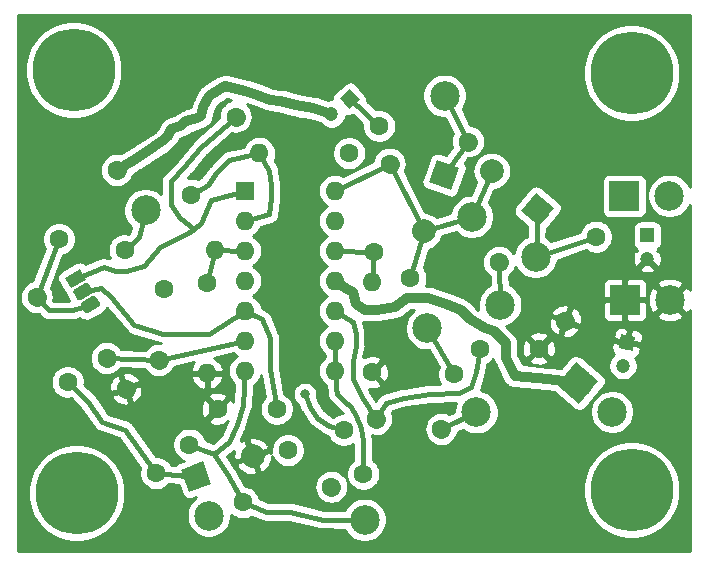
<source format=gbr>
G04 #@! TF.GenerationSoftware,KiCad,Pcbnew,(5.1.2-1)-1*
G04 #@! TF.CreationDate,2021-05-12T23:47:19-04:00*
G04 #@! TF.ProjectId,Dual Micro Sample Hold - MFOS,4475616c-204d-4696-9372-6f2053616d70,rev?*
G04 #@! TF.SameCoordinates,Original*
G04 #@! TF.FileFunction,Copper,L2,Bot*
G04 #@! TF.FilePolarity,Positive*
%FSLAX46Y46*%
G04 Gerber Fmt 4.6, Leading zero omitted, Abs format (unit mm)*
G04 Created by KiCad (PCBNEW (5.1.2-1)-1) date 2021-05-12 23:47:19*
%MOMM*%
%LPD*%
G04 APERTURE LIST*
%ADD10C,7.000000*%
%ADD11R,1.200000X1.200000*%
%ADD12C,1.200000*%
%ADD13C,0.100000*%
%ADD14C,1.600000*%
%ADD15C,2.000000*%
%ADD16C,2.000000*%
%ADD17R,2.499360X2.499360*%
%ADD18C,2.499360*%
%ADD19C,1.050000*%
%ADD20O,1.600000X1.600000*%
%ADD21C,1.600000*%
%ADD22R,1.600000X1.600000*%
%ADD23C,0.800000*%
%ADD24C,0.812800*%
%ADD25C,0.406400*%
%ADD26C,0.254000*%
G04 APERTURE END LIST*
D10*
X17780000Y-53340000D03*
X64770000Y-53086000D03*
X64770000Y-17780000D03*
X17526000Y-17526000D03*
D11*
X66090800Y-31521400D03*
D12*
X66090800Y-33521400D03*
X64041704Y-42584216D03*
X64389000Y-40614600D03*
D13*
G36*
X63902304Y-39919526D02*
G01*
X65084074Y-40127904D01*
X64875696Y-41309674D01*
X63693926Y-41101296D01*
X63902304Y-39919526D01*
X63902304Y-39919526D01*
G37*
D12*
X39361911Y-21275375D03*
X40894000Y-19989800D03*
D13*
G36*
X40967954Y-19144501D02*
G01*
X41739299Y-20063754D01*
X40820046Y-20835099D01*
X40048701Y-19915846D01*
X40967954Y-19144501D01*
X40967954Y-19144501D01*
G37*
D14*
X35687000Y-49733200D03*
X40385463Y-48023099D03*
X29721800Y-46228000D03*
X34721800Y-46228000D03*
X56917600Y-41122600D03*
X51917600Y-41122600D03*
D15*
X47157538Y-31215039D03*
D16*
X47157538Y-31215039D02*
X47157538Y-31215039D01*
D15*
X48895000Y-26441400D03*
D13*
G36*
X48297328Y-25159687D02*
G01*
X50176713Y-25843728D01*
X49492672Y-27723113D01*
X47613287Y-27039072D01*
X48297328Y-25159687D01*
X48297328Y-25159687D01*
G37*
D15*
X27914600Y-51968400D03*
D13*
G36*
X27316928Y-53250113D02*
G01*
X26632887Y-51370728D01*
X28512272Y-50686687D01*
X29196313Y-52566072D01*
X27316928Y-53250113D01*
X27316928Y-53250113D01*
G37*
D15*
X32688239Y-50230938D03*
D16*
X32688239Y-50230938D02*
X32688239Y-50230938D01*
D15*
X52928294Y-26097039D03*
D16*
X52928294Y-26097039D02*
X52928294Y-26097039D01*
D15*
X56819800Y-29362400D03*
D13*
G36*
X58228632Y-29239143D02*
G01*
X56943057Y-30771232D01*
X55410968Y-29485657D01*
X56696543Y-27953568D01*
X58228632Y-29239143D01*
X58228632Y-29239143D01*
G37*
D17*
X64160400Y-28194000D03*
D18*
X67970400Y-28194000D03*
X68021200Y-37007800D03*
D17*
X64211200Y-37007800D03*
D18*
X60198000Y-44043600D03*
D13*
G36*
X58437411Y-44197632D02*
G01*
X60043968Y-42283011D01*
X61958589Y-43889568D01*
X60352032Y-45804189D01*
X58437411Y-44197632D01*
X58437411Y-44197632D01*
G37*
D18*
X63116629Y-46492621D03*
X23622000Y-29413200D03*
X48945800Y-19735800D03*
X51257200Y-29972000D03*
X53644800Y-37414200D03*
X42164000Y-55626000D03*
X47447200Y-39395400D03*
X56642000Y-33375600D03*
X28981400Y-55270400D03*
X51638200Y-46507400D03*
D13*
G36*
X18621505Y-35571232D02*
G01*
X18647097Y-35574176D01*
X18672277Y-35579614D01*
X18696803Y-35587495D01*
X18720438Y-35597741D01*
X18742955Y-35610254D01*
X18764137Y-35624915D01*
X18783780Y-35641581D01*
X18801695Y-35660092D01*
X18817709Y-35680270D01*
X18831669Y-35701920D01*
X19094169Y-36156584D01*
X19105939Y-36179499D01*
X19115406Y-36203456D01*
X19122480Y-36228227D01*
X19127091Y-36253571D01*
X19129196Y-36279245D01*
X19128775Y-36305002D01*
X19125831Y-36330594D01*
X19120392Y-36355774D01*
X19112512Y-36380300D01*
X19102266Y-36403935D01*
X19089752Y-36426452D01*
X19075092Y-36447634D01*
X19058426Y-36467277D01*
X19039915Y-36485192D01*
X19019737Y-36501206D01*
X18998087Y-36515166D01*
X18153713Y-37002666D01*
X18130799Y-37014436D01*
X18106841Y-37023903D01*
X18082071Y-37030977D01*
X18056726Y-37035588D01*
X18031052Y-37037693D01*
X18005295Y-37037272D01*
X17979703Y-37034328D01*
X17954523Y-37028890D01*
X17929997Y-37021009D01*
X17906362Y-37010763D01*
X17883845Y-36998250D01*
X17862663Y-36983589D01*
X17843020Y-36966923D01*
X17825105Y-36948412D01*
X17809091Y-36928234D01*
X17795131Y-36906584D01*
X17532631Y-36451920D01*
X17520861Y-36429005D01*
X17511394Y-36405048D01*
X17504320Y-36380277D01*
X17499709Y-36354933D01*
X17497604Y-36329259D01*
X17498025Y-36303502D01*
X17500969Y-36277910D01*
X17506408Y-36252730D01*
X17514288Y-36228204D01*
X17524534Y-36204569D01*
X17537048Y-36182052D01*
X17551708Y-36160870D01*
X17568374Y-36141227D01*
X17586885Y-36123312D01*
X17607063Y-36107298D01*
X17628713Y-36093338D01*
X18473087Y-35605838D01*
X18496001Y-35594068D01*
X18519959Y-35584601D01*
X18544729Y-35577527D01*
X18570074Y-35572916D01*
X18595748Y-35570811D01*
X18621505Y-35571232D01*
X18621505Y-35571232D01*
G37*
D19*
X18313400Y-36304252D03*
D13*
G36*
X19256505Y-36671085D02*
G01*
X19282097Y-36674029D01*
X19307277Y-36679467D01*
X19331803Y-36687348D01*
X19355438Y-36697594D01*
X19377955Y-36710107D01*
X19399137Y-36724768D01*
X19418780Y-36741434D01*
X19436695Y-36759945D01*
X19452709Y-36780123D01*
X19466669Y-36801773D01*
X19729169Y-37256437D01*
X19740939Y-37279352D01*
X19750406Y-37303309D01*
X19757480Y-37328080D01*
X19762091Y-37353424D01*
X19764196Y-37379098D01*
X19763775Y-37404855D01*
X19760831Y-37430447D01*
X19755392Y-37455627D01*
X19747512Y-37480153D01*
X19737266Y-37503788D01*
X19724752Y-37526305D01*
X19710092Y-37547487D01*
X19693426Y-37567130D01*
X19674915Y-37585045D01*
X19654737Y-37601059D01*
X19633087Y-37615019D01*
X18788713Y-38102519D01*
X18765799Y-38114289D01*
X18741841Y-38123756D01*
X18717071Y-38130830D01*
X18691726Y-38135441D01*
X18666052Y-38137546D01*
X18640295Y-38137125D01*
X18614703Y-38134181D01*
X18589523Y-38128743D01*
X18564997Y-38120862D01*
X18541362Y-38110616D01*
X18518845Y-38098103D01*
X18497663Y-38083442D01*
X18478020Y-38066776D01*
X18460105Y-38048265D01*
X18444091Y-38028087D01*
X18430131Y-38006437D01*
X18167631Y-37551773D01*
X18155861Y-37528858D01*
X18146394Y-37504901D01*
X18139320Y-37480130D01*
X18134709Y-37454786D01*
X18132604Y-37429112D01*
X18133025Y-37403355D01*
X18135969Y-37377763D01*
X18141408Y-37352583D01*
X18149288Y-37328057D01*
X18159534Y-37304422D01*
X18172048Y-37281905D01*
X18186708Y-37260723D01*
X18203374Y-37241080D01*
X18221885Y-37223165D01*
X18242063Y-37207151D01*
X18263713Y-37193191D01*
X19108087Y-36705691D01*
X19131001Y-36693921D01*
X19154959Y-36684454D01*
X19179729Y-36677380D01*
X19205074Y-36672769D01*
X19230748Y-36670664D01*
X19256505Y-36671085D01*
X19256505Y-36671085D01*
G37*
D19*
X18948400Y-37404105D03*
X17678400Y-35204400D03*
D13*
G36*
X16766381Y-35124737D02*
G01*
X18065419Y-34374737D01*
X18590419Y-35284063D01*
X17291381Y-36034063D01*
X16766381Y-35124737D01*
X16766381Y-35124737D01*
G37*
D14*
X21844000Y-32791400D03*
D20*
X29464000Y-32791400D03*
X28829000Y-43205400D03*
D14*
X28829000Y-35585400D03*
X40868600Y-24587200D03*
D20*
X33248600Y-24587200D03*
D14*
X42773600Y-43129200D03*
D20*
X42773600Y-35509200D03*
D14*
X31242000Y-21493286D03*
D21*
X31242000Y-21493286D02*
X31242000Y-21493286D01*
D14*
X27432000Y-28092400D03*
X43408600Y-22275800D03*
X50912835Y-23598999D03*
D21*
X50912835Y-23598999D02*
X50912835Y-23598999D01*
D14*
X42951400Y-32969200D03*
X44274599Y-25464965D03*
D21*
X44274599Y-25464965D02*
X44274599Y-25464965D01*
D14*
X14411807Y-36781542D03*
D21*
X14411807Y-36781542D02*
X14411807Y-36781542D01*
D14*
X17018000Y-43942000D03*
X21930207Y-44528542D03*
D21*
X21930207Y-44528542D02*
X21930207Y-44528542D01*
D14*
X24536400Y-51689000D03*
X53554435Y-33805001D03*
D21*
X53554435Y-33805001D02*
X53554435Y-33805001D01*
D14*
X46050200Y-35128200D03*
X16281400Y-31851600D03*
X21179442Y-26014341D03*
D21*
X21179442Y-26014341D02*
X21179442Y-26014341D01*
D14*
X59166607Y-38808858D03*
D21*
X59166607Y-38808858D02*
X59166607Y-38808858D01*
D14*
X61772800Y-31648400D03*
X25222200Y-36093400D03*
X20324158Y-41930659D03*
D21*
X20324158Y-41930659D02*
X20324158Y-41930659D01*
D14*
X43159486Y-47091600D03*
D21*
X43159486Y-47091600D02*
X43159486Y-47091600D01*
D14*
X49758600Y-43281600D03*
X24724207Y-42090142D03*
D21*
X24724207Y-42090142D02*
X24724207Y-42090142D01*
D14*
X27330400Y-49250600D03*
X31851600Y-54152800D03*
X39355835Y-52829601D03*
D21*
X39355835Y-52829601D02*
X39355835Y-52829601D01*
D14*
X48661514Y-47929800D03*
D21*
X48661514Y-47929800D02*
X48661514Y-47929800D01*
D14*
X42062400Y-51739800D03*
D22*
X32029400Y-27762200D03*
D20*
X39649400Y-43002200D03*
X32029400Y-30302200D03*
X39649400Y-40462200D03*
X32029400Y-32842200D03*
X39649400Y-37922200D03*
X32029400Y-35382200D03*
X39649400Y-35382200D03*
X32029400Y-37922200D03*
X39649400Y-32842200D03*
X32029400Y-40462200D03*
X39649400Y-30302200D03*
X32029400Y-43002200D03*
X39649400Y-27762200D03*
D23*
X37102288Y-44976288D03*
D24*
X60198000Y-44043600D02*
X57658000Y-43688000D01*
X57658000Y-43688000D02*
X54864000Y-43434000D01*
X54864000Y-43434000D02*
X54102000Y-41910000D01*
X54102000Y-41910000D02*
X54102000Y-40640000D01*
X54102000Y-40640000D02*
X53086000Y-39624000D01*
X53086000Y-39624000D02*
X52324000Y-39370000D01*
X52324000Y-39370000D02*
X51054000Y-38608000D01*
X51054000Y-38608000D02*
X50292000Y-37846000D01*
X50292000Y-37846000D02*
X49022000Y-37338000D01*
X49022000Y-37338000D02*
X47498000Y-36830000D01*
X47498000Y-36830000D02*
X45720000Y-36830000D01*
X45720000Y-36830000D02*
X44704000Y-37592000D01*
X44704000Y-37592000D02*
X43180000Y-37846000D01*
X43180000Y-37846000D02*
X42164000Y-37846000D01*
X42164000Y-37846000D02*
X41402000Y-37338000D01*
X41402000Y-37338000D02*
X41148000Y-36322000D01*
X41148000Y-36322000D02*
X40640000Y-36068000D01*
X40640000Y-36068000D02*
X39649400Y-35382200D01*
X39361911Y-21275375D02*
X37769800Y-20751800D01*
X37769800Y-20751800D02*
X36347400Y-20523200D01*
X36347400Y-20523200D02*
X35026600Y-20167600D01*
X35026600Y-20167600D02*
X34188400Y-20040600D01*
X34188400Y-20040600D02*
X33096200Y-19634200D01*
X33096200Y-19634200D02*
X32054800Y-19304000D01*
X32054800Y-19304000D02*
X30378400Y-18923000D01*
X30378400Y-18923000D02*
X29895800Y-19126200D01*
X29895800Y-19126200D02*
X28981400Y-19761200D01*
X28981400Y-19761200D02*
X28524200Y-20675600D01*
X28524200Y-20675600D02*
X28321000Y-21437600D01*
X28321000Y-21437600D02*
X27940000Y-21640800D01*
X27940000Y-21640800D02*
X27076400Y-21894800D01*
X27076400Y-21894800D02*
X26543000Y-22250400D01*
X26543000Y-22250400D02*
X25806400Y-22529800D01*
X25806400Y-22529800D02*
X25527000Y-23114000D01*
X25527000Y-23114000D02*
X25044400Y-23571200D01*
X25044400Y-23571200D02*
X23622000Y-24511000D01*
X23622000Y-24511000D02*
X23190200Y-24790400D01*
X23190200Y-24790400D02*
X22682200Y-25120600D01*
X22682200Y-25120600D02*
X21179442Y-26014341D01*
D25*
X43408600Y-22275800D02*
X40894000Y-19989800D01*
X24536400Y-51689000D02*
X27914600Y-51968400D01*
X24536400Y-51689000D02*
X21894800Y-47980600D01*
X21894800Y-47980600D02*
X19939000Y-47345600D01*
X19939000Y-47345600D02*
X18745200Y-45618400D01*
X18745200Y-45618400D02*
X17018000Y-43942000D01*
X46050200Y-35128200D02*
X47157538Y-31215039D01*
X51257200Y-29972000D02*
X52928294Y-26097039D01*
X51257200Y-29972000D02*
X47157538Y-31215039D01*
X44274599Y-25464965D02*
X47157538Y-31215039D01*
X44274599Y-25464965D02*
X39649400Y-27762200D01*
X37102288Y-44976288D02*
X37515800Y-46050200D01*
X37515800Y-46050200D02*
X38125400Y-46964600D01*
X38125400Y-46964600D02*
X39166800Y-47701200D01*
X39166800Y-47701200D02*
X40385463Y-48023099D01*
X34721800Y-46228000D02*
X34188400Y-42824400D01*
X34188400Y-42824400D02*
X34188400Y-40233600D01*
X34188400Y-40233600D02*
X33502600Y-38658800D01*
X33502600Y-38658800D02*
X32029400Y-37922200D01*
X32029400Y-37922200D02*
X29032200Y-39852600D01*
X29032200Y-39852600D02*
X25120600Y-39852600D01*
X25120600Y-39852600D02*
X22682200Y-39166800D01*
X22682200Y-39166800D02*
X20675600Y-36753800D01*
X20675600Y-36753800D02*
X19837400Y-36017200D01*
X19837400Y-36017200D02*
X18313400Y-36304252D01*
X43159486Y-47091600D02*
X41910000Y-45212000D01*
X41910000Y-45212000D02*
X41148000Y-43688000D01*
X41148000Y-43688000D02*
X41148000Y-42164000D01*
X41148000Y-42164000D02*
X41402000Y-40894000D01*
X41402000Y-40894000D02*
X41402000Y-39878000D01*
X41402000Y-39878000D02*
X41148000Y-38862000D01*
X41148000Y-38862000D02*
X39649400Y-37922200D01*
X51917600Y-41122600D02*
X51587400Y-43103800D01*
X51587400Y-43103800D02*
X51181000Y-44399200D01*
X51181000Y-44399200D02*
X50139600Y-44881800D01*
X50139600Y-44881800D02*
X47675800Y-44958000D01*
X47675800Y-44958000D02*
X45516800Y-45288200D01*
X45516800Y-45288200D02*
X43992800Y-45720000D01*
X43992800Y-45720000D02*
X43159486Y-47091600D01*
X50912835Y-23598999D02*
X48945800Y-19735800D01*
X50912835Y-23598999D02*
X48895000Y-26441400D01*
X56819800Y-29362400D02*
X56642000Y-33375600D01*
X56642000Y-33375600D02*
X61772800Y-31648400D01*
X21844000Y-32791400D02*
X23063200Y-31673800D01*
X23063200Y-31673800D02*
X23622000Y-29413200D01*
X53644800Y-37414200D02*
X53554435Y-33805001D01*
X42164000Y-55626000D02*
X38633400Y-55600600D01*
X38633400Y-55600600D02*
X35890200Y-54965600D01*
X35890200Y-54965600D02*
X33832800Y-54965600D01*
X33832800Y-54965600D02*
X31851600Y-54152800D01*
X31851600Y-54152800D02*
X30708600Y-51993800D01*
X30708600Y-51993800D02*
X29438600Y-50088800D01*
X29438600Y-50088800D02*
X27330400Y-49250600D01*
X32029400Y-43002200D02*
X31877000Y-45923200D01*
X31877000Y-45923200D02*
X31343600Y-47625000D01*
X31343600Y-47625000D02*
X30708600Y-49047400D01*
X30708600Y-49047400D02*
X29438600Y-50088800D01*
X49758600Y-43281600D02*
X47447200Y-39395400D01*
X51638200Y-46507400D02*
X48661514Y-47929800D01*
X18948400Y-37404105D02*
X17373600Y-37896800D01*
X17373600Y-37896800D02*
X15417800Y-37896800D01*
X15417800Y-37896800D02*
X14411807Y-36781542D01*
X14411807Y-36781542D02*
X16281400Y-31851600D01*
X17678400Y-35204400D02*
X20066000Y-34213800D01*
X20066000Y-34213800D02*
X21056600Y-34518600D01*
X21056600Y-34518600D02*
X21996400Y-34518600D01*
X21996400Y-34518600D02*
X23495000Y-34163000D01*
X23495000Y-34163000D02*
X24815800Y-32537400D01*
X24815800Y-32537400D02*
X25654000Y-32105600D01*
X25654000Y-32105600D02*
X27228800Y-31318200D01*
X28346400Y-30530800D02*
X29184600Y-28524200D01*
X29184600Y-28524200D02*
X32029400Y-27762200D01*
X27720544Y-30971744D02*
X26543000Y-30099000D01*
X27228800Y-31318200D02*
X27720544Y-30971744D01*
X27720544Y-30971744D02*
X28346400Y-30530800D01*
X26543000Y-30099000D02*
X25755600Y-29006800D01*
X25755600Y-29006800D02*
X25755600Y-26949400D01*
X25755600Y-26949400D02*
X26873200Y-25781000D01*
X26873200Y-25781000D02*
X28244800Y-24180800D01*
X28244800Y-24180800D02*
X31242000Y-21493286D01*
X29464000Y-32791400D02*
X28829000Y-35585400D01*
X29464000Y-32791400D02*
X32029400Y-32842200D01*
X32029400Y-30302200D02*
X34086800Y-29768800D01*
X34086800Y-29768800D02*
X34239200Y-28397200D01*
X34239200Y-28397200D02*
X34239200Y-27279600D01*
X34239200Y-27279600D02*
X34086800Y-26111200D01*
X34086800Y-26111200D02*
X33248600Y-24587200D01*
X33248600Y-24587200D02*
X30708600Y-25146000D01*
X30708600Y-25146000D02*
X29616400Y-26263600D01*
X29616400Y-26263600D02*
X28879800Y-27254200D01*
X28879800Y-27254200D02*
X27432000Y-28092400D01*
X42773600Y-35509200D02*
X42951400Y-32969200D01*
X42951400Y-32969200D02*
X39649400Y-32842200D01*
X20324158Y-41930659D02*
X24724207Y-42090142D01*
X24724207Y-42090142D02*
X32029400Y-40462200D01*
X39649400Y-40462200D02*
X39649400Y-43002200D01*
X42062400Y-51739800D02*
X42037000Y-48945800D01*
X42037000Y-48945800D02*
X41884600Y-47879000D01*
X41884600Y-47879000D02*
X41478200Y-46812200D01*
X41478200Y-46812200D02*
X41021000Y-46075600D01*
X41021000Y-46075600D02*
X40411400Y-45567600D01*
X40411400Y-45567600D02*
X39827200Y-44983400D01*
X39827200Y-44983400D02*
X39776400Y-44500800D01*
X39776400Y-44500800D02*
X39649400Y-43002200D01*
D26*
G36*
X69698001Y-27439890D02*
G01*
X69640582Y-27301269D01*
X69434326Y-26992587D01*
X69171813Y-26730074D01*
X68863131Y-26523818D01*
X68520141Y-26381747D01*
X68156025Y-26309320D01*
X67784775Y-26309320D01*
X67420659Y-26381747D01*
X67077669Y-26523818D01*
X66768987Y-26730074D01*
X66506474Y-26992587D01*
X66300218Y-27301269D01*
X66158147Y-27644259D01*
X66085720Y-28008375D01*
X66085720Y-28379625D01*
X66158147Y-28743741D01*
X66300218Y-29086731D01*
X66506474Y-29395413D01*
X66768987Y-29657926D01*
X67077669Y-29864182D01*
X67420659Y-30006253D01*
X67784775Y-30078680D01*
X68156025Y-30078680D01*
X68520141Y-30006253D01*
X68863131Y-29864182D01*
X69171813Y-29657926D01*
X69434326Y-29395413D01*
X69640582Y-29086731D01*
X69698001Y-28948110D01*
X69698000Y-36137385D01*
X69624515Y-35999904D01*
X69334577Y-35874029D01*
X68200805Y-37007800D01*
X69334577Y-38141571D01*
X69624515Y-38015696D01*
X69698000Y-37868499D01*
X69698000Y-58268000D01*
X12852000Y-58268000D01*
X12852000Y-52932738D01*
X13645000Y-52932738D01*
X13645000Y-53747262D01*
X13803906Y-54546135D01*
X14115611Y-55298657D01*
X14568136Y-55975909D01*
X15144091Y-56551864D01*
X15821343Y-57004389D01*
X16573865Y-57316094D01*
X17372738Y-57475000D01*
X18187262Y-57475000D01*
X18986135Y-57316094D01*
X19738657Y-57004389D01*
X20415909Y-56551864D01*
X20991864Y-55975909D01*
X21444389Y-55298657D01*
X21756094Y-54546135D01*
X21915000Y-53747262D01*
X21915000Y-52932738D01*
X21756094Y-52133865D01*
X21444389Y-51381343D01*
X20991864Y-50704091D01*
X20415909Y-50128136D01*
X19738657Y-49675611D01*
X18986135Y-49363906D01*
X18187262Y-49205000D01*
X17372738Y-49205000D01*
X16573865Y-49363906D01*
X15821343Y-49675611D01*
X15144091Y-50128136D01*
X14568136Y-50704091D01*
X14115611Y-51381343D01*
X13803906Y-52133865D01*
X13645000Y-52932738D01*
X12852000Y-52932738D01*
X12852000Y-36781542D01*
X12969864Y-36781542D01*
X12997571Y-37062851D01*
X13079625Y-37333350D01*
X13212875Y-37582643D01*
X13392199Y-37801150D01*
X13610706Y-37980474D01*
X13859999Y-38113724D01*
X14130498Y-38195778D01*
X14341315Y-38216542D01*
X14482299Y-38216542D01*
X14569637Y-38207940D01*
X14782294Y-38443694D01*
X14822236Y-38492364D01*
X14869377Y-38531051D01*
X14914463Y-38572111D01*
X14933073Y-38583325D01*
X14949868Y-38597109D01*
X15003651Y-38625857D01*
X15055881Y-38657331D01*
X15076320Y-38664699D01*
X15095483Y-38674942D01*
X15153840Y-38692645D01*
X15211208Y-38713325D01*
X15232693Y-38716564D01*
X15253484Y-38722871D01*
X15314179Y-38728849D01*
X15374473Y-38737939D01*
X15437351Y-38735000D01*
X17294730Y-38735000D01*
X17298332Y-38735684D01*
X17377085Y-38735000D01*
X17414770Y-38735000D01*
X17418415Y-38734641D01*
X17463436Y-38734250D01*
X17500369Y-38726569D01*
X17537916Y-38722871D01*
X17581011Y-38709798D01*
X17584585Y-38709055D01*
X17620406Y-38697848D01*
X17695917Y-38674942D01*
X17699159Y-38673209D01*
X18073418Y-38556118D01*
X18109230Y-38589659D01*
X18259151Y-38682886D01*
X18424378Y-38745073D01*
X18598563Y-38773831D01*
X18775012Y-38768054D01*
X18946943Y-38727966D01*
X19107749Y-38655105D01*
X19952123Y-38167605D01*
X20095625Y-38064773D01*
X20216308Y-37935921D01*
X20309535Y-37786000D01*
X20351371Y-37674845D01*
X22015133Y-39675571D01*
X22042140Y-39714262D01*
X22097450Y-39767366D01*
X22152108Y-39821320D01*
X22157013Y-39824551D01*
X22161243Y-39828613D01*
X22225868Y-39869917D01*
X22289984Y-39912159D01*
X22295423Y-39914371D01*
X22300366Y-39917530D01*
X22371839Y-39945444D01*
X22442933Y-39974354D01*
X22489280Y-39983261D01*
X24885467Y-40657189D01*
X24919116Y-40667396D01*
X24794699Y-40655142D01*
X24653715Y-40655142D01*
X24442898Y-40675906D01*
X24172399Y-40757960D01*
X23923106Y-40891210D01*
X23704599Y-41070534D01*
X23589913Y-41210279D01*
X21526255Y-41135480D01*
X21523090Y-41129558D01*
X21343766Y-40911051D01*
X21125259Y-40731727D01*
X20875966Y-40598477D01*
X20605467Y-40516423D01*
X20394650Y-40495659D01*
X20253666Y-40495659D01*
X20042849Y-40516423D01*
X19772350Y-40598477D01*
X19523057Y-40731727D01*
X19304550Y-40911051D01*
X19125226Y-41129558D01*
X18991976Y-41378851D01*
X18909922Y-41649350D01*
X18882215Y-41930659D01*
X18909922Y-42211968D01*
X18991976Y-42482467D01*
X19125226Y-42731760D01*
X19304550Y-42950267D01*
X19523057Y-43129591D01*
X19772350Y-43262841D01*
X20042849Y-43344895D01*
X20253666Y-43365659D01*
X20394650Y-43365659D01*
X20605467Y-43344895D01*
X20780578Y-43291776D01*
X21615211Y-43291776D01*
X22006111Y-44365764D01*
X23080766Y-43974622D01*
X23118795Y-43724491D01*
X22977605Y-43554440D01*
X27437091Y-43554440D01*
X27531930Y-43819281D01*
X27676615Y-44060531D01*
X27865586Y-44268919D01*
X28091580Y-44436437D01*
X28345913Y-44556646D01*
X28479961Y-44597304D01*
X28702000Y-44475315D01*
X28702000Y-43332400D01*
X28956000Y-43332400D01*
X28956000Y-44475315D01*
X29178039Y-44597304D01*
X29312087Y-44556646D01*
X29566420Y-44436437D01*
X29792414Y-44268919D01*
X29981385Y-44060531D01*
X30126070Y-43819281D01*
X30220909Y-43554440D01*
X30099624Y-43332400D01*
X28956000Y-43332400D01*
X28702000Y-43332400D01*
X27558376Y-43332400D01*
X27437091Y-43554440D01*
X22977605Y-43554440D01*
X22939094Y-43508058D01*
X22720623Y-43330843D01*
X22471775Y-43199654D01*
X22202116Y-43119533D01*
X21922007Y-43093561D01*
X21782137Y-43101202D01*
X21615211Y-43291776D01*
X20780578Y-43291776D01*
X20875966Y-43262841D01*
X21125259Y-43129591D01*
X21343766Y-42950267D01*
X21458452Y-42810522D01*
X23522110Y-42885321D01*
X23525275Y-42891243D01*
X23704599Y-43109750D01*
X23923106Y-43289074D01*
X24172399Y-43422324D01*
X24442898Y-43504378D01*
X24653715Y-43525142D01*
X24794699Y-43525142D01*
X25005516Y-43504378D01*
X25276015Y-43422324D01*
X25525308Y-43289074D01*
X25743815Y-43109750D01*
X25923139Y-42891243D01*
X26050273Y-42653392D01*
X27744012Y-42275947D01*
X27676615Y-42350269D01*
X27531930Y-42591519D01*
X27437091Y-42856360D01*
X27558376Y-43078400D01*
X28702000Y-43078400D01*
X28702000Y-43058400D01*
X28956000Y-43058400D01*
X28956000Y-43078400D01*
X30099624Y-43078400D01*
X30220909Y-42856360D01*
X30126070Y-42591519D01*
X29981385Y-42350269D01*
X29792414Y-42141881D01*
X29566420Y-41974363D01*
X29416118Y-41903323D01*
X31073393Y-41534004D01*
X31228299Y-41661132D01*
X31361258Y-41732200D01*
X31228299Y-41803268D01*
X31009792Y-41982592D01*
X30830468Y-42201099D01*
X30697218Y-42450392D01*
X30615164Y-42720891D01*
X30587457Y-43002200D01*
X30615164Y-43283509D01*
X30697218Y-43554008D01*
X30830468Y-43803301D01*
X31009792Y-44021808D01*
X31131646Y-44121811D01*
X31050283Y-45681278D01*
X31025403Y-45611708D01*
X30958471Y-45486486D01*
X30714502Y-45414903D01*
X29901405Y-46228000D01*
X29915548Y-46242143D01*
X29735943Y-46421748D01*
X29721800Y-46407605D01*
X28908703Y-47220702D01*
X28980286Y-47464671D01*
X29235796Y-47585571D01*
X29509984Y-47654300D01*
X29792312Y-47668217D01*
X30071930Y-47626787D01*
X30338092Y-47531603D01*
X30463314Y-47464671D01*
X30534897Y-47220704D01*
X30578307Y-47264114D01*
X30558345Y-47327800D01*
X30023952Y-48524840D01*
X29289166Y-49127365D01*
X28724329Y-48902792D01*
X28710253Y-48832026D01*
X28602080Y-48570873D01*
X28445037Y-48335841D01*
X28245159Y-48135963D01*
X28010127Y-47978920D01*
X27748974Y-47870747D01*
X27471735Y-47815600D01*
X27189065Y-47815600D01*
X26911826Y-47870747D01*
X26650673Y-47978920D01*
X26415641Y-48135963D01*
X26215763Y-48335841D01*
X26058720Y-48570873D01*
X25950547Y-48832026D01*
X25895400Y-49109265D01*
X25895400Y-49391935D01*
X25950547Y-49669174D01*
X26058720Y-49930327D01*
X26215763Y-50165359D01*
X26415641Y-50365237D01*
X26650673Y-50522280D01*
X26860074Y-50609017D01*
X26414653Y-50771137D01*
X26301872Y-50825233D01*
X26201812Y-50900292D01*
X26130549Y-50979785D01*
X25768362Y-50949830D01*
X25651037Y-50774241D01*
X25451159Y-50574363D01*
X25216127Y-50417320D01*
X24954974Y-50309147D01*
X24677735Y-50254000D01*
X24543322Y-50254000D01*
X22589486Y-47511115D01*
X22556121Y-47459019D01*
X22513083Y-47414277D01*
X22472290Y-47367496D01*
X22455963Y-47354894D01*
X22441659Y-47340024D01*
X22390722Y-47304540D01*
X22341583Y-47266613D01*
X22323105Y-47257436D01*
X22306181Y-47245646D01*
X22249306Y-47220783D01*
X22193706Y-47193169D01*
X22133998Y-47176990D01*
X20467390Y-46635883D01*
X20234207Y-46298512D01*
X28281583Y-46298512D01*
X28323013Y-46578130D01*
X28418197Y-46844292D01*
X28485129Y-46969514D01*
X28729098Y-47041097D01*
X29542195Y-46228000D01*
X28729098Y-45414903D01*
X28485129Y-45486486D01*
X28364229Y-45741996D01*
X28295500Y-46016184D01*
X28281583Y-46298512D01*
X20234207Y-46298512D01*
X19566586Y-45332593D01*
X20741619Y-45332593D01*
X20921320Y-45549026D01*
X21139791Y-45726241D01*
X21388639Y-45857430D01*
X21658298Y-45937551D01*
X21938407Y-45963523D01*
X22078277Y-45955882D01*
X22245203Y-45765308D01*
X21854303Y-44691320D01*
X20779648Y-45082462D01*
X20741619Y-45332593D01*
X19566586Y-45332593D01*
X19458333Y-45175973D01*
X19438448Y-45140069D01*
X19411502Y-45108216D01*
X19411317Y-45107949D01*
X19386037Y-45078115D01*
X19358528Y-45045597D01*
X19358274Y-45045350D01*
X19331321Y-45013542D01*
X19299210Y-44988024D01*
X18688532Y-44395307D01*
X20501400Y-44395307D01*
X20502862Y-44676613D01*
X20692774Y-44843780D01*
X21350339Y-44604446D01*
X22092985Y-44604446D01*
X22483884Y-45678435D01*
X22734256Y-45717126D01*
X22846314Y-45633072D01*
X23044195Y-45433126D01*
X23174897Y-45235298D01*
X28908703Y-45235298D01*
X29721800Y-46048395D01*
X30534897Y-45235298D01*
X30463314Y-44991329D01*
X30207804Y-44870429D01*
X29933616Y-44801700D01*
X29651288Y-44787783D01*
X29371670Y-44829213D01*
X29105508Y-44924397D01*
X28980286Y-44991329D01*
X28908703Y-45235298D01*
X23174897Y-45235298D01*
X23199265Y-45198416D01*
X23305567Y-44937963D01*
X23359014Y-44661777D01*
X23357552Y-44380471D01*
X23167640Y-44213304D01*
X22092985Y-44604446D01*
X21350339Y-44604446D01*
X21767429Y-44452638D01*
X21376530Y-43378649D01*
X21126158Y-43339958D01*
X21014100Y-43424012D01*
X20816219Y-43623958D01*
X20661149Y-43858668D01*
X20554847Y-44119121D01*
X20501400Y-44395307D01*
X18688532Y-44395307D01*
X18439100Y-44153212D01*
X18453000Y-44083335D01*
X18453000Y-43800665D01*
X18397853Y-43523426D01*
X18289680Y-43262273D01*
X18132637Y-43027241D01*
X17932759Y-42827363D01*
X17697727Y-42670320D01*
X17436574Y-42562147D01*
X17159335Y-42507000D01*
X16876665Y-42507000D01*
X16599426Y-42562147D01*
X16338273Y-42670320D01*
X16103241Y-42827363D01*
X15903363Y-43027241D01*
X15746320Y-43262273D01*
X15638147Y-43523426D01*
X15583000Y-43800665D01*
X15583000Y-44083335D01*
X15638147Y-44360574D01*
X15746320Y-44621727D01*
X15903363Y-44856759D01*
X16103241Y-45056637D01*
X16338273Y-45213680D01*
X16599426Y-45321853D01*
X16876665Y-45377000D01*
X17159335Y-45377000D01*
X17270263Y-45354935D01*
X18102423Y-46162620D01*
X19241132Y-47810116D01*
X19277679Y-47867180D01*
X19316579Y-47907621D01*
X19352878Y-47950459D01*
X19373706Y-47967010D01*
X19392141Y-47986176D01*
X19438190Y-48018255D01*
X19482142Y-48053183D01*
X19505799Y-48065353D01*
X19527619Y-48080554D01*
X19579039Y-48103032D01*
X19628963Y-48128716D01*
X19694153Y-48147376D01*
X21372691Y-48692356D01*
X23175879Y-51223755D01*
X23156547Y-51270426D01*
X23101400Y-51547665D01*
X23101400Y-51830335D01*
X23156547Y-52107574D01*
X23264720Y-52368727D01*
X23421763Y-52603759D01*
X23621641Y-52803637D01*
X23856673Y-52960680D01*
X24117826Y-53068853D01*
X24395065Y-53124000D01*
X24677735Y-53124000D01*
X24954974Y-53068853D01*
X25216127Y-52960680D01*
X25451159Y-52803637D01*
X25633959Y-52620837D01*
X26432919Y-52686917D01*
X26717337Y-53468347D01*
X26771433Y-53581128D01*
X26846492Y-53681188D01*
X26939630Y-53764683D01*
X27047267Y-53828403D01*
X27165268Y-53869899D01*
X27289096Y-53887578D01*
X27413994Y-53880759D01*
X27535162Y-53849704D01*
X27930800Y-53705703D01*
X27779987Y-53806474D01*
X27517474Y-54068987D01*
X27311218Y-54377669D01*
X27169147Y-54720659D01*
X27096720Y-55084775D01*
X27096720Y-55456025D01*
X27169147Y-55820141D01*
X27311218Y-56163131D01*
X27517474Y-56471813D01*
X27779987Y-56734326D01*
X28088669Y-56940582D01*
X28431659Y-57082653D01*
X28795775Y-57155080D01*
X29167025Y-57155080D01*
X29531141Y-57082653D01*
X29874131Y-56940582D01*
X30182813Y-56734326D01*
X30445326Y-56471813D01*
X30651582Y-56163131D01*
X30793653Y-55820141D01*
X30866080Y-55456025D01*
X30866080Y-55196676D01*
X30936841Y-55267437D01*
X31171873Y-55424480D01*
X31433026Y-55532653D01*
X31710265Y-55587800D01*
X31992935Y-55587800D01*
X32270174Y-55532653D01*
X32531327Y-55424480D01*
X32611833Y-55370687D01*
X33475251Y-55724910D01*
X33510483Y-55743742D01*
X33551432Y-55756164D01*
X33552744Y-55756702D01*
X33590697Y-55768075D01*
X33668484Y-55791671D01*
X33669913Y-55791812D01*
X33671279Y-55792221D01*
X33751743Y-55799871D01*
X33791630Y-55803800D01*
X33793062Y-55803800D01*
X33835648Y-55807849D01*
X33875381Y-55803800D01*
X35794455Y-55803800D01*
X38414056Y-56410189D01*
X38463146Y-56425467D01*
X38535278Y-56433096D01*
X38607188Y-56442446D01*
X38658478Y-56439002D01*
X40466180Y-56452007D01*
X40493818Y-56518731D01*
X40700074Y-56827413D01*
X40962587Y-57089926D01*
X41271269Y-57296182D01*
X41614259Y-57438253D01*
X41978375Y-57510680D01*
X42349625Y-57510680D01*
X42713741Y-57438253D01*
X43056731Y-57296182D01*
X43365413Y-57089926D01*
X43627926Y-56827413D01*
X43834182Y-56518731D01*
X43976253Y-56175741D01*
X44048680Y-55811625D01*
X44048680Y-55440375D01*
X43976253Y-55076259D01*
X43834182Y-54733269D01*
X43627926Y-54424587D01*
X43365413Y-54162074D01*
X43056731Y-53955818D01*
X42713741Y-53813747D01*
X42349625Y-53741320D01*
X41978375Y-53741320D01*
X41614259Y-53813747D01*
X41271269Y-53955818D01*
X40962587Y-54162074D01*
X40700074Y-54424587D01*
X40493818Y-54733269D01*
X40476269Y-54775637D01*
X38732121Y-54763089D01*
X36106616Y-54155333D01*
X36054516Y-54139529D01*
X35985315Y-54132713D01*
X35916411Y-54123754D01*
X35862114Y-54127400D01*
X33998056Y-54127400D01*
X33248492Y-53819887D01*
X33231453Y-53734226D01*
X33123280Y-53473073D01*
X32966237Y-53238041D01*
X32766359Y-53038163D01*
X32531327Y-52881120D01*
X32406949Y-52829601D01*
X37913892Y-52829601D01*
X37941599Y-53110910D01*
X38023653Y-53381409D01*
X38156903Y-53630702D01*
X38336227Y-53849209D01*
X38554734Y-54028533D01*
X38804027Y-54161783D01*
X39074526Y-54243837D01*
X39285343Y-54264601D01*
X39426327Y-54264601D01*
X39637144Y-54243837D01*
X39907643Y-54161783D01*
X40156936Y-54028533D01*
X40375443Y-53849209D01*
X40554767Y-53630702D01*
X40688017Y-53381409D01*
X40770071Y-53110910D01*
X40797778Y-52829601D01*
X40770071Y-52548292D01*
X40688017Y-52277793D01*
X40554767Y-52028500D01*
X40375443Y-51809993D01*
X40156936Y-51630669D01*
X39907643Y-51497419D01*
X39637144Y-51415365D01*
X39426327Y-51394601D01*
X39285343Y-51394601D01*
X39074526Y-51415365D01*
X38804027Y-51497419D01*
X38554734Y-51630669D01*
X38336227Y-51809993D01*
X38156903Y-52028500D01*
X38023653Y-52277793D01*
X37941599Y-52548292D01*
X37913892Y-52829601D01*
X32406949Y-52829601D01*
X32270174Y-52772947D01*
X32045888Y-52728333D01*
X31487434Y-51673477D01*
X31487078Y-51672297D01*
X31448975Y-51600831D01*
X31430128Y-51565231D01*
X31429444Y-51564198D01*
X31428861Y-51563105D01*
X31406494Y-51529555D01*
X31361790Y-51462072D01*
X31360923Y-51461198D01*
X31141647Y-51132283D01*
X31324127Y-51132283D01*
X31441181Y-51288333D01*
X31671430Y-51511305D01*
X31940756Y-51685072D01*
X32238806Y-51802959D01*
X32554127Y-51860433D01*
X32874603Y-51855287D01*
X33072117Y-51656958D01*
X32612335Y-50393716D01*
X31349597Y-50853314D01*
X31324127Y-51132283D01*
X31141647Y-51132283D01*
X30557159Y-50255553D01*
X31120276Y-49793797D01*
X31086314Y-49903712D01*
X31053256Y-50222520D01*
X31063895Y-50417301D01*
X31262724Y-50614632D01*
X32108371Y-50306842D01*
X32851017Y-50306842D01*
X33310799Y-51570085D01*
X33589587Y-51595054D01*
X33838394Y-51392999D01*
X34043000Y-51146286D01*
X34195544Y-50864396D01*
X34290164Y-50558164D01*
X34323222Y-50239356D01*
X34320153Y-50183174D01*
X34415320Y-50412927D01*
X34572363Y-50647959D01*
X34772241Y-50847837D01*
X35007273Y-51004880D01*
X35268426Y-51113053D01*
X35545665Y-51168200D01*
X35828335Y-51168200D01*
X36105574Y-51113053D01*
X36366727Y-51004880D01*
X36601759Y-50847837D01*
X36801637Y-50647959D01*
X36958680Y-50412927D01*
X37066853Y-50151774D01*
X37122000Y-49874535D01*
X37122000Y-49591865D01*
X37066853Y-49314626D01*
X36958680Y-49053473D01*
X36801637Y-48818441D01*
X36601759Y-48618563D01*
X36366727Y-48461520D01*
X36105574Y-48353347D01*
X35828335Y-48298200D01*
X35545665Y-48298200D01*
X35268426Y-48353347D01*
X35007273Y-48461520D01*
X34772241Y-48618563D01*
X34572363Y-48818441D01*
X34415320Y-49053473D01*
X34307147Y-49314626D01*
X34252000Y-49591865D01*
X34252000Y-49874535D01*
X34279241Y-50011485D01*
X34113754Y-49847244D01*
X32851017Y-50306842D01*
X32108371Y-50306842D01*
X32525461Y-50155034D01*
X32065679Y-48891791D01*
X31786891Y-48866822D01*
X31661796Y-48968411D01*
X31734783Y-48804918D01*
X32304361Y-48804918D01*
X32764143Y-50068160D01*
X34026881Y-49608562D01*
X34052351Y-49329593D01*
X33935297Y-49173543D01*
X33705048Y-48950571D01*
X33435722Y-48776804D01*
X33137672Y-48658917D01*
X32822351Y-48601443D01*
X32501875Y-48606589D01*
X32304361Y-48804918D01*
X31734783Y-48804918D01*
X32078438Y-48035133D01*
X32082714Y-48028860D01*
X32112042Y-47959861D01*
X32125775Y-47929099D01*
X32128164Y-47921932D01*
X32131119Y-47914979D01*
X32141194Y-47882835D01*
X32164900Y-47811706D01*
X32165849Y-47804173D01*
X32671457Y-46191041D01*
X32693387Y-46130333D01*
X32702280Y-46071615D01*
X32714403Y-46013472D01*
X32714998Y-45948921D01*
X32805489Y-44214501D01*
X32830501Y-44201132D01*
X33049008Y-44021808D01*
X33228332Y-43803301D01*
X33361582Y-43554008D01*
X33422724Y-43352448D01*
X33713368Y-45207036D01*
X33607163Y-45313241D01*
X33450120Y-45548273D01*
X33341947Y-45809426D01*
X33286800Y-46086665D01*
X33286800Y-46369335D01*
X33341947Y-46646574D01*
X33450120Y-46907727D01*
X33607163Y-47142759D01*
X33807041Y-47342637D01*
X34042073Y-47499680D01*
X34303226Y-47607853D01*
X34580465Y-47663000D01*
X34863135Y-47663000D01*
X35140374Y-47607853D01*
X35401527Y-47499680D01*
X35636559Y-47342637D01*
X35836437Y-47142759D01*
X35993480Y-46907727D01*
X36101653Y-46646574D01*
X36156800Y-46369335D01*
X36156800Y-46086665D01*
X36101653Y-45809426D01*
X35993480Y-45548273D01*
X35836437Y-45313241D01*
X35636559Y-45113363D01*
X35401527Y-44956320D01*
X35368813Y-44942770D01*
X35358091Y-44874349D01*
X36067288Y-44874349D01*
X36067288Y-45078227D01*
X36107062Y-45278186D01*
X36185083Y-45466544D01*
X36298351Y-45636062D01*
X36442514Y-45780225D01*
X36538299Y-45844226D01*
X36722430Y-46322426D01*
X36737322Y-46371702D01*
X36771408Y-46435633D01*
X36803948Y-46500376D01*
X36835595Y-46540978D01*
X37399186Y-47386364D01*
X37412906Y-47413760D01*
X37444867Y-47454885D01*
X37450813Y-47463805D01*
X37470130Y-47487393D01*
X37514223Y-47544130D01*
X37522377Y-47551193D01*
X37529213Y-47559540D01*
X37584720Y-47605191D01*
X37607758Y-47625145D01*
X37616506Y-47631333D01*
X37656736Y-47664419D01*
X37683745Y-47678892D01*
X38637032Y-48353168D01*
X38656448Y-48371224D01*
X38704269Y-48400726D01*
X38716381Y-48409293D01*
X38739312Y-48422345D01*
X38796969Y-48457915D01*
X38810952Y-48463121D01*
X38823923Y-48470504D01*
X38888221Y-48491890D01*
X38912934Y-48501091D01*
X38927269Y-48504877D01*
X38980595Y-48522614D01*
X39006909Y-48525914D01*
X39044631Y-48535878D01*
X39113783Y-48702826D01*
X39270826Y-48937858D01*
X39470704Y-49137736D01*
X39705736Y-49294779D01*
X39966889Y-49402952D01*
X40244128Y-49458099D01*
X40526798Y-49458099D01*
X40804037Y-49402952D01*
X41065190Y-49294779D01*
X41201113Y-49203958D01*
X41213632Y-50581069D01*
X41147641Y-50625163D01*
X40947763Y-50825041D01*
X40790720Y-51060073D01*
X40682547Y-51321226D01*
X40627400Y-51598465D01*
X40627400Y-51881135D01*
X40682547Y-52158374D01*
X40790720Y-52419527D01*
X40947763Y-52654559D01*
X41147641Y-52854437D01*
X41382673Y-53011480D01*
X41643826Y-53119653D01*
X41921065Y-53174800D01*
X42203735Y-53174800D01*
X42480974Y-53119653D01*
X42742127Y-53011480D01*
X42977159Y-52854437D01*
X43152858Y-52678738D01*
X60635000Y-52678738D01*
X60635000Y-53493262D01*
X60793906Y-54292135D01*
X61105611Y-55044657D01*
X61558136Y-55721909D01*
X62134091Y-56297864D01*
X62811343Y-56750389D01*
X63563865Y-57062094D01*
X64362738Y-57221000D01*
X65177262Y-57221000D01*
X65976135Y-57062094D01*
X66728657Y-56750389D01*
X67405909Y-56297864D01*
X67981864Y-55721909D01*
X68434389Y-55044657D01*
X68746094Y-54292135D01*
X68905000Y-53493262D01*
X68905000Y-52678738D01*
X68746094Y-51879865D01*
X68434389Y-51127343D01*
X67981864Y-50450091D01*
X67405909Y-49874136D01*
X66728657Y-49421611D01*
X65976135Y-49109906D01*
X65177262Y-48951000D01*
X64362738Y-48951000D01*
X63563865Y-49109906D01*
X62811343Y-49421611D01*
X62134091Y-49874136D01*
X61558136Y-50450091D01*
X61105611Y-51127343D01*
X60793906Y-51879865D01*
X60635000Y-52678738D01*
X43152858Y-52678738D01*
X43177037Y-52654559D01*
X43334080Y-52419527D01*
X43442253Y-52158374D01*
X43497400Y-51881135D01*
X43497400Y-51598465D01*
X43442253Y-51321226D01*
X43334080Y-51060073D01*
X43177037Y-50825041D01*
X42977159Y-50625163D01*
X42889972Y-50566906D01*
X42875783Y-49006094D01*
X42878006Y-48991640D01*
X42875034Y-48923691D01*
X42874791Y-48897013D01*
X42873234Y-48882552D01*
X42872598Y-48868017D01*
X42868824Y-48841600D01*
X42861543Y-48773982D01*
X42857171Y-48760027D01*
X42818261Y-48487661D01*
X42878177Y-48505836D01*
X43088994Y-48526600D01*
X43229978Y-48526600D01*
X43440795Y-48505836D01*
X43711294Y-48423782D01*
X43960587Y-48290532D01*
X44179094Y-48111208D01*
X44358418Y-47892701D01*
X44491668Y-47643408D01*
X44573722Y-47372909D01*
X44601429Y-47091600D01*
X44573722Y-46810291D01*
X44491668Y-46539792D01*
X44484105Y-46525642D01*
X44538155Y-46436677D01*
X45695097Y-46108877D01*
X47752393Y-45794232D01*
X49921428Y-45727148D01*
X49825947Y-45957659D01*
X49753520Y-46321775D01*
X49753520Y-46479008D01*
X49351141Y-46671284D01*
X49213322Y-46597618D01*
X48942823Y-46515564D01*
X48732006Y-46494800D01*
X48591022Y-46494800D01*
X48380205Y-46515564D01*
X48109706Y-46597618D01*
X47860413Y-46730868D01*
X47641906Y-46910192D01*
X47462582Y-47128699D01*
X47329332Y-47377992D01*
X47247278Y-47648491D01*
X47219571Y-47929800D01*
X47247278Y-48211109D01*
X47329332Y-48481608D01*
X47462582Y-48730901D01*
X47641906Y-48949408D01*
X47860413Y-49128732D01*
X48109706Y-49261982D01*
X48380205Y-49344036D01*
X48591022Y-49364800D01*
X48732006Y-49364800D01*
X48942823Y-49344036D01*
X49213322Y-49261982D01*
X49462615Y-49128732D01*
X49681122Y-48949408D01*
X49860446Y-48730901D01*
X49993696Y-48481608D01*
X50075750Y-48211109D01*
X50078656Y-48181604D01*
X50470945Y-47994150D01*
X50745469Y-48177582D01*
X51088459Y-48319653D01*
X51452575Y-48392080D01*
X51823825Y-48392080D01*
X52187941Y-48319653D01*
X52530931Y-48177582D01*
X52839613Y-47971326D01*
X53102126Y-47708813D01*
X53308382Y-47400131D01*
X53450453Y-47057141D01*
X53522880Y-46693025D01*
X53522880Y-46321775D01*
X53450453Y-45957659D01*
X53308382Y-45614669D01*
X53102126Y-45305987D01*
X52839613Y-45043474D01*
X52530931Y-44837218D01*
X52187941Y-44695147D01*
X51980881Y-44653960D01*
X51987129Y-44629820D01*
X52367598Y-43417078D01*
X52375218Y-43401685D01*
X52392264Y-43338455D01*
X52399489Y-43315425D01*
X52402980Y-43298706D01*
X52407427Y-43282209D01*
X52411396Y-43258394D01*
X52424779Y-43194295D01*
X52424942Y-43177121D01*
X52552307Y-42412928D01*
X52597327Y-42394280D01*
X52832359Y-42237237D01*
X53032237Y-42037359D01*
X53060144Y-41995594D01*
X53069238Y-42048852D01*
X53075669Y-42114149D01*
X53086464Y-42149735D01*
X53092723Y-42186391D01*
X53116171Y-42247666D01*
X53135217Y-42310453D01*
X53176873Y-42388386D01*
X53917774Y-43870189D01*
X53944858Y-43934209D01*
X53992312Y-44004086D01*
X54037321Y-44075586D01*
X54049863Y-44088830D01*
X54060105Y-44103912D01*
X54120259Y-44163169D01*
X54178371Y-44224535D01*
X54193261Y-44235081D01*
X54206245Y-44247872D01*
X54276810Y-44294260D01*
X54345772Y-44343105D01*
X54362426Y-44350541D01*
X54377663Y-44360557D01*
X54455960Y-44392301D01*
X54533087Y-44426737D01*
X54550864Y-44430779D01*
X54567769Y-44437633D01*
X54650766Y-44453495D01*
X54733119Y-44472220D01*
X54802599Y-44474112D01*
X57538607Y-44722840D01*
X58177214Y-44812245D01*
X59941887Y-46292981D01*
X60045127Y-46363604D01*
X60160160Y-46412729D01*
X60282567Y-46438469D01*
X60407644Y-46439833D01*
X60530583Y-46416770D01*
X60646661Y-46370166D01*
X60743469Y-46306996D01*
X61231949Y-46306996D01*
X61231949Y-46678246D01*
X61304376Y-47042362D01*
X61446447Y-47385352D01*
X61652703Y-47694034D01*
X61915216Y-47956547D01*
X62223898Y-48162803D01*
X62566888Y-48304874D01*
X62931004Y-48377301D01*
X63302254Y-48377301D01*
X63666370Y-48304874D01*
X64009360Y-48162803D01*
X64318042Y-47956547D01*
X64580555Y-47694034D01*
X64786811Y-47385352D01*
X64928882Y-47042362D01*
X65001309Y-46678246D01*
X65001309Y-46306996D01*
X64928882Y-45942880D01*
X64786811Y-45599890D01*
X64580555Y-45291208D01*
X64318042Y-45028695D01*
X64009360Y-44822439D01*
X63666370Y-44680368D01*
X63302254Y-44607941D01*
X62931004Y-44607941D01*
X62566888Y-44680368D01*
X62223898Y-44822439D01*
X61915216Y-45028695D01*
X61652703Y-45291208D01*
X61446447Y-45599890D01*
X61304376Y-45942880D01*
X61231949Y-46306996D01*
X60743469Y-46306996D01*
X60751416Y-46301811D01*
X60840824Y-46214334D01*
X62447381Y-44299713D01*
X62518004Y-44196473D01*
X62567129Y-44081440D01*
X62592869Y-43959033D01*
X62594233Y-43833956D01*
X62571170Y-43711017D01*
X62524566Y-43594939D01*
X62456211Y-43490184D01*
X62368734Y-43400776D01*
X61250634Y-42462579D01*
X62806704Y-42462579D01*
X62806704Y-42705853D01*
X62854164Y-42944452D01*
X62947261Y-43169208D01*
X63082417Y-43371483D01*
X63254437Y-43543503D01*
X63456712Y-43678659D01*
X63681468Y-43771756D01*
X63920067Y-43819216D01*
X64163341Y-43819216D01*
X64401940Y-43771756D01*
X64626696Y-43678659D01*
X64828971Y-43543503D01*
X65000991Y-43371483D01*
X65136147Y-43169208D01*
X65229244Y-42944452D01*
X65276704Y-42705853D01*
X65276704Y-42462579D01*
X65229244Y-42223980D01*
X65136147Y-41999224D01*
X65077674Y-41911713D01*
X65132677Y-41893708D01*
X65241679Y-41832351D01*
X65336615Y-41750909D01*
X65413840Y-41652510D01*
X65470384Y-41540936D01*
X65504074Y-41420474D01*
X65555618Y-41110464D01*
X65426846Y-40926559D01*
X64492017Y-40761724D01*
X64488544Y-40781420D01*
X64238403Y-40737313D01*
X64241876Y-40717617D01*
X63307047Y-40552782D01*
X63123142Y-40681553D01*
X63065548Y-40990496D01*
X63056006Y-41115215D01*
X63070979Y-41239400D01*
X63109892Y-41358277D01*
X63171249Y-41467279D01*
X63252691Y-41562215D01*
X63296656Y-41596719D01*
X63254437Y-41624929D01*
X63082417Y-41796949D01*
X62947261Y-41999224D01*
X62854164Y-42223980D01*
X62806704Y-42462579D01*
X61250634Y-42462579D01*
X60454113Y-41794219D01*
X60350873Y-41723596D01*
X60235840Y-41674471D01*
X60113433Y-41648731D01*
X59988356Y-41647367D01*
X59865417Y-41670430D01*
X59749339Y-41717034D01*
X59644584Y-41785389D01*
X59555176Y-41872866D01*
X58782374Y-42793857D01*
X57828026Y-42660248D01*
X57803226Y-42655508D01*
X57777405Y-42653161D01*
X57751729Y-42649566D01*
X57726503Y-42648533D01*
X55536019Y-42449399D01*
X55368971Y-42115302D01*
X56104503Y-42115302D01*
X56176086Y-42359271D01*
X56431596Y-42480171D01*
X56705784Y-42548900D01*
X56988112Y-42562817D01*
X57267730Y-42521387D01*
X57533892Y-42426203D01*
X57659114Y-42359271D01*
X57730697Y-42115302D01*
X56917600Y-41302205D01*
X56104503Y-42115302D01*
X55368971Y-42115302D01*
X55143400Y-41664161D01*
X55143400Y-41193112D01*
X55477383Y-41193112D01*
X55518813Y-41472730D01*
X55613997Y-41738892D01*
X55680929Y-41864114D01*
X55924898Y-41935697D01*
X56737995Y-41122600D01*
X57097205Y-41122600D01*
X57910302Y-41935697D01*
X58154271Y-41864114D01*
X58275171Y-41608604D01*
X58343900Y-41334416D01*
X58357817Y-41052088D01*
X58316387Y-40772470D01*
X58223090Y-40511583D01*
X64536124Y-40511583D01*
X65470953Y-40676418D01*
X65654858Y-40547647D01*
X65712452Y-40238704D01*
X65721994Y-40113985D01*
X65707021Y-39989800D01*
X65668108Y-39870923D01*
X65606751Y-39761921D01*
X65525309Y-39666985D01*
X65426910Y-39589760D01*
X65315336Y-39533216D01*
X65194874Y-39499526D01*
X64884864Y-39447982D01*
X64700959Y-39576754D01*
X64536124Y-40511583D01*
X58223090Y-40511583D01*
X58221203Y-40506308D01*
X58154271Y-40381086D01*
X57910302Y-40309503D01*
X57097205Y-41122600D01*
X56737995Y-41122600D01*
X55924898Y-40309503D01*
X55680929Y-40381086D01*
X55560029Y-40636596D01*
X55491300Y-40910784D01*
X55477383Y-41193112D01*
X55143400Y-41193112D01*
X55143400Y-40691141D01*
X55148437Y-40640000D01*
X55143400Y-40588858D01*
X55143400Y-40588848D01*
X55128331Y-40435850D01*
X55068783Y-40239546D01*
X55066994Y-40236198D01*
X55010175Y-40129898D01*
X56104503Y-40129898D01*
X56917600Y-40942995D01*
X57730697Y-40129898D01*
X57705971Y-40045624D01*
X58851611Y-40045624D01*
X59018537Y-40236198D01*
X59158407Y-40243839D01*
X59438516Y-40217867D01*
X59708175Y-40137746D01*
X59744234Y-40118736D01*
X63222382Y-40118736D01*
X63351154Y-40302641D01*
X64285983Y-40467476D01*
X64450818Y-39532647D01*
X64322047Y-39348742D01*
X64013104Y-39291148D01*
X63888385Y-39281606D01*
X63764200Y-39296579D01*
X63645323Y-39335492D01*
X63536321Y-39396849D01*
X63441385Y-39478291D01*
X63364160Y-39576690D01*
X63307616Y-39688264D01*
X63273926Y-39808726D01*
X63222382Y-40118736D01*
X59744234Y-40118736D01*
X59957023Y-40006557D01*
X60175494Y-39829342D01*
X60355195Y-39612909D01*
X60317166Y-39362778D01*
X59242511Y-38971636D01*
X58851611Y-40045624D01*
X57705971Y-40045624D01*
X57659114Y-39885929D01*
X57403604Y-39765029D01*
X57129416Y-39696300D01*
X56847088Y-39682383D01*
X56567470Y-39723813D01*
X56301308Y-39818997D01*
X56176086Y-39885929D01*
X56104503Y-40129898D01*
X55010175Y-40129898D01*
X54972081Y-40058630D01*
X54874550Y-39939788D01*
X54874547Y-39939785D01*
X54841943Y-39900057D01*
X54802214Y-39867452D01*
X54166744Y-39231982D01*
X54194541Y-39226453D01*
X54537531Y-39084382D01*
X54750480Y-38942093D01*
X57737800Y-38942093D01*
X57791247Y-39218279D01*
X57897549Y-39478732D01*
X58052619Y-39713442D01*
X58250500Y-39913388D01*
X58362558Y-39997442D01*
X58612930Y-39958751D01*
X59003829Y-38884762D01*
X58586740Y-38732954D01*
X59329385Y-38732954D01*
X60404040Y-39124096D01*
X60593952Y-38956929D01*
X60595414Y-38675623D01*
X60541967Y-38399437D01*
X60484029Y-38257480D01*
X62323448Y-38257480D01*
X62335708Y-38381962D01*
X62372018Y-38501660D01*
X62430983Y-38611974D01*
X62510335Y-38708665D01*
X62607026Y-38788017D01*
X62717340Y-38846982D01*
X62837038Y-38883292D01*
X62961520Y-38895552D01*
X63925450Y-38892480D01*
X64084200Y-38733730D01*
X64084200Y-37134800D01*
X64338200Y-37134800D01*
X64338200Y-38733730D01*
X64496950Y-38892480D01*
X65460880Y-38895552D01*
X65585362Y-38883292D01*
X65705060Y-38846982D01*
X65815374Y-38788017D01*
X65912065Y-38708665D01*
X65991417Y-38611974D01*
X66050382Y-38501660D01*
X66086692Y-38381962D01*
X66092678Y-38321177D01*
X66887429Y-38321177D01*
X67013304Y-38611115D01*
X67345462Y-38776939D01*
X67703587Y-38874775D01*
X68073919Y-38900865D01*
X68442225Y-38854205D01*
X68794351Y-38736589D01*
X69029096Y-38611115D01*
X69154971Y-38321177D01*
X68021200Y-37187405D01*
X66887429Y-38321177D01*
X66092678Y-38321177D01*
X66098952Y-38257480D01*
X66095880Y-37293550D01*
X65937130Y-37134800D01*
X64338200Y-37134800D01*
X64084200Y-37134800D01*
X62485270Y-37134800D01*
X62326520Y-37293550D01*
X62323448Y-38257480D01*
X60484029Y-38257480D01*
X60435665Y-38138984D01*
X60280595Y-37904274D01*
X60082714Y-37704328D01*
X59970656Y-37620274D01*
X59720284Y-37658965D01*
X59329385Y-38732954D01*
X58586740Y-38732954D01*
X57929174Y-38493620D01*
X57739262Y-38660787D01*
X57737800Y-38942093D01*
X54750480Y-38942093D01*
X54846213Y-38878126D01*
X55108726Y-38615613D01*
X55314982Y-38306931D01*
X55440125Y-38004807D01*
X57978019Y-38004807D01*
X58016048Y-38254938D01*
X59090703Y-38646080D01*
X59481603Y-37572092D01*
X59314677Y-37381518D01*
X59174807Y-37373877D01*
X58894698Y-37399849D01*
X58625039Y-37479970D01*
X58376191Y-37611159D01*
X58157720Y-37788374D01*
X57978019Y-38004807D01*
X55440125Y-38004807D01*
X55457053Y-37963941D01*
X55529480Y-37599825D01*
X55529480Y-37228575D01*
X55496052Y-37060519D01*
X66128135Y-37060519D01*
X66174795Y-37428825D01*
X66292411Y-37780951D01*
X66417885Y-38015696D01*
X66707823Y-38141571D01*
X67841595Y-37007800D01*
X66707823Y-35874029D01*
X66417885Y-35999904D01*
X66252061Y-36332062D01*
X66154225Y-36690187D01*
X66128135Y-37060519D01*
X55496052Y-37060519D01*
X55457053Y-36864459D01*
X55314982Y-36521469D01*
X55108726Y-36212787D01*
X54846213Y-35950274D01*
X54558637Y-35758120D01*
X62323448Y-35758120D01*
X62326520Y-36722050D01*
X62485270Y-36880800D01*
X64084200Y-36880800D01*
X64084200Y-35281870D01*
X64338200Y-35281870D01*
X64338200Y-36880800D01*
X65937130Y-36880800D01*
X66095880Y-36722050D01*
X66098952Y-35758120D01*
X66092679Y-35694423D01*
X66887429Y-35694423D01*
X68021200Y-36828195D01*
X69154971Y-35694423D01*
X69029096Y-35404485D01*
X68696938Y-35238661D01*
X68338813Y-35140825D01*
X67968481Y-35114735D01*
X67600175Y-35161395D01*
X67248049Y-35279011D01*
X67013304Y-35404485D01*
X66887429Y-35694423D01*
X66092679Y-35694423D01*
X66086692Y-35633638D01*
X66050382Y-35513940D01*
X65991417Y-35403626D01*
X65912065Y-35306935D01*
X65815374Y-35227583D01*
X65705060Y-35168618D01*
X65585362Y-35132308D01*
X65460880Y-35120048D01*
X64496950Y-35123120D01*
X64338200Y-35281870D01*
X64084200Y-35281870D01*
X63925450Y-35123120D01*
X62961520Y-35120048D01*
X62837038Y-35132308D01*
X62717340Y-35168618D01*
X62607026Y-35227583D01*
X62510335Y-35306935D01*
X62430983Y-35403626D01*
X62372018Y-35513940D01*
X62335708Y-35633638D01*
X62323448Y-35758120D01*
X54558637Y-35758120D01*
X54537531Y-35744018D01*
X54440438Y-35703801D01*
X54421558Y-34949750D01*
X54574043Y-34824609D01*
X54753367Y-34606102D01*
X54886617Y-34356809D01*
X54938128Y-34186997D01*
X54971818Y-34268331D01*
X55178074Y-34577013D01*
X55440587Y-34839526D01*
X55749269Y-35045782D01*
X56092259Y-35187853D01*
X56456375Y-35260280D01*
X56827625Y-35260280D01*
X57191741Y-35187853D01*
X57534731Y-35045782D01*
X57843413Y-34839526D01*
X58105926Y-34577013D01*
X58243470Y-34371164D01*
X65420641Y-34371164D01*
X65467948Y-34594748D01*
X65689316Y-34695637D01*
X65926113Y-34751400D01*
X66169238Y-34759895D01*
X66409349Y-34720795D01*
X66637218Y-34635602D01*
X66713652Y-34594748D01*
X66760959Y-34371164D01*
X66090800Y-33701005D01*
X65420641Y-34371164D01*
X58243470Y-34371164D01*
X58312182Y-34268331D01*
X58454253Y-33925341D01*
X58512962Y-33630190D01*
X58603125Y-33599838D01*
X64852305Y-33599838D01*
X64891405Y-33839949D01*
X64976598Y-34067818D01*
X65017452Y-34144252D01*
X65241036Y-34191559D01*
X65911195Y-33521400D01*
X65897053Y-33507258D01*
X66076658Y-33327653D01*
X66090800Y-33341795D01*
X66104943Y-33327653D01*
X66284548Y-33507258D01*
X66270405Y-33521400D01*
X66940564Y-34191559D01*
X67164148Y-34144252D01*
X67265037Y-33922884D01*
X67320800Y-33686087D01*
X67329295Y-33442962D01*
X67290195Y-33202851D01*
X67205002Y-32974982D01*
X67164148Y-32898548D01*
X66940566Y-32851242D01*
X67057672Y-32734136D01*
X66999794Y-32676258D01*
X67045294Y-32651937D01*
X67141985Y-32572585D01*
X67221337Y-32475894D01*
X67280302Y-32365580D01*
X67316612Y-32245882D01*
X67328872Y-32121400D01*
X67328872Y-30921400D01*
X67316612Y-30796918D01*
X67280302Y-30677220D01*
X67221337Y-30566906D01*
X67141985Y-30470215D01*
X67045294Y-30390863D01*
X66934980Y-30331898D01*
X66815282Y-30295588D01*
X66690800Y-30283328D01*
X65490800Y-30283328D01*
X65366318Y-30295588D01*
X65246620Y-30331898D01*
X65136306Y-30390863D01*
X65039615Y-30470215D01*
X64960263Y-30566906D01*
X64901298Y-30677220D01*
X64864988Y-30796918D01*
X64852728Y-30921400D01*
X64852728Y-32121400D01*
X64864988Y-32245882D01*
X64901298Y-32365580D01*
X64960263Y-32475894D01*
X65039615Y-32572585D01*
X65136306Y-32651937D01*
X65181806Y-32676258D01*
X65123928Y-32734136D01*
X65241034Y-32851242D01*
X65017452Y-32898548D01*
X64916563Y-33119916D01*
X64860800Y-33356713D01*
X64852305Y-33599838D01*
X58603125Y-33599838D01*
X60935390Y-32814720D01*
X61093073Y-32920080D01*
X61354226Y-33028253D01*
X61631465Y-33083400D01*
X61914135Y-33083400D01*
X62191374Y-33028253D01*
X62452527Y-32920080D01*
X62687559Y-32763037D01*
X62887437Y-32563159D01*
X63044480Y-32328127D01*
X63152653Y-32066974D01*
X63207800Y-31789735D01*
X63207800Y-31507065D01*
X63152653Y-31229826D01*
X63044480Y-30968673D01*
X62887437Y-30733641D01*
X62687559Y-30533763D01*
X62452527Y-30376720D01*
X62191374Y-30268547D01*
X61914135Y-30213400D01*
X61631465Y-30213400D01*
X61354226Y-30268547D01*
X61093073Y-30376720D01*
X60858041Y-30533763D01*
X60658163Y-30733641D01*
X60501120Y-30968673D01*
X60393592Y-31228269D01*
X57974392Y-32042653D01*
X57843413Y-31911674D01*
X57554434Y-31718583D01*
X57586394Y-30997198D01*
X58717424Y-29649288D01*
X58788047Y-29546048D01*
X58837172Y-29431015D01*
X58862912Y-29308608D01*
X58864276Y-29183531D01*
X58841213Y-29060592D01*
X58794609Y-28944514D01*
X58726254Y-28839759D01*
X58638777Y-28750351D01*
X57106688Y-27464776D01*
X57003448Y-27394153D01*
X56888415Y-27345028D01*
X56766008Y-27319288D01*
X56640931Y-27317924D01*
X56517992Y-27340987D01*
X56401914Y-27387591D01*
X56297159Y-27455946D01*
X56207751Y-27543423D01*
X54922176Y-29075512D01*
X54851553Y-29178752D01*
X54802428Y-29293785D01*
X54776688Y-29416192D01*
X54775324Y-29541269D01*
X54798387Y-29664208D01*
X54844991Y-29780286D01*
X54913346Y-29885041D01*
X55000823Y-29974449D01*
X55919510Y-30745319D01*
X55879361Y-31651532D01*
X55749269Y-31705418D01*
X55440587Y-31911674D01*
X55178074Y-32174187D01*
X54971818Y-32482869D01*
X54829747Y-32825859D01*
X54783222Y-33059755D01*
X54753367Y-33003900D01*
X54574043Y-32785393D01*
X54355536Y-32606069D01*
X54106243Y-32472819D01*
X53835744Y-32390765D01*
X53624927Y-32370001D01*
X53483943Y-32370001D01*
X53273126Y-32390765D01*
X53002627Y-32472819D01*
X52753334Y-32606069D01*
X52534827Y-32785393D01*
X52355503Y-33003900D01*
X52222253Y-33253193D01*
X52140199Y-33523692D01*
X52112492Y-33805001D01*
X52140199Y-34086310D01*
X52222253Y-34356809D01*
X52355503Y-34606102D01*
X52534827Y-34824609D01*
X52745837Y-34997781D01*
X52764393Y-35738913D01*
X52752069Y-35744018D01*
X52443387Y-35950274D01*
X52180874Y-36212787D01*
X51974618Y-36521469D01*
X51832547Y-36864459D01*
X51760120Y-37228575D01*
X51760120Y-37599825D01*
X51809219Y-37846661D01*
X51699730Y-37780968D01*
X51060050Y-37141289D01*
X51022866Y-37097090D01*
X50947745Y-37036958D01*
X50873369Y-36975919D01*
X50867718Y-36972899D01*
X50862718Y-36968896D01*
X50777325Y-36924582D01*
X50692455Y-36879218D01*
X50637184Y-36862452D01*
X49427806Y-36378700D01*
X49399846Y-36366217D01*
X49380352Y-36359719D01*
X49361272Y-36352087D01*
X49331866Y-36343557D01*
X47911061Y-35869956D01*
X47898454Y-35863217D01*
X47813875Y-35837560D01*
X47778792Y-35825866D01*
X47764944Y-35822717D01*
X47702150Y-35803669D01*
X47665134Y-35800023D01*
X47628880Y-35791780D01*
X47563306Y-35789994D01*
X47549152Y-35788600D01*
X47512122Y-35788600D01*
X47423820Y-35786195D01*
X47409736Y-35788600D01*
X47329885Y-35788600D01*
X47430053Y-35546774D01*
X47485200Y-35269535D01*
X47485200Y-34986865D01*
X47430053Y-34709626D01*
X47321880Y-34448473D01*
X47175608Y-34229561D01*
X47581562Y-32794983D01*
X47786253Y-32732891D01*
X48070290Y-32581070D01*
X48319252Y-32376753D01*
X48523569Y-32127791D01*
X48675390Y-31843754D01*
X48746566Y-31609119D01*
X49884080Y-31264219D01*
X50055787Y-31435926D01*
X50364469Y-31642182D01*
X50707459Y-31784253D01*
X51071575Y-31856680D01*
X51442825Y-31856680D01*
X51806941Y-31784253D01*
X52149931Y-31642182D01*
X52458613Y-31435926D01*
X52721126Y-31173413D01*
X52927382Y-30864731D01*
X53069453Y-30521741D01*
X53141880Y-30157625D01*
X53141880Y-29786375D01*
X53069453Y-29422259D01*
X52927382Y-29079269D01*
X52721126Y-28770587D01*
X52698077Y-28747538D01*
X53141666Y-27718935D01*
X53248810Y-27708382D01*
X53557009Y-27614891D01*
X53841046Y-27463070D01*
X54090008Y-27258753D01*
X54294325Y-27009791D01*
X54329319Y-26944320D01*
X62272648Y-26944320D01*
X62272648Y-29443680D01*
X62284908Y-29568162D01*
X62321218Y-29687860D01*
X62380183Y-29798174D01*
X62459535Y-29894865D01*
X62556226Y-29974217D01*
X62666540Y-30033182D01*
X62786238Y-30069492D01*
X62910720Y-30081752D01*
X65410080Y-30081752D01*
X65534562Y-30069492D01*
X65654260Y-30033182D01*
X65764574Y-29974217D01*
X65861265Y-29894865D01*
X65940617Y-29798174D01*
X65999582Y-29687860D01*
X66035892Y-29568162D01*
X66048152Y-29443680D01*
X66048152Y-26944320D01*
X66035892Y-26819838D01*
X65999582Y-26700140D01*
X65940617Y-26589826D01*
X65861265Y-26493135D01*
X65764574Y-26413783D01*
X65654260Y-26354818D01*
X65534562Y-26318508D01*
X65410080Y-26306248D01*
X62910720Y-26306248D01*
X62786238Y-26318508D01*
X62666540Y-26354818D01*
X62556226Y-26413783D01*
X62459535Y-26493135D01*
X62380183Y-26589826D01*
X62321218Y-26700140D01*
X62284908Y-26819838D01*
X62272648Y-26944320D01*
X54329319Y-26944320D01*
X54446146Y-26725754D01*
X54539637Y-26417555D01*
X54571205Y-26097039D01*
X54539637Y-25776523D01*
X54446146Y-25468324D01*
X54294325Y-25184287D01*
X54090008Y-24935325D01*
X53841046Y-24731008D01*
X53557009Y-24579187D01*
X53248810Y-24485696D01*
X53008616Y-24462039D01*
X52847972Y-24462039D01*
X52607778Y-24485696D01*
X52299579Y-24579187D01*
X52015542Y-24731008D01*
X51766580Y-24935325D01*
X51562263Y-25184287D01*
X51410442Y-25468324D01*
X51316951Y-25776523D01*
X51285383Y-26097039D01*
X51316951Y-26417555D01*
X51410442Y-26725754D01*
X51562263Y-27009791D01*
X51601319Y-27057381D01*
X51157154Y-28087320D01*
X51071575Y-28087320D01*
X50707459Y-28159747D01*
X50364469Y-28301818D01*
X50055787Y-28508074D01*
X49793274Y-28770587D01*
X49587018Y-29079269D01*
X49444947Y-29422259D01*
X49397670Y-29659938D01*
X48260166Y-30004835D01*
X48070290Y-29849008D01*
X47786253Y-29697187D01*
X47478054Y-29603696D01*
X47277395Y-29583933D01*
X46015422Y-27066904D01*
X46975822Y-27066904D01*
X46993501Y-27190732D01*
X47034997Y-27308733D01*
X47098717Y-27416370D01*
X47182212Y-27509508D01*
X47282272Y-27584567D01*
X47395053Y-27638663D01*
X49274438Y-28322704D01*
X49395606Y-28353759D01*
X49520504Y-28360578D01*
X49644332Y-28342899D01*
X49762333Y-28301403D01*
X49869970Y-28237683D01*
X49963108Y-28154188D01*
X50038167Y-28054128D01*
X50092263Y-27941347D01*
X50776304Y-26061962D01*
X50807359Y-25940794D01*
X50814178Y-25815896D01*
X50796499Y-25692068D01*
X50755003Y-25574067D01*
X50691283Y-25466430D01*
X50648753Y-25418988D01*
X50922058Y-25033999D01*
X50983327Y-25033999D01*
X51194144Y-25013235D01*
X51464643Y-24931181D01*
X51713936Y-24797931D01*
X51932443Y-24618607D01*
X52111767Y-24400100D01*
X52245017Y-24150807D01*
X52327071Y-23880308D01*
X52354778Y-23598999D01*
X52327071Y-23317690D01*
X52245017Y-23047191D01*
X52111767Y-22797898D01*
X51932443Y-22579391D01*
X51713936Y-22400067D01*
X51464643Y-22266817D01*
X51194144Y-22184763D01*
X51130134Y-22178458D01*
X50459895Y-20862130D01*
X50615982Y-20628531D01*
X50758053Y-20285541D01*
X50830480Y-19921425D01*
X50830480Y-19550175D01*
X50758053Y-19186059D01*
X50615982Y-18843069D01*
X50409726Y-18534387D01*
X50147213Y-18271874D01*
X49838531Y-18065618D01*
X49495541Y-17923547D01*
X49131425Y-17851120D01*
X48760175Y-17851120D01*
X48396059Y-17923547D01*
X48053069Y-18065618D01*
X47744387Y-18271874D01*
X47481874Y-18534387D01*
X47275618Y-18843069D01*
X47133547Y-19186059D01*
X47061120Y-19550175D01*
X47061120Y-19921425D01*
X47133547Y-20285541D01*
X47275618Y-20628531D01*
X47481874Y-20937213D01*
X47744387Y-21199726D01*
X48053069Y-21405982D01*
X48396059Y-21548053D01*
X48760175Y-21620480D01*
X48964828Y-21620480D01*
X49637304Y-22941204D01*
X49580653Y-23047191D01*
X49498599Y-23317690D01*
X49470892Y-23598999D01*
X49498599Y-23880308D01*
X49554462Y-24064465D01*
X49061539Y-24758816D01*
X48515562Y-24560096D01*
X48394394Y-24529041D01*
X48269496Y-24522222D01*
X48145668Y-24539901D01*
X48027667Y-24581397D01*
X47920030Y-24645117D01*
X47826892Y-24728612D01*
X47751833Y-24828672D01*
X47697737Y-24941453D01*
X47013696Y-26820838D01*
X46982641Y-26942006D01*
X46975822Y-27066904D01*
X46015422Y-27066904D01*
X45545962Y-26130558D01*
X45606781Y-26016773D01*
X45688835Y-25746274D01*
X45716542Y-25464965D01*
X45688835Y-25183656D01*
X45606781Y-24913157D01*
X45473531Y-24663864D01*
X45294207Y-24445357D01*
X45075700Y-24266033D01*
X44826407Y-24132783D01*
X44555908Y-24050729D01*
X44345091Y-24029965D01*
X44204107Y-24029965D01*
X43993290Y-24050729D01*
X43722791Y-24132783D01*
X43473498Y-24266033D01*
X43254991Y-24445357D01*
X43075667Y-24663864D01*
X42942417Y-24913157D01*
X42860363Y-25183656D01*
X42855409Y-25233952D01*
X40319729Y-26493369D01*
X40201208Y-26430018D01*
X39930709Y-26347964D01*
X39719892Y-26327200D01*
X39578908Y-26327200D01*
X39368091Y-26347964D01*
X39097592Y-26430018D01*
X38848299Y-26563268D01*
X38629792Y-26742592D01*
X38450468Y-26961099D01*
X38317218Y-27210392D01*
X38235164Y-27480891D01*
X38207457Y-27762200D01*
X38235164Y-28043509D01*
X38317218Y-28314008D01*
X38450468Y-28563301D01*
X38629792Y-28781808D01*
X38848299Y-28961132D01*
X38981258Y-29032200D01*
X38848299Y-29103268D01*
X38629792Y-29282592D01*
X38450468Y-29501099D01*
X38317218Y-29750392D01*
X38235164Y-30020891D01*
X38207457Y-30302200D01*
X38235164Y-30583509D01*
X38317218Y-30854008D01*
X38450468Y-31103301D01*
X38629792Y-31321808D01*
X38848299Y-31501132D01*
X38981258Y-31572200D01*
X38848299Y-31643268D01*
X38629792Y-31822592D01*
X38450468Y-32041099D01*
X38317218Y-32290392D01*
X38235164Y-32560891D01*
X38207457Y-32842200D01*
X38235164Y-33123509D01*
X38317218Y-33394008D01*
X38450468Y-33643301D01*
X38629792Y-33861808D01*
X38848299Y-34041132D01*
X38981258Y-34112200D01*
X38848299Y-34183268D01*
X38629792Y-34362592D01*
X38450468Y-34581099D01*
X38317218Y-34830392D01*
X38235164Y-35100891D01*
X38207457Y-35382200D01*
X38235164Y-35663509D01*
X38317218Y-35934008D01*
X38450468Y-36183301D01*
X38629792Y-36401808D01*
X38848299Y-36581132D01*
X38981258Y-36652200D01*
X38848299Y-36723268D01*
X38629792Y-36902592D01*
X38450468Y-37121099D01*
X38317218Y-37370392D01*
X38235164Y-37640891D01*
X38207457Y-37922200D01*
X38235164Y-38203509D01*
X38317218Y-38474008D01*
X38450468Y-38723301D01*
X38629792Y-38941808D01*
X38848299Y-39121132D01*
X38981258Y-39192200D01*
X38848299Y-39263268D01*
X38629792Y-39442592D01*
X38450468Y-39661099D01*
X38317218Y-39910392D01*
X38235164Y-40180891D01*
X38207457Y-40462200D01*
X38235164Y-40743509D01*
X38317218Y-41014008D01*
X38450468Y-41263301D01*
X38629792Y-41481808D01*
X38811200Y-41630686D01*
X38811201Y-41833714D01*
X38629792Y-41982592D01*
X38450468Y-42201099D01*
X38317218Y-42450392D01*
X38235164Y-42720891D01*
X38207457Y-43002200D01*
X38235164Y-43283509D01*
X38317218Y-43554008D01*
X38450468Y-43803301D01*
X38629792Y-44021808D01*
X38848299Y-44201132D01*
X38912719Y-44235565D01*
X38938439Y-44539063D01*
X38938496Y-44547602D01*
X38941915Y-44580083D01*
X38944671Y-44612603D01*
X38946222Y-44620994D01*
X38993323Y-45068461D01*
X39001129Y-45147715D01*
X39013959Y-45190011D01*
X39022870Y-45233289D01*
X39037862Y-45268808D01*
X39049058Y-45305716D01*
X39069893Y-45344696D01*
X39087076Y-45385405D01*
X39108712Y-45417320D01*
X39126891Y-45451331D01*
X39154930Y-45485496D01*
X39179725Y-45522072D01*
X39236346Y-45577939D01*
X39816640Y-46158234D01*
X39843170Y-46185166D01*
X39845582Y-46187176D01*
X39847814Y-46189408D01*
X39877200Y-46213525D01*
X40326688Y-46588099D01*
X40244128Y-46588099D01*
X39966889Y-46643246D01*
X39705736Y-46751419D01*
X39484509Y-46899238D01*
X38736494Y-46370155D01*
X38264682Y-45662437D01*
X38104058Y-45245288D01*
X38137288Y-45078227D01*
X38137288Y-44874349D01*
X38097514Y-44674390D01*
X38019493Y-44486032D01*
X37906225Y-44316514D01*
X37762062Y-44172351D01*
X37592544Y-44059083D01*
X37404186Y-43981062D01*
X37204227Y-43941288D01*
X37000349Y-43941288D01*
X36800390Y-43981062D01*
X36612032Y-44059083D01*
X36442514Y-44172351D01*
X36298351Y-44316514D01*
X36185083Y-44486032D01*
X36107062Y-44674390D01*
X36067288Y-44874349D01*
X35358091Y-44874349D01*
X35026600Y-42759122D01*
X35026600Y-40267198D01*
X35030518Y-40218425D01*
X35021825Y-40143945D01*
X35014471Y-40069284D01*
X35012259Y-40061991D01*
X35011376Y-40054428D01*
X34988326Y-39983094D01*
X34966542Y-39911283D01*
X34943471Y-39868120D01*
X34302496Y-38396251D01*
X34301633Y-38392455D01*
X34269566Y-38320633D01*
X34254653Y-38286389D01*
X34252767Y-38283009D01*
X34234319Y-38241690D01*
X34212635Y-38211075D01*
X34194364Y-38178327D01*
X34165043Y-38143884D01*
X34138885Y-38106953D01*
X34111645Y-38081157D01*
X34087337Y-38052603D01*
X34051858Y-38024541D01*
X34018999Y-37993424D01*
X33987249Y-37973438D01*
X33957837Y-37950174D01*
X33917567Y-37929573D01*
X33914278Y-37927503D01*
X33880731Y-37910730D01*
X33810844Y-37874978D01*
X33807107Y-37873917D01*
X33448950Y-37694839D01*
X33443636Y-37640891D01*
X33361582Y-37370392D01*
X33228332Y-37121099D01*
X33049008Y-36902592D01*
X32830501Y-36723268D01*
X32697542Y-36652200D01*
X32830501Y-36581132D01*
X33049008Y-36401808D01*
X33228332Y-36183301D01*
X33361582Y-35934008D01*
X33443636Y-35663509D01*
X33471343Y-35382200D01*
X33443636Y-35100891D01*
X33361582Y-34830392D01*
X33228332Y-34581099D01*
X33049008Y-34362592D01*
X32830501Y-34183268D01*
X32697542Y-34112200D01*
X32830501Y-34041132D01*
X33049008Y-33861808D01*
X33228332Y-33643301D01*
X33361582Y-33394008D01*
X33443636Y-33123509D01*
X33471343Y-32842200D01*
X33443636Y-32560891D01*
X33361582Y-32290392D01*
X33228332Y-32041099D01*
X33049008Y-31822592D01*
X32830501Y-31643268D01*
X32697542Y-31572200D01*
X32830501Y-31501132D01*
X33049008Y-31321808D01*
X33228332Y-31103301D01*
X33361582Y-30854008D01*
X33371880Y-30820061D01*
X34268830Y-30587518D01*
X34321214Y-30577776D01*
X34386840Y-30551548D01*
X34453169Y-30527197D01*
X34463401Y-30520949D01*
X34474533Y-30516500D01*
X34533774Y-30477978D01*
X34594086Y-30441149D01*
X34602902Y-30433025D01*
X34612952Y-30426490D01*
X34663549Y-30377141D01*
X34715507Y-30329263D01*
X34722567Y-30319579D01*
X34731151Y-30311206D01*
X34771137Y-30252950D01*
X34812768Y-30195841D01*
X34817806Y-30184957D01*
X34824588Y-30175077D01*
X34852432Y-30110159D01*
X34882130Y-30046006D01*
X34884948Y-30034348D01*
X34889672Y-30023335D01*
X34904317Y-29954230D01*
X34920928Y-29885518D01*
X34923104Y-29832278D01*
X35063739Y-28566567D01*
X35065271Y-28561516D01*
X35072849Y-28484572D01*
X35076819Y-28448846D01*
X35076884Y-28443604D01*
X35077400Y-28438370D01*
X35077400Y-28402316D01*
X35078364Y-28325113D01*
X35077400Y-28319929D01*
X35077400Y-27348823D01*
X35079584Y-27335692D01*
X35077400Y-27266431D01*
X35077400Y-27238430D01*
X35076101Y-27225244D01*
X35075684Y-27212011D01*
X35072066Y-27184271D01*
X35065271Y-27115284D01*
X35061405Y-27102540D01*
X34924347Y-26051761D01*
X34923950Y-26018617D01*
X34913697Y-25970111D01*
X34912634Y-25961964D01*
X34905183Y-25929835D01*
X34889803Y-25857076D01*
X34886546Y-25849472D01*
X34884679Y-25841421D01*
X34854085Y-25773682D01*
X34841084Y-25743329D01*
X34837122Y-25736125D01*
X34816717Y-25690947D01*
X34797444Y-25663983D01*
X34545259Y-25205466D01*
X34580782Y-25139008D01*
X34662836Y-24868509D01*
X34690543Y-24587200D01*
X34676623Y-24445865D01*
X39433600Y-24445865D01*
X39433600Y-24728535D01*
X39488747Y-25005774D01*
X39596920Y-25266927D01*
X39753963Y-25501959D01*
X39953841Y-25701837D01*
X40188873Y-25858880D01*
X40450026Y-25967053D01*
X40727265Y-26022200D01*
X41009935Y-26022200D01*
X41287174Y-25967053D01*
X41548327Y-25858880D01*
X41783359Y-25701837D01*
X41983237Y-25501959D01*
X42140280Y-25266927D01*
X42248453Y-25005774D01*
X42303600Y-24728535D01*
X42303600Y-24445865D01*
X42248453Y-24168626D01*
X42140280Y-23907473D01*
X41983237Y-23672441D01*
X41783359Y-23472563D01*
X41548327Y-23315520D01*
X41287174Y-23207347D01*
X41009935Y-23152200D01*
X40727265Y-23152200D01*
X40450026Y-23207347D01*
X40188873Y-23315520D01*
X39953841Y-23472563D01*
X39753963Y-23672441D01*
X39596920Y-23907473D01*
X39488747Y-24168626D01*
X39433600Y-24445865D01*
X34676623Y-24445865D01*
X34662836Y-24305891D01*
X34580782Y-24035392D01*
X34447532Y-23786099D01*
X34268208Y-23567592D01*
X34049701Y-23388268D01*
X33800408Y-23255018D01*
X33529909Y-23172964D01*
X33319092Y-23152200D01*
X33178108Y-23152200D01*
X32967291Y-23172964D01*
X32696792Y-23255018D01*
X32447499Y-23388268D01*
X32228992Y-23567592D01*
X32049668Y-23786099D01*
X31924508Y-24020256D01*
X30572290Y-24317744D01*
X30534801Y-24321872D01*
X30491861Y-24335438D01*
X30488295Y-24336223D01*
X30452675Y-24347819D01*
X30377360Y-24371614D01*
X30374128Y-24373390D01*
X30370631Y-24374528D01*
X30301889Y-24413076D01*
X30232650Y-24451115D01*
X30229827Y-24453486D01*
X30226618Y-24455286D01*
X30166722Y-24506501D01*
X30137905Y-24530710D01*
X30135341Y-24533334D01*
X30101128Y-24562588D01*
X30077804Y-24592209D01*
X29063898Y-25629695D01*
X29051556Y-25638825D01*
X29006286Y-25688647D01*
X28988156Y-25707199D01*
X28978616Y-25719100D01*
X28968342Y-25730407D01*
X28952841Y-25751253D01*
X28910759Y-25803749D01*
X28903681Y-25817365D01*
X28310287Y-26615378D01*
X28020719Y-26783023D01*
X27850574Y-26712547D01*
X27573335Y-26657400D01*
X27290665Y-26657400D01*
X27172292Y-26680946D01*
X27466302Y-26373572D01*
X27482815Y-26357751D01*
X27494717Y-26343865D01*
X27507375Y-26330632D01*
X27521505Y-26312612D01*
X28845381Y-24768093D01*
X30930547Y-22898378D01*
X30960691Y-22907522D01*
X31171508Y-22928286D01*
X31312492Y-22928286D01*
X31523309Y-22907522D01*
X31793808Y-22825468D01*
X32043101Y-22692218D01*
X32261608Y-22512894D01*
X32440932Y-22294387D01*
X32574182Y-22045094D01*
X32656236Y-21774595D01*
X32683943Y-21493286D01*
X32656236Y-21211977D01*
X32574182Y-20941478D01*
X32440932Y-20692185D01*
X32261608Y-20473678D01*
X32238555Y-20454759D01*
X32757030Y-20619153D01*
X33781939Y-21000515D01*
X33832804Y-21024766D01*
X33927404Y-21048775D01*
X34021817Y-21073693D01*
X34078062Y-21077167D01*
X34812551Y-21188454D01*
X35980405Y-21502876D01*
X35982981Y-21504133D01*
X36079221Y-21529481D01*
X36126056Y-21542090D01*
X36128880Y-21542560D01*
X36131649Y-21543289D01*
X36179483Y-21550977D01*
X36277711Y-21567315D01*
X36280581Y-21567224D01*
X37522969Y-21766894D01*
X38397085Y-22054352D01*
X38402624Y-22062642D01*
X38574644Y-22234662D01*
X38776919Y-22369818D01*
X39001675Y-22462915D01*
X39240274Y-22510375D01*
X39483548Y-22510375D01*
X39722147Y-22462915D01*
X39946903Y-22369818D01*
X40149178Y-22234662D01*
X40321198Y-22062642D01*
X40456354Y-21860367D01*
X40549451Y-21635611D01*
X40590875Y-21427357D01*
X40641495Y-21447680D01*
X40764434Y-21470743D01*
X40889511Y-21469379D01*
X41011918Y-21443639D01*
X41126952Y-21394514D01*
X41164704Y-21368688D01*
X41978724Y-22108707D01*
X41973600Y-22134465D01*
X41973600Y-22417135D01*
X42028747Y-22694374D01*
X42136920Y-22955527D01*
X42293963Y-23190559D01*
X42493841Y-23390437D01*
X42728873Y-23547480D01*
X42990026Y-23655653D01*
X43267265Y-23710800D01*
X43549935Y-23710800D01*
X43827174Y-23655653D01*
X44088327Y-23547480D01*
X44323359Y-23390437D01*
X44523237Y-23190559D01*
X44680280Y-22955527D01*
X44788453Y-22694374D01*
X44843600Y-22417135D01*
X44843600Y-22134465D01*
X44788453Y-21857226D01*
X44680280Y-21596073D01*
X44523237Y-21361041D01*
X44323359Y-21161163D01*
X44088327Y-21004120D01*
X43827174Y-20895947D01*
X43549935Y-20840800D01*
X43267265Y-20840800D01*
X43110480Y-20871987D01*
X42361488Y-20191086D01*
X42374943Y-20119366D01*
X42373579Y-19994289D01*
X42347839Y-19871882D01*
X42298714Y-19756848D01*
X42228090Y-19653609D01*
X41456745Y-18734356D01*
X41367338Y-18646879D01*
X41262583Y-18578524D01*
X41146505Y-18531920D01*
X41023566Y-18508857D01*
X40898489Y-18510221D01*
X40776082Y-18535961D01*
X40661048Y-18585086D01*
X40557809Y-18655710D01*
X39638556Y-19427055D01*
X39551079Y-19516462D01*
X39482724Y-19621217D01*
X39436120Y-19737295D01*
X39413057Y-19860234D01*
X39414421Y-19985311D01*
X39426000Y-20040375D01*
X39240274Y-20040375D01*
X39053196Y-20077587D01*
X38162579Y-19784702D01*
X38134220Y-19770867D01*
X38065362Y-19752731D01*
X38046538Y-19746541D01*
X38015909Y-19739707D01*
X37985551Y-19731711D01*
X37965980Y-19728566D01*
X37896490Y-19713060D01*
X37864948Y-19712328D01*
X36565981Y-19503566D01*
X35389043Y-19186698D01*
X35382196Y-19183434D01*
X35290135Y-19160069D01*
X35247943Y-19148710D01*
X35240497Y-19147472D01*
X35233182Y-19145615D01*
X35189975Y-19139068D01*
X35096288Y-19123486D01*
X35088708Y-19123725D01*
X34450757Y-19027066D01*
X33483277Y-18667073D01*
X33459716Y-18656966D01*
X33435363Y-18649244D01*
X33411430Y-18640339D01*
X33386653Y-18633800D01*
X32376772Y-18313594D01*
X32335475Y-18299833D01*
X32328047Y-18298145D01*
X32320797Y-18295846D01*
X32278261Y-18286830D01*
X30642300Y-17915021D01*
X30576569Y-17895499D01*
X30491542Y-17887624D01*
X30406783Y-17876947D01*
X30389527Y-17878175D01*
X30372305Y-17876580D01*
X30287355Y-17885447D01*
X30202164Y-17891510D01*
X30185482Y-17896080D01*
X30168276Y-17897876D01*
X30086681Y-17923147D01*
X30004316Y-17945712D01*
X29942987Y-17976384D01*
X29532991Y-18149014D01*
X29478067Y-18166757D01*
X29393999Y-18213650D01*
X29309374Y-18259519D01*
X29264972Y-18296394D01*
X28467623Y-18850109D01*
X28463173Y-18852096D01*
X28383492Y-18908533D01*
X28345376Y-18935003D01*
X28341681Y-18938148D01*
X28295772Y-18970665D01*
X28263758Y-19004472D01*
X28228303Y-19034649D01*
X28193400Y-19078769D01*
X28154721Y-19119614D01*
X28129919Y-19159015D01*
X28101031Y-19195531D01*
X28075406Y-19245614D01*
X28072820Y-19249721D01*
X28052072Y-19291216D01*
X28007590Y-19378153D01*
X28006258Y-19382844D01*
X27614057Y-20167246D01*
X27585125Y-20213897D01*
X27550331Y-20306679D01*
X27514923Y-20399209D01*
X27505684Y-20453319D01*
X27439213Y-20702582D01*
X26877204Y-20867879D01*
X26873323Y-20868257D01*
X26778884Y-20896797D01*
X26733479Y-20910151D01*
X26729885Y-20911604D01*
X26676957Y-20927599D01*
X26635011Y-20949963D01*
X26590950Y-20967778D01*
X26544724Y-20998102D01*
X26541297Y-20999929D01*
X26501862Y-21026219D01*
X26419425Y-21080297D01*
X26416645Y-21083030D01*
X26063431Y-21318506D01*
X25496235Y-21533649D01*
X25458125Y-21543021D01*
X25400597Y-21569926D01*
X25389237Y-21574235D01*
X25354203Y-21591624D01*
X25272306Y-21629926D01*
X25262471Y-21637155D01*
X25251528Y-21642586D01*
X25179873Y-21697862D01*
X25107010Y-21751414D01*
X25098774Y-21760423D01*
X25089103Y-21767883D01*
X25029620Y-21836064D01*
X24968594Y-21902814D01*
X24962272Y-21913259D01*
X24954243Y-21922462D01*
X24909218Y-22000914D01*
X24888988Y-22034337D01*
X24883751Y-22045287D01*
X24852132Y-22100380D01*
X24839611Y-22137581D01*
X24670746Y-22490660D01*
X24394317Y-22752541D01*
X23052084Y-23639373D01*
X22666500Y-23888869D01*
X22665538Y-23889368D01*
X22623445Y-23916728D01*
X22581513Y-23943861D01*
X22580670Y-23944532D01*
X22132066Y-24236125D01*
X21500029Y-24612020D01*
X21460751Y-24600105D01*
X21249934Y-24579341D01*
X21108950Y-24579341D01*
X20898133Y-24600105D01*
X20627634Y-24682159D01*
X20378341Y-24815409D01*
X20159834Y-24994733D01*
X19980510Y-25213240D01*
X19847260Y-25462533D01*
X19765206Y-25733032D01*
X19737499Y-26014341D01*
X19765206Y-26295650D01*
X19847260Y-26566149D01*
X19980510Y-26815442D01*
X20159834Y-27033949D01*
X20378341Y-27213273D01*
X20627634Y-27346523D01*
X20898133Y-27428577D01*
X21108950Y-27449341D01*
X21249934Y-27449341D01*
X21460751Y-27428577D01*
X21731250Y-27346523D01*
X21980543Y-27213273D01*
X22199050Y-27033949D01*
X22378374Y-26815442D01*
X22511624Y-26566149D01*
X22560643Y-26404552D01*
X23188437Y-26031182D01*
X23206862Y-26021632D01*
X23232333Y-26005076D01*
X23258489Y-25989520D01*
X23275228Y-25977194D01*
X23756851Y-25664139D01*
X24148985Y-25410405D01*
X24153401Y-25408074D01*
X24191950Y-25382604D01*
X24230687Y-25357539D01*
X24234588Y-25354432D01*
X25566288Y-24474560D01*
X25602050Y-24456670D01*
X25651639Y-24418167D01*
X25661157Y-24411879D01*
X25692077Y-24386771D01*
X25723483Y-24362386D01*
X25731750Y-24354554D01*
X25780501Y-24314966D01*
X25806036Y-24284177D01*
X26196076Y-23914666D01*
X26226389Y-23892387D01*
X26270355Y-23844297D01*
X26280351Y-23834827D01*
X26304878Y-23806536D01*
X26364806Y-23740986D01*
X26371978Y-23729136D01*
X26381057Y-23718664D01*
X26425048Y-23641456D01*
X26444412Y-23609463D01*
X26450347Y-23597054D01*
X26482610Y-23540429D01*
X26494500Y-23504733D01*
X26565860Y-23355528D01*
X26878703Y-23236863D01*
X26942442Y-23217601D01*
X27019582Y-23176472D01*
X27097872Y-23137614D01*
X27150589Y-23096947D01*
X27522242Y-22849178D01*
X28188558Y-22653203D01*
X28242846Y-22642456D01*
X28333980Y-22604805D01*
X28425450Y-22567822D01*
X28471729Y-22537464D01*
X28781975Y-22371999D01*
X28845303Y-22343214D01*
X28913872Y-22293954D01*
X28984111Y-22247115D01*
X28997053Y-22234197D01*
X29011905Y-22223527D01*
X29069547Y-22161836D01*
X29129298Y-22102194D01*
X29139471Y-22086999D01*
X29151957Y-22073636D01*
X29196463Y-22001873D01*
X29243423Y-21931732D01*
X29250434Y-21914849D01*
X29260075Y-21899304D01*
X29289727Y-21820232D01*
X29322099Y-21742282D01*
X29335731Y-21674076D01*
X29503103Y-21046433D01*
X29793897Y-20464847D01*
X30400326Y-20043715D01*
X30474017Y-20012687D01*
X30877307Y-20104344D01*
X30690192Y-20161104D01*
X30440899Y-20294354D01*
X30222392Y-20473678D01*
X30043068Y-20692185D01*
X29909818Y-20941478D01*
X29827764Y-21211977D01*
X29800057Y-21493286D01*
X29815183Y-21646858D01*
X27736299Y-23510942D01*
X27724535Y-23518443D01*
X27674908Y-23565990D01*
X27654570Y-23584226D01*
X27645216Y-23594437D01*
X27635184Y-23604048D01*
X27617353Y-23624851D01*
X27570982Y-23675468D01*
X27563753Y-23687385D01*
X26251683Y-25218135D01*
X25184795Y-26333518D01*
X25160037Y-26353836D01*
X25127879Y-26393021D01*
X25121424Y-26399769D01*
X25101745Y-26424865D01*
X25055292Y-26481468D01*
X25050865Y-26489750D01*
X25045068Y-26497143D01*
X25011982Y-26562495D01*
X24977459Y-26627083D01*
X24974732Y-26636071D01*
X24970490Y-26644451D01*
X24950790Y-26714998D01*
X24929530Y-26785084D01*
X24928609Y-26794431D01*
X24926083Y-26803478D01*
X24920525Y-26876514D01*
X24917401Y-26908230D01*
X24917401Y-26917562D01*
X24913554Y-26968112D01*
X24917401Y-26999911D01*
X24917400Y-28043261D01*
X24823413Y-27949274D01*
X24514731Y-27743018D01*
X24171741Y-27600947D01*
X23807625Y-27528520D01*
X23436375Y-27528520D01*
X23072259Y-27600947D01*
X22729269Y-27743018D01*
X22420587Y-27949274D01*
X22158074Y-28211787D01*
X21951818Y-28520469D01*
X21809747Y-28863459D01*
X21737320Y-29227575D01*
X21737320Y-29598825D01*
X21809747Y-29962941D01*
X21951818Y-30305931D01*
X22158074Y-30614613D01*
X22401437Y-30857976D01*
X22310230Y-31226946D01*
X22136258Y-31386421D01*
X21985335Y-31356400D01*
X21702665Y-31356400D01*
X21425426Y-31411547D01*
X21164273Y-31519720D01*
X20929241Y-31676763D01*
X20729363Y-31876641D01*
X20572320Y-32111673D01*
X20464147Y-32372826D01*
X20409000Y-32650065D01*
X20409000Y-32932735D01*
X20464147Y-33209974D01*
X20572320Y-33471127D01*
X20590390Y-33498170D01*
X20389557Y-33436376D01*
X20387864Y-33435472D01*
X20310923Y-33412181D01*
X20273153Y-33400559D01*
X20271268Y-33400176D01*
X20229836Y-33387634D01*
X20190561Y-33383789D01*
X20151886Y-33375936D01*
X20108593Y-33375764D01*
X20065510Y-33371546D01*
X20026240Y-33375437D01*
X19986777Y-33375280D01*
X19944287Y-33383556D01*
X19901204Y-33387825D01*
X19863441Y-33399304D01*
X19824712Y-33406848D01*
X19784659Y-33423252D01*
X19782811Y-33423814D01*
X19746208Y-33439000D01*
X19671920Y-33469426D01*
X19670320Y-33470486D01*
X18532780Y-33942444D01*
X18453853Y-33868520D01*
X18347631Y-33802468D01*
X18230564Y-33758407D01*
X18107151Y-33738031D01*
X17982134Y-33742124D01*
X17860317Y-33770527D01*
X17746383Y-33822150D01*
X16447345Y-34572150D01*
X16345671Y-34645009D01*
X16260164Y-34736304D01*
X16194112Y-34842525D01*
X16150051Y-34959592D01*
X16129675Y-35083005D01*
X16133768Y-35208022D01*
X16162171Y-35329839D01*
X16213795Y-35443773D01*
X16738795Y-36353099D01*
X16811653Y-36454773D01*
X16887525Y-36525835D01*
X16907184Y-36610149D01*
X16980044Y-36770956D01*
X17146115Y-37058600D01*
X15826462Y-37058600D01*
X15853750Y-36781542D01*
X15826043Y-36500233D01*
X15743989Y-36229734D01*
X15611511Y-35981886D01*
X16650859Y-33241223D01*
X16699974Y-33231453D01*
X16961127Y-33123280D01*
X17196159Y-32966237D01*
X17396037Y-32766359D01*
X17553080Y-32531327D01*
X17661253Y-32270174D01*
X17716400Y-31992935D01*
X17716400Y-31710265D01*
X17661253Y-31433026D01*
X17553080Y-31171873D01*
X17396037Y-30936841D01*
X17196159Y-30736963D01*
X16961127Y-30579920D01*
X16699974Y-30471747D01*
X16422735Y-30416600D01*
X16140065Y-30416600D01*
X15862826Y-30471747D01*
X15601673Y-30579920D01*
X15366641Y-30736963D01*
X15166763Y-30936841D01*
X15009720Y-31171873D01*
X14901547Y-31433026D01*
X14846400Y-31710265D01*
X14846400Y-31992935D01*
X14901547Y-32270174D01*
X15009720Y-32531327D01*
X15084649Y-32643467D01*
X14041437Y-35394322D01*
X13859999Y-35449360D01*
X13610706Y-35582610D01*
X13392199Y-35761934D01*
X13212875Y-35980441D01*
X13079625Y-36229734D01*
X12997571Y-36500233D01*
X12969864Y-36781542D01*
X12852000Y-36781542D01*
X12852000Y-17118738D01*
X13391000Y-17118738D01*
X13391000Y-17933262D01*
X13549906Y-18732135D01*
X13861611Y-19484657D01*
X14314136Y-20161909D01*
X14890091Y-20737864D01*
X15567343Y-21190389D01*
X16319865Y-21502094D01*
X17118738Y-21661000D01*
X17933262Y-21661000D01*
X18732135Y-21502094D01*
X19484657Y-21190389D01*
X20161909Y-20737864D01*
X20737864Y-20161909D01*
X21190389Y-19484657D01*
X21502094Y-18732135D01*
X21661000Y-17933262D01*
X21661000Y-17372738D01*
X60635000Y-17372738D01*
X60635000Y-18187262D01*
X60793906Y-18986135D01*
X61105611Y-19738657D01*
X61558136Y-20415909D01*
X62134091Y-20991864D01*
X62811343Y-21444389D01*
X63563865Y-21756094D01*
X64362738Y-21915000D01*
X65177262Y-21915000D01*
X65976135Y-21756094D01*
X66728657Y-21444389D01*
X67405909Y-20991864D01*
X67981864Y-20415909D01*
X68434389Y-19738657D01*
X68746094Y-18986135D01*
X68905000Y-18187262D01*
X68905000Y-17372738D01*
X68746094Y-16573865D01*
X68434389Y-15821343D01*
X67981864Y-15144091D01*
X67405909Y-14568136D01*
X66728657Y-14115611D01*
X65976135Y-13803906D01*
X65177262Y-13645000D01*
X64362738Y-13645000D01*
X63563865Y-13803906D01*
X62811343Y-14115611D01*
X62134091Y-14568136D01*
X61558136Y-15144091D01*
X61105611Y-15821343D01*
X60793906Y-16573865D01*
X60635000Y-17372738D01*
X21661000Y-17372738D01*
X21661000Y-17118738D01*
X21502094Y-16319865D01*
X21190389Y-15567343D01*
X20737864Y-14890091D01*
X20161909Y-14314136D01*
X19484657Y-13861611D01*
X18732135Y-13549906D01*
X17933262Y-13391000D01*
X17118738Y-13391000D01*
X16319865Y-13549906D01*
X15567343Y-13861611D01*
X14890091Y-14314136D01*
X14314136Y-14890091D01*
X13861611Y-15567343D01*
X13549906Y-16319865D01*
X13391000Y-17118738D01*
X12852000Y-17118738D01*
X12852000Y-12852000D01*
X69698001Y-12852000D01*
X69698001Y-27439890D01*
X69698001Y-27439890D01*
G37*
X69698001Y-27439890D02*
X69640582Y-27301269D01*
X69434326Y-26992587D01*
X69171813Y-26730074D01*
X68863131Y-26523818D01*
X68520141Y-26381747D01*
X68156025Y-26309320D01*
X67784775Y-26309320D01*
X67420659Y-26381747D01*
X67077669Y-26523818D01*
X66768987Y-26730074D01*
X66506474Y-26992587D01*
X66300218Y-27301269D01*
X66158147Y-27644259D01*
X66085720Y-28008375D01*
X66085720Y-28379625D01*
X66158147Y-28743741D01*
X66300218Y-29086731D01*
X66506474Y-29395413D01*
X66768987Y-29657926D01*
X67077669Y-29864182D01*
X67420659Y-30006253D01*
X67784775Y-30078680D01*
X68156025Y-30078680D01*
X68520141Y-30006253D01*
X68863131Y-29864182D01*
X69171813Y-29657926D01*
X69434326Y-29395413D01*
X69640582Y-29086731D01*
X69698001Y-28948110D01*
X69698000Y-36137385D01*
X69624515Y-35999904D01*
X69334577Y-35874029D01*
X68200805Y-37007800D01*
X69334577Y-38141571D01*
X69624515Y-38015696D01*
X69698000Y-37868499D01*
X69698000Y-58268000D01*
X12852000Y-58268000D01*
X12852000Y-52932738D01*
X13645000Y-52932738D01*
X13645000Y-53747262D01*
X13803906Y-54546135D01*
X14115611Y-55298657D01*
X14568136Y-55975909D01*
X15144091Y-56551864D01*
X15821343Y-57004389D01*
X16573865Y-57316094D01*
X17372738Y-57475000D01*
X18187262Y-57475000D01*
X18986135Y-57316094D01*
X19738657Y-57004389D01*
X20415909Y-56551864D01*
X20991864Y-55975909D01*
X21444389Y-55298657D01*
X21756094Y-54546135D01*
X21915000Y-53747262D01*
X21915000Y-52932738D01*
X21756094Y-52133865D01*
X21444389Y-51381343D01*
X20991864Y-50704091D01*
X20415909Y-50128136D01*
X19738657Y-49675611D01*
X18986135Y-49363906D01*
X18187262Y-49205000D01*
X17372738Y-49205000D01*
X16573865Y-49363906D01*
X15821343Y-49675611D01*
X15144091Y-50128136D01*
X14568136Y-50704091D01*
X14115611Y-51381343D01*
X13803906Y-52133865D01*
X13645000Y-52932738D01*
X12852000Y-52932738D01*
X12852000Y-36781542D01*
X12969864Y-36781542D01*
X12997571Y-37062851D01*
X13079625Y-37333350D01*
X13212875Y-37582643D01*
X13392199Y-37801150D01*
X13610706Y-37980474D01*
X13859999Y-38113724D01*
X14130498Y-38195778D01*
X14341315Y-38216542D01*
X14482299Y-38216542D01*
X14569637Y-38207940D01*
X14782294Y-38443694D01*
X14822236Y-38492364D01*
X14869377Y-38531051D01*
X14914463Y-38572111D01*
X14933073Y-38583325D01*
X14949868Y-38597109D01*
X15003651Y-38625857D01*
X15055881Y-38657331D01*
X15076320Y-38664699D01*
X15095483Y-38674942D01*
X15153840Y-38692645D01*
X15211208Y-38713325D01*
X15232693Y-38716564D01*
X15253484Y-38722871D01*
X15314179Y-38728849D01*
X15374473Y-38737939D01*
X15437351Y-38735000D01*
X17294730Y-38735000D01*
X17298332Y-38735684D01*
X17377085Y-38735000D01*
X17414770Y-38735000D01*
X17418415Y-38734641D01*
X17463436Y-38734250D01*
X17500369Y-38726569D01*
X17537916Y-38722871D01*
X17581011Y-38709798D01*
X17584585Y-38709055D01*
X17620406Y-38697848D01*
X17695917Y-38674942D01*
X17699159Y-38673209D01*
X18073418Y-38556118D01*
X18109230Y-38589659D01*
X18259151Y-38682886D01*
X18424378Y-38745073D01*
X18598563Y-38773831D01*
X18775012Y-38768054D01*
X18946943Y-38727966D01*
X19107749Y-38655105D01*
X19952123Y-38167605D01*
X20095625Y-38064773D01*
X20216308Y-37935921D01*
X20309535Y-37786000D01*
X20351371Y-37674845D01*
X22015133Y-39675571D01*
X22042140Y-39714262D01*
X22097450Y-39767366D01*
X22152108Y-39821320D01*
X22157013Y-39824551D01*
X22161243Y-39828613D01*
X22225868Y-39869917D01*
X22289984Y-39912159D01*
X22295423Y-39914371D01*
X22300366Y-39917530D01*
X22371839Y-39945444D01*
X22442933Y-39974354D01*
X22489280Y-39983261D01*
X24885467Y-40657189D01*
X24919116Y-40667396D01*
X24794699Y-40655142D01*
X24653715Y-40655142D01*
X24442898Y-40675906D01*
X24172399Y-40757960D01*
X23923106Y-40891210D01*
X23704599Y-41070534D01*
X23589913Y-41210279D01*
X21526255Y-41135480D01*
X21523090Y-41129558D01*
X21343766Y-40911051D01*
X21125259Y-40731727D01*
X20875966Y-40598477D01*
X20605467Y-40516423D01*
X20394650Y-40495659D01*
X20253666Y-40495659D01*
X20042849Y-40516423D01*
X19772350Y-40598477D01*
X19523057Y-40731727D01*
X19304550Y-40911051D01*
X19125226Y-41129558D01*
X18991976Y-41378851D01*
X18909922Y-41649350D01*
X18882215Y-41930659D01*
X18909922Y-42211968D01*
X18991976Y-42482467D01*
X19125226Y-42731760D01*
X19304550Y-42950267D01*
X19523057Y-43129591D01*
X19772350Y-43262841D01*
X20042849Y-43344895D01*
X20253666Y-43365659D01*
X20394650Y-43365659D01*
X20605467Y-43344895D01*
X20780578Y-43291776D01*
X21615211Y-43291776D01*
X22006111Y-44365764D01*
X23080766Y-43974622D01*
X23118795Y-43724491D01*
X22977605Y-43554440D01*
X27437091Y-43554440D01*
X27531930Y-43819281D01*
X27676615Y-44060531D01*
X27865586Y-44268919D01*
X28091580Y-44436437D01*
X28345913Y-44556646D01*
X28479961Y-44597304D01*
X28702000Y-44475315D01*
X28702000Y-43332400D01*
X28956000Y-43332400D01*
X28956000Y-44475315D01*
X29178039Y-44597304D01*
X29312087Y-44556646D01*
X29566420Y-44436437D01*
X29792414Y-44268919D01*
X29981385Y-44060531D01*
X30126070Y-43819281D01*
X30220909Y-43554440D01*
X30099624Y-43332400D01*
X28956000Y-43332400D01*
X28702000Y-43332400D01*
X27558376Y-43332400D01*
X27437091Y-43554440D01*
X22977605Y-43554440D01*
X22939094Y-43508058D01*
X22720623Y-43330843D01*
X22471775Y-43199654D01*
X22202116Y-43119533D01*
X21922007Y-43093561D01*
X21782137Y-43101202D01*
X21615211Y-43291776D01*
X20780578Y-43291776D01*
X20875966Y-43262841D01*
X21125259Y-43129591D01*
X21343766Y-42950267D01*
X21458452Y-42810522D01*
X23522110Y-42885321D01*
X23525275Y-42891243D01*
X23704599Y-43109750D01*
X23923106Y-43289074D01*
X24172399Y-43422324D01*
X24442898Y-43504378D01*
X24653715Y-43525142D01*
X24794699Y-43525142D01*
X25005516Y-43504378D01*
X25276015Y-43422324D01*
X25525308Y-43289074D01*
X25743815Y-43109750D01*
X25923139Y-42891243D01*
X26050273Y-42653392D01*
X27744012Y-42275947D01*
X27676615Y-42350269D01*
X27531930Y-42591519D01*
X27437091Y-42856360D01*
X27558376Y-43078400D01*
X28702000Y-43078400D01*
X28702000Y-43058400D01*
X28956000Y-43058400D01*
X28956000Y-43078400D01*
X30099624Y-43078400D01*
X30220909Y-42856360D01*
X30126070Y-42591519D01*
X29981385Y-42350269D01*
X29792414Y-42141881D01*
X29566420Y-41974363D01*
X29416118Y-41903323D01*
X31073393Y-41534004D01*
X31228299Y-41661132D01*
X31361258Y-41732200D01*
X31228299Y-41803268D01*
X31009792Y-41982592D01*
X30830468Y-42201099D01*
X30697218Y-42450392D01*
X30615164Y-42720891D01*
X30587457Y-43002200D01*
X30615164Y-43283509D01*
X30697218Y-43554008D01*
X30830468Y-43803301D01*
X31009792Y-44021808D01*
X31131646Y-44121811D01*
X31050283Y-45681278D01*
X31025403Y-45611708D01*
X30958471Y-45486486D01*
X30714502Y-45414903D01*
X29901405Y-46228000D01*
X29915548Y-46242143D01*
X29735943Y-46421748D01*
X29721800Y-46407605D01*
X28908703Y-47220702D01*
X28980286Y-47464671D01*
X29235796Y-47585571D01*
X29509984Y-47654300D01*
X29792312Y-47668217D01*
X30071930Y-47626787D01*
X30338092Y-47531603D01*
X30463314Y-47464671D01*
X30534897Y-47220704D01*
X30578307Y-47264114D01*
X30558345Y-47327800D01*
X30023952Y-48524840D01*
X29289166Y-49127365D01*
X28724329Y-48902792D01*
X28710253Y-48832026D01*
X28602080Y-48570873D01*
X28445037Y-48335841D01*
X28245159Y-48135963D01*
X28010127Y-47978920D01*
X27748974Y-47870747D01*
X27471735Y-47815600D01*
X27189065Y-47815600D01*
X26911826Y-47870747D01*
X26650673Y-47978920D01*
X26415641Y-48135963D01*
X26215763Y-48335841D01*
X26058720Y-48570873D01*
X25950547Y-48832026D01*
X25895400Y-49109265D01*
X25895400Y-49391935D01*
X25950547Y-49669174D01*
X26058720Y-49930327D01*
X26215763Y-50165359D01*
X26415641Y-50365237D01*
X26650673Y-50522280D01*
X26860074Y-50609017D01*
X26414653Y-50771137D01*
X26301872Y-50825233D01*
X26201812Y-50900292D01*
X26130549Y-50979785D01*
X25768362Y-50949830D01*
X25651037Y-50774241D01*
X25451159Y-50574363D01*
X25216127Y-50417320D01*
X24954974Y-50309147D01*
X24677735Y-50254000D01*
X24543322Y-50254000D01*
X22589486Y-47511115D01*
X22556121Y-47459019D01*
X22513083Y-47414277D01*
X22472290Y-47367496D01*
X22455963Y-47354894D01*
X22441659Y-47340024D01*
X22390722Y-47304540D01*
X22341583Y-47266613D01*
X22323105Y-47257436D01*
X22306181Y-47245646D01*
X22249306Y-47220783D01*
X22193706Y-47193169D01*
X22133998Y-47176990D01*
X20467390Y-46635883D01*
X20234207Y-46298512D01*
X28281583Y-46298512D01*
X28323013Y-46578130D01*
X28418197Y-46844292D01*
X28485129Y-46969514D01*
X28729098Y-47041097D01*
X29542195Y-46228000D01*
X28729098Y-45414903D01*
X28485129Y-45486486D01*
X28364229Y-45741996D01*
X28295500Y-46016184D01*
X28281583Y-46298512D01*
X20234207Y-46298512D01*
X19566586Y-45332593D01*
X20741619Y-45332593D01*
X20921320Y-45549026D01*
X21139791Y-45726241D01*
X21388639Y-45857430D01*
X21658298Y-45937551D01*
X21938407Y-45963523D01*
X22078277Y-45955882D01*
X22245203Y-45765308D01*
X21854303Y-44691320D01*
X20779648Y-45082462D01*
X20741619Y-45332593D01*
X19566586Y-45332593D01*
X19458333Y-45175973D01*
X19438448Y-45140069D01*
X19411502Y-45108216D01*
X19411317Y-45107949D01*
X19386037Y-45078115D01*
X19358528Y-45045597D01*
X19358274Y-45045350D01*
X19331321Y-45013542D01*
X19299210Y-44988024D01*
X18688532Y-44395307D01*
X20501400Y-44395307D01*
X20502862Y-44676613D01*
X20692774Y-44843780D01*
X21350339Y-44604446D01*
X22092985Y-44604446D01*
X22483884Y-45678435D01*
X22734256Y-45717126D01*
X22846314Y-45633072D01*
X23044195Y-45433126D01*
X23174897Y-45235298D01*
X28908703Y-45235298D01*
X29721800Y-46048395D01*
X30534897Y-45235298D01*
X30463314Y-44991329D01*
X30207804Y-44870429D01*
X29933616Y-44801700D01*
X29651288Y-44787783D01*
X29371670Y-44829213D01*
X29105508Y-44924397D01*
X28980286Y-44991329D01*
X28908703Y-45235298D01*
X23174897Y-45235298D01*
X23199265Y-45198416D01*
X23305567Y-44937963D01*
X23359014Y-44661777D01*
X23357552Y-44380471D01*
X23167640Y-44213304D01*
X22092985Y-44604446D01*
X21350339Y-44604446D01*
X21767429Y-44452638D01*
X21376530Y-43378649D01*
X21126158Y-43339958D01*
X21014100Y-43424012D01*
X20816219Y-43623958D01*
X20661149Y-43858668D01*
X20554847Y-44119121D01*
X20501400Y-44395307D01*
X18688532Y-44395307D01*
X18439100Y-44153212D01*
X18453000Y-44083335D01*
X18453000Y-43800665D01*
X18397853Y-43523426D01*
X18289680Y-43262273D01*
X18132637Y-43027241D01*
X17932759Y-42827363D01*
X17697727Y-42670320D01*
X17436574Y-42562147D01*
X17159335Y-42507000D01*
X16876665Y-42507000D01*
X16599426Y-42562147D01*
X16338273Y-42670320D01*
X16103241Y-42827363D01*
X15903363Y-43027241D01*
X15746320Y-43262273D01*
X15638147Y-43523426D01*
X15583000Y-43800665D01*
X15583000Y-44083335D01*
X15638147Y-44360574D01*
X15746320Y-44621727D01*
X15903363Y-44856759D01*
X16103241Y-45056637D01*
X16338273Y-45213680D01*
X16599426Y-45321853D01*
X16876665Y-45377000D01*
X17159335Y-45377000D01*
X17270263Y-45354935D01*
X18102423Y-46162620D01*
X19241132Y-47810116D01*
X19277679Y-47867180D01*
X19316579Y-47907621D01*
X19352878Y-47950459D01*
X19373706Y-47967010D01*
X19392141Y-47986176D01*
X19438190Y-48018255D01*
X19482142Y-48053183D01*
X19505799Y-48065353D01*
X19527619Y-48080554D01*
X19579039Y-48103032D01*
X19628963Y-48128716D01*
X19694153Y-48147376D01*
X21372691Y-48692356D01*
X23175879Y-51223755D01*
X23156547Y-51270426D01*
X23101400Y-51547665D01*
X23101400Y-51830335D01*
X23156547Y-52107574D01*
X23264720Y-52368727D01*
X23421763Y-52603759D01*
X23621641Y-52803637D01*
X23856673Y-52960680D01*
X24117826Y-53068853D01*
X24395065Y-53124000D01*
X24677735Y-53124000D01*
X24954974Y-53068853D01*
X25216127Y-52960680D01*
X25451159Y-52803637D01*
X25633959Y-52620837D01*
X26432919Y-52686917D01*
X26717337Y-53468347D01*
X26771433Y-53581128D01*
X26846492Y-53681188D01*
X26939630Y-53764683D01*
X27047267Y-53828403D01*
X27165268Y-53869899D01*
X27289096Y-53887578D01*
X27413994Y-53880759D01*
X27535162Y-53849704D01*
X27930800Y-53705703D01*
X27779987Y-53806474D01*
X27517474Y-54068987D01*
X27311218Y-54377669D01*
X27169147Y-54720659D01*
X27096720Y-55084775D01*
X27096720Y-55456025D01*
X27169147Y-55820141D01*
X27311218Y-56163131D01*
X27517474Y-56471813D01*
X27779987Y-56734326D01*
X28088669Y-56940582D01*
X28431659Y-57082653D01*
X28795775Y-57155080D01*
X29167025Y-57155080D01*
X29531141Y-57082653D01*
X29874131Y-56940582D01*
X30182813Y-56734326D01*
X30445326Y-56471813D01*
X30651582Y-56163131D01*
X30793653Y-55820141D01*
X30866080Y-55456025D01*
X30866080Y-55196676D01*
X30936841Y-55267437D01*
X31171873Y-55424480D01*
X31433026Y-55532653D01*
X31710265Y-55587800D01*
X31992935Y-55587800D01*
X32270174Y-55532653D01*
X32531327Y-55424480D01*
X32611833Y-55370687D01*
X33475251Y-55724910D01*
X33510483Y-55743742D01*
X33551432Y-55756164D01*
X33552744Y-55756702D01*
X33590697Y-55768075D01*
X33668484Y-55791671D01*
X33669913Y-55791812D01*
X33671279Y-55792221D01*
X33751743Y-55799871D01*
X33791630Y-55803800D01*
X33793062Y-55803800D01*
X33835648Y-55807849D01*
X33875381Y-55803800D01*
X35794455Y-55803800D01*
X38414056Y-56410189D01*
X38463146Y-56425467D01*
X38535278Y-56433096D01*
X38607188Y-56442446D01*
X38658478Y-56439002D01*
X40466180Y-56452007D01*
X40493818Y-56518731D01*
X40700074Y-56827413D01*
X40962587Y-57089926D01*
X41271269Y-57296182D01*
X41614259Y-57438253D01*
X41978375Y-57510680D01*
X42349625Y-57510680D01*
X42713741Y-57438253D01*
X43056731Y-57296182D01*
X43365413Y-57089926D01*
X43627926Y-56827413D01*
X43834182Y-56518731D01*
X43976253Y-56175741D01*
X44048680Y-55811625D01*
X44048680Y-55440375D01*
X43976253Y-55076259D01*
X43834182Y-54733269D01*
X43627926Y-54424587D01*
X43365413Y-54162074D01*
X43056731Y-53955818D01*
X42713741Y-53813747D01*
X42349625Y-53741320D01*
X41978375Y-53741320D01*
X41614259Y-53813747D01*
X41271269Y-53955818D01*
X40962587Y-54162074D01*
X40700074Y-54424587D01*
X40493818Y-54733269D01*
X40476269Y-54775637D01*
X38732121Y-54763089D01*
X36106616Y-54155333D01*
X36054516Y-54139529D01*
X35985315Y-54132713D01*
X35916411Y-54123754D01*
X35862114Y-54127400D01*
X33998056Y-54127400D01*
X33248492Y-53819887D01*
X33231453Y-53734226D01*
X33123280Y-53473073D01*
X32966237Y-53238041D01*
X32766359Y-53038163D01*
X32531327Y-52881120D01*
X32406949Y-52829601D01*
X37913892Y-52829601D01*
X37941599Y-53110910D01*
X38023653Y-53381409D01*
X38156903Y-53630702D01*
X38336227Y-53849209D01*
X38554734Y-54028533D01*
X38804027Y-54161783D01*
X39074526Y-54243837D01*
X39285343Y-54264601D01*
X39426327Y-54264601D01*
X39637144Y-54243837D01*
X39907643Y-54161783D01*
X40156936Y-54028533D01*
X40375443Y-53849209D01*
X40554767Y-53630702D01*
X40688017Y-53381409D01*
X40770071Y-53110910D01*
X40797778Y-52829601D01*
X40770071Y-52548292D01*
X40688017Y-52277793D01*
X40554767Y-52028500D01*
X40375443Y-51809993D01*
X40156936Y-51630669D01*
X39907643Y-51497419D01*
X39637144Y-51415365D01*
X39426327Y-51394601D01*
X39285343Y-51394601D01*
X39074526Y-51415365D01*
X38804027Y-51497419D01*
X38554734Y-51630669D01*
X38336227Y-51809993D01*
X38156903Y-52028500D01*
X38023653Y-52277793D01*
X37941599Y-52548292D01*
X37913892Y-52829601D01*
X32406949Y-52829601D01*
X32270174Y-52772947D01*
X32045888Y-52728333D01*
X31487434Y-51673477D01*
X31487078Y-51672297D01*
X31448975Y-51600831D01*
X31430128Y-51565231D01*
X31429444Y-51564198D01*
X31428861Y-51563105D01*
X31406494Y-51529555D01*
X31361790Y-51462072D01*
X31360923Y-51461198D01*
X31141647Y-51132283D01*
X31324127Y-51132283D01*
X31441181Y-51288333D01*
X31671430Y-51511305D01*
X31940756Y-51685072D01*
X32238806Y-51802959D01*
X32554127Y-51860433D01*
X32874603Y-51855287D01*
X33072117Y-51656958D01*
X32612335Y-50393716D01*
X31349597Y-50853314D01*
X31324127Y-51132283D01*
X31141647Y-51132283D01*
X30557159Y-50255553D01*
X31120276Y-49793797D01*
X31086314Y-49903712D01*
X31053256Y-50222520D01*
X31063895Y-50417301D01*
X31262724Y-50614632D01*
X32108371Y-50306842D01*
X32851017Y-50306842D01*
X33310799Y-51570085D01*
X33589587Y-51595054D01*
X33838394Y-51392999D01*
X34043000Y-51146286D01*
X34195544Y-50864396D01*
X34290164Y-50558164D01*
X34323222Y-50239356D01*
X34320153Y-50183174D01*
X34415320Y-50412927D01*
X34572363Y-50647959D01*
X34772241Y-50847837D01*
X35007273Y-51004880D01*
X35268426Y-51113053D01*
X35545665Y-51168200D01*
X35828335Y-51168200D01*
X36105574Y-51113053D01*
X36366727Y-51004880D01*
X36601759Y-50847837D01*
X36801637Y-50647959D01*
X36958680Y-50412927D01*
X37066853Y-50151774D01*
X37122000Y-49874535D01*
X37122000Y-49591865D01*
X37066853Y-49314626D01*
X36958680Y-49053473D01*
X36801637Y-48818441D01*
X36601759Y-48618563D01*
X36366727Y-48461520D01*
X36105574Y-48353347D01*
X35828335Y-48298200D01*
X35545665Y-48298200D01*
X35268426Y-48353347D01*
X35007273Y-48461520D01*
X34772241Y-48618563D01*
X34572363Y-48818441D01*
X34415320Y-49053473D01*
X34307147Y-49314626D01*
X34252000Y-49591865D01*
X34252000Y-49874535D01*
X34279241Y-50011485D01*
X34113754Y-49847244D01*
X32851017Y-50306842D01*
X32108371Y-50306842D01*
X32525461Y-50155034D01*
X32065679Y-48891791D01*
X31786891Y-48866822D01*
X31661796Y-48968411D01*
X31734783Y-48804918D01*
X32304361Y-48804918D01*
X32764143Y-50068160D01*
X34026881Y-49608562D01*
X34052351Y-49329593D01*
X33935297Y-49173543D01*
X33705048Y-48950571D01*
X33435722Y-48776804D01*
X33137672Y-48658917D01*
X32822351Y-48601443D01*
X32501875Y-48606589D01*
X32304361Y-48804918D01*
X31734783Y-48804918D01*
X32078438Y-48035133D01*
X32082714Y-48028860D01*
X32112042Y-47959861D01*
X32125775Y-47929099D01*
X32128164Y-47921932D01*
X32131119Y-47914979D01*
X32141194Y-47882835D01*
X32164900Y-47811706D01*
X32165849Y-47804173D01*
X32671457Y-46191041D01*
X32693387Y-46130333D01*
X32702280Y-46071615D01*
X32714403Y-46013472D01*
X32714998Y-45948921D01*
X32805489Y-44214501D01*
X32830501Y-44201132D01*
X33049008Y-44021808D01*
X33228332Y-43803301D01*
X33361582Y-43554008D01*
X33422724Y-43352448D01*
X33713368Y-45207036D01*
X33607163Y-45313241D01*
X33450120Y-45548273D01*
X33341947Y-45809426D01*
X33286800Y-46086665D01*
X33286800Y-46369335D01*
X33341947Y-46646574D01*
X33450120Y-46907727D01*
X33607163Y-47142759D01*
X33807041Y-47342637D01*
X34042073Y-47499680D01*
X34303226Y-47607853D01*
X34580465Y-47663000D01*
X34863135Y-47663000D01*
X35140374Y-47607853D01*
X35401527Y-47499680D01*
X35636559Y-47342637D01*
X35836437Y-47142759D01*
X35993480Y-46907727D01*
X36101653Y-46646574D01*
X36156800Y-46369335D01*
X36156800Y-46086665D01*
X36101653Y-45809426D01*
X35993480Y-45548273D01*
X35836437Y-45313241D01*
X35636559Y-45113363D01*
X35401527Y-44956320D01*
X35368813Y-44942770D01*
X35358091Y-44874349D01*
X36067288Y-44874349D01*
X36067288Y-45078227D01*
X36107062Y-45278186D01*
X36185083Y-45466544D01*
X36298351Y-45636062D01*
X36442514Y-45780225D01*
X36538299Y-45844226D01*
X36722430Y-46322426D01*
X36737322Y-46371702D01*
X36771408Y-46435633D01*
X36803948Y-46500376D01*
X36835595Y-46540978D01*
X37399186Y-47386364D01*
X37412906Y-47413760D01*
X37444867Y-47454885D01*
X37450813Y-47463805D01*
X37470130Y-47487393D01*
X37514223Y-47544130D01*
X37522377Y-47551193D01*
X37529213Y-47559540D01*
X37584720Y-47605191D01*
X37607758Y-47625145D01*
X37616506Y-47631333D01*
X37656736Y-47664419D01*
X37683745Y-47678892D01*
X38637032Y-48353168D01*
X38656448Y-48371224D01*
X38704269Y-48400726D01*
X38716381Y-48409293D01*
X38739312Y-48422345D01*
X38796969Y-48457915D01*
X38810952Y-48463121D01*
X38823923Y-48470504D01*
X38888221Y-48491890D01*
X38912934Y-48501091D01*
X38927269Y-48504877D01*
X38980595Y-48522614D01*
X39006909Y-48525914D01*
X39044631Y-48535878D01*
X39113783Y-48702826D01*
X39270826Y-48937858D01*
X39470704Y-49137736D01*
X39705736Y-49294779D01*
X39966889Y-49402952D01*
X40244128Y-49458099D01*
X40526798Y-49458099D01*
X40804037Y-49402952D01*
X41065190Y-49294779D01*
X41201113Y-49203958D01*
X41213632Y-50581069D01*
X41147641Y-50625163D01*
X40947763Y-50825041D01*
X40790720Y-51060073D01*
X40682547Y-51321226D01*
X40627400Y-51598465D01*
X40627400Y-51881135D01*
X40682547Y-52158374D01*
X40790720Y-52419527D01*
X40947763Y-52654559D01*
X41147641Y-52854437D01*
X41382673Y-53011480D01*
X41643826Y-53119653D01*
X41921065Y-53174800D01*
X42203735Y-53174800D01*
X42480974Y-53119653D01*
X42742127Y-53011480D01*
X42977159Y-52854437D01*
X43152858Y-52678738D01*
X60635000Y-52678738D01*
X60635000Y-53493262D01*
X60793906Y-54292135D01*
X61105611Y-55044657D01*
X61558136Y-55721909D01*
X62134091Y-56297864D01*
X62811343Y-56750389D01*
X63563865Y-57062094D01*
X64362738Y-57221000D01*
X65177262Y-57221000D01*
X65976135Y-57062094D01*
X66728657Y-56750389D01*
X67405909Y-56297864D01*
X67981864Y-55721909D01*
X68434389Y-55044657D01*
X68746094Y-54292135D01*
X68905000Y-53493262D01*
X68905000Y-52678738D01*
X68746094Y-51879865D01*
X68434389Y-51127343D01*
X67981864Y-50450091D01*
X67405909Y-49874136D01*
X66728657Y-49421611D01*
X65976135Y-49109906D01*
X65177262Y-48951000D01*
X64362738Y-48951000D01*
X63563865Y-49109906D01*
X62811343Y-49421611D01*
X62134091Y-49874136D01*
X61558136Y-50450091D01*
X61105611Y-51127343D01*
X60793906Y-51879865D01*
X60635000Y-52678738D01*
X43152858Y-52678738D01*
X43177037Y-52654559D01*
X43334080Y-52419527D01*
X43442253Y-52158374D01*
X43497400Y-51881135D01*
X43497400Y-51598465D01*
X43442253Y-51321226D01*
X43334080Y-51060073D01*
X43177037Y-50825041D01*
X42977159Y-50625163D01*
X42889972Y-50566906D01*
X42875783Y-49006094D01*
X42878006Y-48991640D01*
X42875034Y-48923691D01*
X42874791Y-48897013D01*
X42873234Y-48882552D01*
X42872598Y-48868017D01*
X42868824Y-48841600D01*
X42861543Y-48773982D01*
X42857171Y-48760027D01*
X42818261Y-48487661D01*
X42878177Y-48505836D01*
X43088994Y-48526600D01*
X43229978Y-48526600D01*
X43440795Y-48505836D01*
X43711294Y-48423782D01*
X43960587Y-48290532D01*
X44179094Y-48111208D01*
X44358418Y-47892701D01*
X44491668Y-47643408D01*
X44573722Y-47372909D01*
X44601429Y-47091600D01*
X44573722Y-46810291D01*
X44491668Y-46539792D01*
X44484105Y-46525642D01*
X44538155Y-46436677D01*
X45695097Y-46108877D01*
X47752393Y-45794232D01*
X49921428Y-45727148D01*
X49825947Y-45957659D01*
X49753520Y-46321775D01*
X49753520Y-46479008D01*
X49351141Y-46671284D01*
X49213322Y-46597618D01*
X48942823Y-46515564D01*
X48732006Y-46494800D01*
X48591022Y-46494800D01*
X48380205Y-46515564D01*
X48109706Y-46597618D01*
X47860413Y-46730868D01*
X47641906Y-46910192D01*
X47462582Y-47128699D01*
X47329332Y-47377992D01*
X47247278Y-47648491D01*
X47219571Y-47929800D01*
X47247278Y-48211109D01*
X47329332Y-48481608D01*
X47462582Y-48730901D01*
X47641906Y-48949408D01*
X47860413Y-49128732D01*
X48109706Y-49261982D01*
X48380205Y-49344036D01*
X48591022Y-49364800D01*
X48732006Y-49364800D01*
X48942823Y-49344036D01*
X49213322Y-49261982D01*
X49462615Y-49128732D01*
X49681122Y-48949408D01*
X49860446Y-48730901D01*
X49993696Y-48481608D01*
X50075750Y-48211109D01*
X50078656Y-48181604D01*
X50470945Y-47994150D01*
X50745469Y-48177582D01*
X51088459Y-48319653D01*
X51452575Y-48392080D01*
X51823825Y-48392080D01*
X52187941Y-48319653D01*
X52530931Y-48177582D01*
X52839613Y-47971326D01*
X53102126Y-47708813D01*
X53308382Y-47400131D01*
X53450453Y-47057141D01*
X53522880Y-46693025D01*
X53522880Y-46321775D01*
X53450453Y-45957659D01*
X53308382Y-45614669D01*
X53102126Y-45305987D01*
X52839613Y-45043474D01*
X52530931Y-44837218D01*
X52187941Y-44695147D01*
X51980881Y-44653960D01*
X51987129Y-44629820D01*
X52367598Y-43417078D01*
X52375218Y-43401685D01*
X52392264Y-43338455D01*
X52399489Y-43315425D01*
X52402980Y-43298706D01*
X52407427Y-43282209D01*
X52411396Y-43258394D01*
X52424779Y-43194295D01*
X52424942Y-43177121D01*
X52552307Y-42412928D01*
X52597327Y-42394280D01*
X52832359Y-42237237D01*
X53032237Y-42037359D01*
X53060144Y-41995594D01*
X53069238Y-42048852D01*
X53075669Y-42114149D01*
X53086464Y-42149735D01*
X53092723Y-42186391D01*
X53116171Y-42247666D01*
X53135217Y-42310453D01*
X53176873Y-42388386D01*
X53917774Y-43870189D01*
X53944858Y-43934209D01*
X53992312Y-44004086D01*
X54037321Y-44075586D01*
X54049863Y-44088830D01*
X54060105Y-44103912D01*
X54120259Y-44163169D01*
X54178371Y-44224535D01*
X54193261Y-44235081D01*
X54206245Y-44247872D01*
X54276810Y-44294260D01*
X54345772Y-44343105D01*
X54362426Y-44350541D01*
X54377663Y-44360557D01*
X54455960Y-44392301D01*
X54533087Y-44426737D01*
X54550864Y-44430779D01*
X54567769Y-44437633D01*
X54650766Y-44453495D01*
X54733119Y-44472220D01*
X54802599Y-44474112D01*
X57538607Y-44722840D01*
X58177214Y-44812245D01*
X59941887Y-46292981D01*
X60045127Y-46363604D01*
X60160160Y-46412729D01*
X60282567Y-46438469D01*
X60407644Y-46439833D01*
X60530583Y-46416770D01*
X60646661Y-46370166D01*
X60743469Y-46306996D01*
X61231949Y-46306996D01*
X61231949Y-46678246D01*
X61304376Y-47042362D01*
X61446447Y-47385352D01*
X61652703Y-47694034D01*
X61915216Y-47956547D01*
X62223898Y-48162803D01*
X62566888Y-48304874D01*
X62931004Y-48377301D01*
X63302254Y-48377301D01*
X63666370Y-48304874D01*
X64009360Y-48162803D01*
X64318042Y-47956547D01*
X64580555Y-47694034D01*
X64786811Y-47385352D01*
X64928882Y-47042362D01*
X65001309Y-46678246D01*
X65001309Y-46306996D01*
X64928882Y-45942880D01*
X64786811Y-45599890D01*
X64580555Y-45291208D01*
X64318042Y-45028695D01*
X64009360Y-44822439D01*
X63666370Y-44680368D01*
X63302254Y-44607941D01*
X62931004Y-44607941D01*
X62566888Y-44680368D01*
X62223898Y-44822439D01*
X61915216Y-45028695D01*
X61652703Y-45291208D01*
X61446447Y-45599890D01*
X61304376Y-45942880D01*
X61231949Y-46306996D01*
X60743469Y-46306996D01*
X60751416Y-46301811D01*
X60840824Y-46214334D01*
X62447381Y-44299713D01*
X62518004Y-44196473D01*
X62567129Y-44081440D01*
X62592869Y-43959033D01*
X62594233Y-43833956D01*
X62571170Y-43711017D01*
X62524566Y-43594939D01*
X62456211Y-43490184D01*
X62368734Y-43400776D01*
X61250634Y-42462579D01*
X62806704Y-42462579D01*
X62806704Y-42705853D01*
X62854164Y-42944452D01*
X62947261Y-43169208D01*
X63082417Y-43371483D01*
X63254437Y-43543503D01*
X63456712Y-43678659D01*
X63681468Y-43771756D01*
X63920067Y-43819216D01*
X64163341Y-43819216D01*
X64401940Y-43771756D01*
X64626696Y-43678659D01*
X64828971Y-43543503D01*
X65000991Y-43371483D01*
X65136147Y-43169208D01*
X65229244Y-42944452D01*
X65276704Y-42705853D01*
X65276704Y-42462579D01*
X65229244Y-42223980D01*
X65136147Y-41999224D01*
X65077674Y-41911713D01*
X65132677Y-41893708D01*
X65241679Y-41832351D01*
X65336615Y-41750909D01*
X65413840Y-41652510D01*
X65470384Y-41540936D01*
X65504074Y-41420474D01*
X65555618Y-41110464D01*
X65426846Y-40926559D01*
X64492017Y-40761724D01*
X64488544Y-40781420D01*
X64238403Y-40737313D01*
X64241876Y-40717617D01*
X63307047Y-40552782D01*
X63123142Y-40681553D01*
X63065548Y-40990496D01*
X63056006Y-41115215D01*
X63070979Y-41239400D01*
X63109892Y-41358277D01*
X63171249Y-41467279D01*
X63252691Y-41562215D01*
X63296656Y-41596719D01*
X63254437Y-41624929D01*
X63082417Y-41796949D01*
X62947261Y-41999224D01*
X62854164Y-42223980D01*
X62806704Y-42462579D01*
X61250634Y-42462579D01*
X60454113Y-41794219D01*
X60350873Y-41723596D01*
X60235840Y-41674471D01*
X60113433Y-41648731D01*
X59988356Y-41647367D01*
X59865417Y-41670430D01*
X59749339Y-41717034D01*
X59644584Y-41785389D01*
X59555176Y-41872866D01*
X58782374Y-42793857D01*
X57828026Y-42660248D01*
X57803226Y-42655508D01*
X57777405Y-42653161D01*
X57751729Y-42649566D01*
X57726503Y-42648533D01*
X55536019Y-42449399D01*
X55368971Y-42115302D01*
X56104503Y-42115302D01*
X56176086Y-42359271D01*
X56431596Y-42480171D01*
X56705784Y-42548900D01*
X56988112Y-42562817D01*
X57267730Y-42521387D01*
X57533892Y-42426203D01*
X57659114Y-42359271D01*
X57730697Y-42115302D01*
X56917600Y-41302205D01*
X56104503Y-42115302D01*
X55368971Y-42115302D01*
X55143400Y-41664161D01*
X55143400Y-41193112D01*
X55477383Y-41193112D01*
X55518813Y-41472730D01*
X55613997Y-41738892D01*
X55680929Y-41864114D01*
X55924898Y-41935697D01*
X56737995Y-41122600D01*
X57097205Y-41122600D01*
X57910302Y-41935697D01*
X58154271Y-41864114D01*
X58275171Y-41608604D01*
X58343900Y-41334416D01*
X58357817Y-41052088D01*
X58316387Y-40772470D01*
X58223090Y-40511583D01*
X64536124Y-40511583D01*
X65470953Y-40676418D01*
X65654858Y-40547647D01*
X65712452Y-40238704D01*
X65721994Y-40113985D01*
X65707021Y-39989800D01*
X65668108Y-39870923D01*
X65606751Y-39761921D01*
X65525309Y-39666985D01*
X65426910Y-39589760D01*
X65315336Y-39533216D01*
X65194874Y-39499526D01*
X64884864Y-39447982D01*
X64700959Y-39576754D01*
X64536124Y-40511583D01*
X58223090Y-40511583D01*
X58221203Y-40506308D01*
X58154271Y-40381086D01*
X57910302Y-40309503D01*
X57097205Y-41122600D01*
X56737995Y-41122600D01*
X55924898Y-40309503D01*
X55680929Y-40381086D01*
X55560029Y-40636596D01*
X55491300Y-40910784D01*
X55477383Y-41193112D01*
X55143400Y-41193112D01*
X55143400Y-40691141D01*
X55148437Y-40640000D01*
X55143400Y-40588858D01*
X55143400Y-40588848D01*
X55128331Y-40435850D01*
X55068783Y-40239546D01*
X55066994Y-40236198D01*
X55010175Y-40129898D01*
X56104503Y-40129898D01*
X56917600Y-40942995D01*
X57730697Y-40129898D01*
X57705971Y-40045624D01*
X58851611Y-40045624D01*
X59018537Y-40236198D01*
X59158407Y-40243839D01*
X59438516Y-40217867D01*
X59708175Y-40137746D01*
X59744234Y-40118736D01*
X63222382Y-40118736D01*
X63351154Y-40302641D01*
X64285983Y-40467476D01*
X64450818Y-39532647D01*
X64322047Y-39348742D01*
X64013104Y-39291148D01*
X63888385Y-39281606D01*
X63764200Y-39296579D01*
X63645323Y-39335492D01*
X63536321Y-39396849D01*
X63441385Y-39478291D01*
X63364160Y-39576690D01*
X63307616Y-39688264D01*
X63273926Y-39808726D01*
X63222382Y-40118736D01*
X59744234Y-40118736D01*
X59957023Y-40006557D01*
X60175494Y-39829342D01*
X60355195Y-39612909D01*
X60317166Y-39362778D01*
X59242511Y-38971636D01*
X58851611Y-40045624D01*
X57705971Y-40045624D01*
X57659114Y-39885929D01*
X57403604Y-39765029D01*
X57129416Y-39696300D01*
X56847088Y-39682383D01*
X56567470Y-39723813D01*
X56301308Y-39818997D01*
X56176086Y-39885929D01*
X56104503Y-40129898D01*
X55010175Y-40129898D01*
X54972081Y-40058630D01*
X54874550Y-39939788D01*
X54874547Y-39939785D01*
X54841943Y-39900057D01*
X54802214Y-39867452D01*
X54166744Y-39231982D01*
X54194541Y-39226453D01*
X54537531Y-39084382D01*
X54750480Y-38942093D01*
X57737800Y-38942093D01*
X57791247Y-39218279D01*
X57897549Y-39478732D01*
X58052619Y-39713442D01*
X58250500Y-39913388D01*
X58362558Y-39997442D01*
X58612930Y-39958751D01*
X59003829Y-38884762D01*
X58586740Y-38732954D01*
X59329385Y-38732954D01*
X60404040Y-39124096D01*
X60593952Y-38956929D01*
X60595414Y-38675623D01*
X60541967Y-38399437D01*
X60484029Y-38257480D01*
X62323448Y-38257480D01*
X62335708Y-38381962D01*
X62372018Y-38501660D01*
X62430983Y-38611974D01*
X62510335Y-38708665D01*
X62607026Y-38788017D01*
X62717340Y-38846982D01*
X62837038Y-38883292D01*
X62961520Y-38895552D01*
X63925450Y-38892480D01*
X64084200Y-38733730D01*
X64084200Y-37134800D01*
X64338200Y-37134800D01*
X64338200Y-38733730D01*
X64496950Y-38892480D01*
X65460880Y-38895552D01*
X65585362Y-38883292D01*
X65705060Y-38846982D01*
X65815374Y-38788017D01*
X65912065Y-38708665D01*
X65991417Y-38611974D01*
X66050382Y-38501660D01*
X66086692Y-38381962D01*
X66092678Y-38321177D01*
X66887429Y-38321177D01*
X67013304Y-38611115D01*
X67345462Y-38776939D01*
X67703587Y-38874775D01*
X68073919Y-38900865D01*
X68442225Y-38854205D01*
X68794351Y-38736589D01*
X69029096Y-38611115D01*
X69154971Y-38321177D01*
X68021200Y-37187405D01*
X66887429Y-38321177D01*
X66092678Y-38321177D01*
X66098952Y-38257480D01*
X66095880Y-37293550D01*
X65937130Y-37134800D01*
X64338200Y-37134800D01*
X64084200Y-37134800D01*
X62485270Y-37134800D01*
X62326520Y-37293550D01*
X62323448Y-38257480D01*
X60484029Y-38257480D01*
X60435665Y-38138984D01*
X60280595Y-37904274D01*
X60082714Y-37704328D01*
X59970656Y-37620274D01*
X59720284Y-37658965D01*
X59329385Y-38732954D01*
X58586740Y-38732954D01*
X57929174Y-38493620D01*
X57739262Y-38660787D01*
X57737800Y-38942093D01*
X54750480Y-38942093D01*
X54846213Y-38878126D01*
X55108726Y-38615613D01*
X55314982Y-38306931D01*
X55440125Y-38004807D01*
X57978019Y-38004807D01*
X58016048Y-38254938D01*
X59090703Y-38646080D01*
X59481603Y-37572092D01*
X59314677Y-37381518D01*
X59174807Y-37373877D01*
X58894698Y-37399849D01*
X58625039Y-37479970D01*
X58376191Y-37611159D01*
X58157720Y-37788374D01*
X57978019Y-38004807D01*
X55440125Y-38004807D01*
X55457053Y-37963941D01*
X55529480Y-37599825D01*
X55529480Y-37228575D01*
X55496052Y-37060519D01*
X66128135Y-37060519D01*
X66174795Y-37428825D01*
X66292411Y-37780951D01*
X66417885Y-38015696D01*
X66707823Y-38141571D01*
X67841595Y-37007800D01*
X66707823Y-35874029D01*
X66417885Y-35999904D01*
X66252061Y-36332062D01*
X66154225Y-36690187D01*
X66128135Y-37060519D01*
X55496052Y-37060519D01*
X55457053Y-36864459D01*
X55314982Y-36521469D01*
X55108726Y-36212787D01*
X54846213Y-35950274D01*
X54558637Y-35758120D01*
X62323448Y-35758120D01*
X62326520Y-36722050D01*
X62485270Y-36880800D01*
X64084200Y-36880800D01*
X64084200Y-35281870D01*
X64338200Y-35281870D01*
X64338200Y-36880800D01*
X65937130Y-36880800D01*
X66095880Y-36722050D01*
X66098952Y-35758120D01*
X66092679Y-35694423D01*
X66887429Y-35694423D01*
X68021200Y-36828195D01*
X69154971Y-35694423D01*
X69029096Y-35404485D01*
X68696938Y-35238661D01*
X68338813Y-35140825D01*
X67968481Y-35114735D01*
X67600175Y-35161395D01*
X67248049Y-35279011D01*
X67013304Y-35404485D01*
X66887429Y-35694423D01*
X66092679Y-35694423D01*
X66086692Y-35633638D01*
X66050382Y-35513940D01*
X65991417Y-35403626D01*
X65912065Y-35306935D01*
X65815374Y-35227583D01*
X65705060Y-35168618D01*
X65585362Y-35132308D01*
X65460880Y-35120048D01*
X64496950Y-35123120D01*
X64338200Y-35281870D01*
X64084200Y-35281870D01*
X63925450Y-35123120D01*
X62961520Y-35120048D01*
X62837038Y-35132308D01*
X62717340Y-35168618D01*
X62607026Y-35227583D01*
X62510335Y-35306935D01*
X62430983Y-35403626D01*
X62372018Y-35513940D01*
X62335708Y-35633638D01*
X62323448Y-35758120D01*
X54558637Y-35758120D01*
X54537531Y-35744018D01*
X54440438Y-35703801D01*
X54421558Y-34949750D01*
X54574043Y-34824609D01*
X54753367Y-34606102D01*
X54886617Y-34356809D01*
X54938128Y-34186997D01*
X54971818Y-34268331D01*
X55178074Y-34577013D01*
X55440587Y-34839526D01*
X55749269Y-35045782D01*
X56092259Y-35187853D01*
X56456375Y-35260280D01*
X56827625Y-35260280D01*
X57191741Y-35187853D01*
X57534731Y-35045782D01*
X57843413Y-34839526D01*
X58105926Y-34577013D01*
X58243470Y-34371164D01*
X65420641Y-34371164D01*
X65467948Y-34594748D01*
X65689316Y-34695637D01*
X65926113Y-34751400D01*
X66169238Y-34759895D01*
X66409349Y-34720795D01*
X66637218Y-34635602D01*
X66713652Y-34594748D01*
X66760959Y-34371164D01*
X66090800Y-33701005D01*
X65420641Y-34371164D01*
X58243470Y-34371164D01*
X58312182Y-34268331D01*
X58454253Y-33925341D01*
X58512962Y-33630190D01*
X58603125Y-33599838D01*
X64852305Y-33599838D01*
X64891405Y-33839949D01*
X64976598Y-34067818D01*
X65017452Y-34144252D01*
X65241036Y-34191559D01*
X65911195Y-33521400D01*
X65897053Y-33507258D01*
X66076658Y-33327653D01*
X66090800Y-33341795D01*
X66104943Y-33327653D01*
X66284548Y-33507258D01*
X66270405Y-33521400D01*
X66940564Y-34191559D01*
X67164148Y-34144252D01*
X67265037Y-33922884D01*
X67320800Y-33686087D01*
X67329295Y-33442962D01*
X67290195Y-33202851D01*
X67205002Y-32974982D01*
X67164148Y-32898548D01*
X66940566Y-32851242D01*
X67057672Y-32734136D01*
X66999794Y-32676258D01*
X67045294Y-32651937D01*
X67141985Y-32572585D01*
X67221337Y-32475894D01*
X67280302Y-32365580D01*
X67316612Y-32245882D01*
X67328872Y-32121400D01*
X67328872Y-30921400D01*
X67316612Y-30796918D01*
X67280302Y-30677220D01*
X67221337Y-30566906D01*
X67141985Y-30470215D01*
X67045294Y-30390863D01*
X66934980Y-30331898D01*
X66815282Y-30295588D01*
X66690800Y-30283328D01*
X65490800Y-30283328D01*
X65366318Y-30295588D01*
X65246620Y-30331898D01*
X65136306Y-30390863D01*
X65039615Y-30470215D01*
X64960263Y-30566906D01*
X64901298Y-30677220D01*
X64864988Y-30796918D01*
X64852728Y-30921400D01*
X64852728Y-32121400D01*
X64864988Y-32245882D01*
X64901298Y-32365580D01*
X64960263Y-32475894D01*
X65039615Y-32572585D01*
X65136306Y-32651937D01*
X65181806Y-32676258D01*
X65123928Y-32734136D01*
X65241034Y-32851242D01*
X65017452Y-32898548D01*
X64916563Y-33119916D01*
X64860800Y-33356713D01*
X64852305Y-33599838D01*
X58603125Y-33599838D01*
X60935390Y-32814720D01*
X61093073Y-32920080D01*
X61354226Y-33028253D01*
X61631465Y-33083400D01*
X61914135Y-33083400D01*
X62191374Y-33028253D01*
X62452527Y-32920080D01*
X62687559Y-32763037D01*
X62887437Y-32563159D01*
X63044480Y-32328127D01*
X63152653Y-32066974D01*
X63207800Y-31789735D01*
X63207800Y-31507065D01*
X63152653Y-31229826D01*
X63044480Y-30968673D01*
X62887437Y-30733641D01*
X62687559Y-30533763D01*
X62452527Y-30376720D01*
X62191374Y-30268547D01*
X61914135Y-30213400D01*
X61631465Y-30213400D01*
X61354226Y-30268547D01*
X61093073Y-30376720D01*
X60858041Y-30533763D01*
X60658163Y-30733641D01*
X60501120Y-30968673D01*
X60393592Y-31228269D01*
X57974392Y-32042653D01*
X57843413Y-31911674D01*
X57554434Y-31718583D01*
X57586394Y-30997198D01*
X58717424Y-29649288D01*
X58788047Y-29546048D01*
X58837172Y-29431015D01*
X58862912Y-29308608D01*
X58864276Y-29183531D01*
X58841213Y-29060592D01*
X58794609Y-28944514D01*
X58726254Y-28839759D01*
X58638777Y-28750351D01*
X57106688Y-27464776D01*
X57003448Y-27394153D01*
X56888415Y-27345028D01*
X56766008Y-27319288D01*
X56640931Y-27317924D01*
X56517992Y-27340987D01*
X56401914Y-27387591D01*
X56297159Y-27455946D01*
X56207751Y-27543423D01*
X54922176Y-29075512D01*
X54851553Y-29178752D01*
X54802428Y-29293785D01*
X54776688Y-29416192D01*
X54775324Y-29541269D01*
X54798387Y-29664208D01*
X54844991Y-29780286D01*
X54913346Y-29885041D01*
X55000823Y-29974449D01*
X55919510Y-30745319D01*
X55879361Y-31651532D01*
X55749269Y-31705418D01*
X55440587Y-31911674D01*
X55178074Y-32174187D01*
X54971818Y-32482869D01*
X54829747Y-32825859D01*
X54783222Y-33059755D01*
X54753367Y-33003900D01*
X54574043Y-32785393D01*
X54355536Y-32606069D01*
X54106243Y-32472819D01*
X53835744Y-32390765D01*
X53624927Y-32370001D01*
X53483943Y-32370001D01*
X53273126Y-32390765D01*
X53002627Y-32472819D01*
X52753334Y-32606069D01*
X52534827Y-32785393D01*
X52355503Y-33003900D01*
X52222253Y-33253193D01*
X52140199Y-33523692D01*
X52112492Y-33805001D01*
X52140199Y-34086310D01*
X52222253Y-34356809D01*
X52355503Y-34606102D01*
X52534827Y-34824609D01*
X52745837Y-34997781D01*
X52764393Y-35738913D01*
X52752069Y-35744018D01*
X52443387Y-35950274D01*
X52180874Y-36212787D01*
X51974618Y-36521469D01*
X51832547Y-36864459D01*
X51760120Y-37228575D01*
X51760120Y-37599825D01*
X51809219Y-37846661D01*
X51699730Y-37780968D01*
X51060050Y-37141289D01*
X51022866Y-37097090D01*
X50947745Y-37036958D01*
X50873369Y-36975919D01*
X50867718Y-36972899D01*
X50862718Y-36968896D01*
X50777325Y-36924582D01*
X50692455Y-36879218D01*
X50637184Y-36862452D01*
X49427806Y-36378700D01*
X49399846Y-36366217D01*
X49380352Y-36359719D01*
X49361272Y-36352087D01*
X49331866Y-36343557D01*
X47911061Y-35869956D01*
X47898454Y-35863217D01*
X47813875Y-35837560D01*
X47778792Y-35825866D01*
X47764944Y-35822717D01*
X47702150Y-35803669D01*
X47665134Y-35800023D01*
X47628880Y-35791780D01*
X47563306Y-35789994D01*
X47549152Y-35788600D01*
X47512122Y-35788600D01*
X47423820Y-35786195D01*
X47409736Y-35788600D01*
X47329885Y-35788600D01*
X47430053Y-35546774D01*
X47485200Y-35269535D01*
X47485200Y-34986865D01*
X47430053Y-34709626D01*
X47321880Y-34448473D01*
X47175608Y-34229561D01*
X47581562Y-32794983D01*
X47786253Y-32732891D01*
X48070290Y-32581070D01*
X48319252Y-32376753D01*
X48523569Y-32127791D01*
X48675390Y-31843754D01*
X48746566Y-31609119D01*
X49884080Y-31264219D01*
X50055787Y-31435926D01*
X50364469Y-31642182D01*
X50707459Y-31784253D01*
X51071575Y-31856680D01*
X51442825Y-31856680D01*
X51806941Y-31784253D01*
X52149931Y-31642182D01*
X52458613Y-31435926D01*
X52721126Y-31173413D01*
X52927382Y-30864731D01*
X53069453Y-30521741D01*
X53141880Y-30157625D01*
X53141880Y-29786375D01*
X53069453Y-29422259D01*
X52927382Y-29079269D01*
X52721126Y-28770587D01*
X52698077Y-28747538D01*
X53141666Y-27718935D01*
X53248810Y-27708382D01*
X53557009Y-27614891D01*
X53841046Y-27463070D01*
X54090008Y-27258753D01*
X54294325Y-27009791D01*
X54329319Y-26944320D01*
X62272648Y-26944320D01*
X62272648Y-29443680D01*
X62284908Y-29568162D01*
X62321218Y-29687860D01*
X62380183Y-29798174D01*
X62459535Y-29894865D01*
X62556226Y-29974217D01*
X62666540Y-30033182D01*
X62786238Y-30069492D01*
X62910720Y-30081752D01*
X65410080Y-30081752D01*
X65534562Y-30069492D01*
X65654260Y-30033182D01*
X65764574Y-29974217D01*
X65861265Y-29894865D01*
X65940617Y-29798174D01*
X65999582Y-29687860D01*
X66035892Y-29568162D01*
X66048152Y-29443680D01*
X66048152Y-26944320D01*
X66035892Y-26819838D01*
X65999582Y-26700140D01*
X65940617Y-26589826D01*
X65861265Y-26493135D01*
X65764574Y-26413783D01*
X65654260Y-26354818D01*
X65534562Y-26318508D01*
X65410080Y-26306248D01*
X62910720Y-26306248D01*
X62786238Y-26318508D01*
X62666540Y-26354818D01*
X62556226Y-26413783D01*
X62459535Y-26493135D01*
X62380183Y-26589826D01*
X62321218Y-26700140D01*
X62284908Y-26819838D01*
X62272648Y-26944320D01*
X54329319Y-26944320D01*
X54446146Y-26725754D01*
X54539637Y-26417555D01*
X54571205Y-26097039D01*
X54539637Y-25776523D01*
X54446146Y-25468324D01*
X54294325Y-25184287D01*
X54090008Y-24935325D01*
X53841046Y-24731008D01*
X53557009Y-24579187D01*
X53248810Y-24485696D01*
X53008616Y-24462039D01*
X52847972Y-24462039D01*
X52607778Y-24485696D01*
X52299579Y-24579187D01*
X52015542Y-24731008D01*
X51766580Y-24935325D01*
X51562263Y-25184287D01*
X51410442Y-25468324D01*
X51316951Y-25776523D01*
X51285383Y-26097039D01*
X51316951Y-26417555D01*
X51410442Y-26725754D01*
X51562263Y-27009791D01*
X51601319Y-27057381D01*
X51157154Y-28087320D01*
X51071575Y-28087320D01*
X50707459Y-28159747D01*
X50364469Y-28301818D01*
X50055787Y-28508074D01*
X49793274Y-28770587D01*
X49587018Y-29079269D01*
X49444947Y-29422259D01*
X49397670Y-29659938D01*
X48260166Y-30004835D01*
X48070290Y-29849008D01*
X47786253Y-29697187D01*
X47478054Y-29603696D01*
X47277395Y-29583933D01*
X46015422Y-27066904D01*
X46975822Y-27066904D01*
X46993501Y-27190732D01*
X47034997Y-27308733D01*
X47098717Y-27416370D01*
X47182212Y-27509508D01*
X47282272Y-27584567D01*
X47395053Y-27638663D01*
X49274438Y-28322704D01*
X49395606Y-28353759D01*
X49520504Y-28360578D01*
X49644332Y-28342899D01*
X49762333Y-28301403D01*
X49869970Y-28237683D01*
X49963108Y-28154188D01*
X50038167Y-28054128D01*
X50092263Y-27941347D01*
X50776304Y-26061962D01*
X50807359Y-25940794D01*
X50814178Y-25815896D01*
X50796499Y-25692068D01*
X50755003Y-25574067D01*
X50691283Y-25466430D01*
X50648753Y-25418988D01*
X50922058Y-25033999D01*
X50983327Y-25033999D01*
X51194144Y-25013235D01*
X51464643Y-24931181D01*
X51713936Y-24797931D01*
X51932443Y-24618607D01*
X52111767Y-24400100D01*
X52245017Y-24150807D01*
X52327071Y-23880308D01*
X52354778Y-23598999D01*
X52327071Y-23317690D01*
X52245017Y-23047191D01*
X52111767Y-22797898D01*
X51932443Y-22579391D01*
X51713936Y-22400067D01*
X51464643Y-22266817D01*
X51194144Y-22184763D01*
X51130134Y-22178458D01*
X50459895Y-20862130D01*
X50615982Y-20628531D01*
X50758053Y-20285541D01*
X50830480Y-19921425D01*
X50830480Y-19550175D01*
X50758053Y-19186059D01*
X50615982Y-18843069D01*
X50409726Y-18534387D01*
X50147213Y-18271874D01*
X49838531Y-18065618D01*
X49495541Y-17923547D01*
X49131425Y-17851120D01*
X48760175Y-17851120D01*
X48396059Y-17923547D01*
X48053069Y-18065618D01*
X47744387Y-18271874D01*
X47481874Y-18534387D01*
X47275618Y-18843069D01*
X47133547Y-19186059D01*
X47061120Y-19550175D01*
X47061120Y-19921425D01*
X47133547Y-20285541D01*
X47275618Y-20628531D01*
X47481874Y-20937213D01*
X47744387Y-21199726D01*
X48053069Y-21405982D01*
X48396059Y-21548053D01*
X48760175Y-21620480D01*
X48964828Y-21620480D01*
X49637304Y-22941204D01*
X49580653Y-23047191D01*
X49498599Y-23317690D01*
X49470892Y-23598999D01*
X49498599Y-23880308D01*
X49554462Y-24064465D01*
X49061539Y-24758816D01*
X48515562Y-24560096D01*
X48394394Y-24529041D01*
X48269496Y-24522222D01*
X48145668Y-24539901D01*
X48027667Y-24581397D01*
X47920030Y-24645117D01*
X47826892Y-24728612D01*
X47751833Y-24828672D01*
X47697737Y-24941453D01*
X47013696Y-26820838D01*
X46982641Y-26942006D01*
X46975822Y-27066904D01*
X46015422Y-27066904D01*
X45545962Y-26130558D01*
X45606781Y-26016773D01*
X45688835Y-25746274D01*
X45716542Y-25464965D01*
X45688835Y-25183656D01*
X45606781Y-24913157D01*
X45473531Y-24663864D01*
X45294207Y-24445357D01*
X45075700Y-24266033D01*
X44826407Y-24132783D01*
X44555908Y-24050729D01*
X44345091Y-24029965D01*
X44204107Y-24029965D01*
X43993290Y-24050729D01*
X43722791Y-24132783D01*
X43473498Y-24266033D01*
X43254991Y-24445357D01*
X43075667Y-24663864D01*
X42942417Y-24913157D01*
X42860363Y-25183656D01*
X42855409Y-25233952D01*
X40319729Y-26493369D01*
X40201208Y-26430018D01*
X39930709Y-26347964D01*
X39719892Y-26327200D01*
X39578908Y-26327200D01*
X39368091Y-26347964D01*
X39097592Y-26430018D01*
X38848299Y-26563268D01*
X38629792Y-26742592D01*
X38450468Y-26961099D01*
X38317218Y-27210392D01*
X38235164Y-27480891D01*
X38207457Y-27762200D01*
X38235164Y-28043509D01*
X38317218Y-28314008D01*
X38450468Y-28563301D01*
X38629792Y-28781808D01*
X38848299Y-28961132D01*
X38981258Y-29032200D01*
X38848299Y-29103268D01*
X38629792Y-29282592D01*
X38450468Y-29501099D01*
X38317218Y-29750392D01*
X38235164Y-30020891D01*
X38207457Y-30302200D01*
X38235164Y-30583509D01*
X38317218Y-30854008D01*
X38450468Y-31103301D01*
X38629792Y-31321808D01*
X38848299Y-31501132D01*
X38981258Y-31572200D01*
X38848299Y-31643268D01*
X38629792Y-31822592D01*
X38450468Y-32041099D01*
X38317218Y-32290392D01*
X38235164Y-32560891D01*
X38207457Y-32842200D01*
X38235164Y-33123509D01*
X38317218Y-33394008D01*
X38450468Y-33643301D01*
X38629792Y-33861808D01*
X38848299Y-34041132D01*
X38981258Y-34112200D01*
X38848299Y-34183268D01*
X38629792Y-34362592D01*
X38450468Y-34581099D01*
X38317218Y-34830392D01*
X38235164Y-35100891D01*
X38207457Y-35382200D01*
X38235164Y-35663509D01*
X38317218Y-35934008D01*
X38450468Y-36183301D01*
X38629792Y-36401808D01*
X38848299Y-36581132D01*
X38981258Y-36652200D01*
X38848299Y-36723268D01*
X38629792Y-36902592D01*
X38450468Y-37121099D01*
X38317218Y-37370392D01*
X38235164Y-37640891D01*
X38207457Y-37922200D01*
X38235164Y-38203509D01*
X38317218Y-38474008D01*
X38450468Y-38723301D01*
X38629792Y-38941808D01*
X38848299Y-39121132D01*
X38981258Y-39192200D01*
X38848299Y-39263268D01*
X38629792Y-39442592D01*
X38450468Y-39661099D01*
X38317218Y-39910392D01*
X38235164Y-40180891D01*
X38207457Y-40462200D01*
X38235164Y-40743509D01*
X38317218Y-41014008D01*
X38450468Y-41263301D01*
X38629792Y-41481808D01*
X38811200Y-41630686D01*
X38811201Y-41833714D01*
X38629792Y-41982592D01*
X38450468Y-42201099D01*
X38317218Y-42450392D01*
X38235164Y-42720891D01*
X38207457Y-43002200D01*
X38235164Y-43283509D01*
X38317218Y-43554008D01*
X38450468Y-43803301D01*
X38629792Y-44021808D01*
X38848299Y-44201132D01*
X38912719Y-44235565D01*
X38938439Y-44539063D01*
X38938496Y-44547602D01*
X38941915Y-44580083D01*
X38944671Y-44612603D01*
X38946222Y-44620994D01*
X38993323Y-45068461D01*
X39001129Y-45147715D01*
X39013959Y-45190011D01*
X39022870Y-45233289D01*
X39037862Y-45268808D01*
X39049058Y-45305716D01*
X39069893Y-45344696D01*
X39087076Y-45385405D01*
X39108712Y-45417320D01*
X39126891Y-45451331D01*
X39154930Y-45485496D01*
X39179725Y-45522072D01*
X39236346Y-45577939D01*
X39816640Y-46158234D01*
X39843170Y-46185166D01*
X39845582Y-46187176D01*
X39847814Y-46189408D01*
X39877200Y-46213525D01*
X40326688Y-46588099D01*
X40244128Y-46588099D01*
X39966889Y-46643246D01*
X39705736Y-46751419D01*
X39484509Y-46899238D01*
X38736494Y-46370155D01*
X38264682Y-45662437D01*
X38104058Y-45245288D01*
X38137288Y-45078227D01*
X38137288Y-44874349D01*
X38097514Y-44674390D01*
X38019493Y-44486032D01*
X37906225Y-44316514D01*
X37762062Y-44172351D01*
X37592544Y-44059083D01*
X37404186Y-43981062D01*
X37204227Y-43941288D01*
X37000349Y-43941288D01*
X36800390Y-43981062D01*
X36612032Y-44059083D01*
X36442514Y-44172351D01*
X36298351Y-44316514D01*
X36185083Y-44486032D01*
X36107062Y-44674390D01*
X36067288Y-44874349D01*
X35358091Y-44874349D01*
X35026600Y-42759122D01*
X35026600Y-40267198D01*
X35030518Y-40218425D01*
X35021825Y-40143945D01*
X35014471Y-40069284D01*
X35012259Y-40061991D01*
X35011376Y-40054428D01*
X34988326Y-39983094D01*
X34966542Y-39911283D01*
X34943471Y-39868120D01*
X34302496Y-38396251D01*
X34301633Y-38392455D01*
X34269566Y-38320633D01*
X34254653Y-38286389D01*
X34252767Y-38283009D01*
X34234319Y-38241690D01*
X34212635Y-38211075D01*
X34194364Y-38178327D01*
X34165043Y-38143884D01*
X34138885Y-38106953D01*
X34111645Y-38081157D01*
X34087337Y-38052603D01*
X34051858Y-38024541D01*
X34018999Y-37993424D01*
X33987249Y-37973438D01*
X33957837Y-37950174D01*
X33917567Y-37929573D01*
X33914278Y-37927503D01*
X33880731Y-37910730D01*
X33810844Y-37874978D01*
X33807107Y-37873917D01*
X33448950Y-37694839D01*
X33443636Y-37640891D01*
X33361582Y-37370392D01*
X33228332Y-37121099D01*
X33049008Y-36902592D01*
X32830501Y-36723268D01*
X32697542Y-36652200D01*
X32830501Y-36581132D01*
X33049008Y-36401808D01*
X33228332Y-36183301D01*
X33361582Y-35934008D01*
X33443636Y-35663509D01*
X33471343Y-35382200D01*
X33443636Y-35100891D01*
X33361582Y-34830392D01*
X33228332Y-34581099D01*
X33049008Y-34362592D01*
X32830501Y-34183268D01*
X32697542Y-34112200D01*
X32830501Y-34041132D01*
X33049008Y-33861808D01*
X33228332Y-33643301D01*
X33361582Y-33394008D01*
X33443636Y-33123509D01*
X33471343Y-32842200D01*
X33443636Y-32560891D01*
X33361582Y-32290392D01*
X33228332Y-32041099D01*
X33049008Y-31822592D01*
X32830501Y-31643268D01*
X32697542Y-31572200D01*
X32830501Y-31501132D01*
X33049008Y-31321808D01*
X33228332Y-31103301D01*
X33361582Y-30854008D01*
X33371880Y-30820061D01*
X34268830Y-30587518D01*
X34321214Y-30577776D01*
X34386840Y-30551548D01*
X34453169Y-30527197D01*
X34463401Y-30520949D01*
X34474533Y-30516500D01*
X34533774Y-30477978D01*
X34594086Y-30441149D01*
X34602902Y-30433025D01*
X34612952Y-30426490D01*
X34663549Y-30377141D01*
X34715507Y-30329263D01*
X34722567Y-30319579D01*
X34731151Y-30311206D01*
X34771137Y-30252950D01*
X34812768Y-30195841D01*
X34817806Y-30184957D01*
X34824588Y-30175077D01*
X34852432Y-30110159D01*
X34882130Y-30046006D01*
X34884948Y-30034348D01*
X34889672Y-30023335D01*
X34904317Y-29954230D01*
X34920928Y-29885518D01*
X34923104Y-29832278D01*
X35063739Y-28566567D01*
X35065271Y-28561516D01*
X35072849Y-28484572D01*
X35076819Y-28448846D01*
X35076884Y-28443604D01*
X35077400Y-28438370D01*
X35077400Y-28402316D01*
X35078364Y-28325113D01*
X35077400Y-28319929D01*
X35077400Y-27348823D01*
X35079584Y-27335692D01*
X35077400Y-27266431D01*
X35077400Y-27238430D01*
X35076101Y-27225244D01*
X35075684Y-27212011D01*
X35072066Y-27184271D01*
X35065271Y-27115284D01*
X35061405Y-27102540D01*
X34924347Y-26051761D01*
X34923950Y-26018617D01*
X34913697Y-25970111D01*
X34912634Y-25961964D01*
X34905183Y-25929835D01*
X34889803Y-25857076D01*
X34886546Y-25849472D01*
X34884679Y-25841421D01*
X34854085Y-25773682D01*
X34841084Y-25743329D01*
X34837122Y-25736125D01*
X34816717Y-25690947D01*
X34797444Y-25663983D01*
X34545259Y-25205466D01*
X34580782Y-25139008D01*
X34662836Y-24868509D01*
X34690543Y-24587200D01*
X34676623Y-24445865D01*
X39433600Y-24445865D01*
X39433600Y-24728535D01*
X39488747Y-25005774D01*
X39596920Y-25266927D01*
X39753963Y-25501959D01*
X39953841Y-25701837D01*
X40188873Y-25858880D01*
X40450026Y-25967053D01*
X40727265Y-26022200D01*
X41009935Y-26022200D01*
X41287174Y-25967053D01*
X41548327Y-25858880D01*
X41783359Y-25701837D01*
X41983237Y-25501959D01*
X42140280Y-25266927D01*
X42248453Y-25005774D01*
X42303600Y-24728535D01*
X42303600Y-24445865D01*
X42248453Y-24168626D01*
X42140280Y-23907473D01*
X41983237Y-23672441D01*
X41783359Y-23472563D01*
X41548327Y-23315520D01*
X41287174Y-23207347D01*
X41009935Y-23152200D01*
X40727265Y-23152200D01*
X40450026Y-23207347D01*
X40188873Y-23315520D01*
X39953841Y-23472563D01*
X39753963Y-23672441D01*
X39596920Y-23907473D01*
X39488747Y-24168626D01*
X39433600Y-24445865D01*
X34676623Y-24445865D01*
X34662836Y-24305891D01*
X34580782Y-24035392D01*
X34447532Y-23786099D01*
X34268208Y-23567592D01*
X34049701Y-23388268D01*
X33800408Y-23255018D01*
X33529909Y-23172964D01*
X33319092Y-23152200D01*
X33178108Y-23152200D01*
X32967291Y-23172964D01*
X32696792Y-23255018D01*
X32447499Y-23388268D01*
X32228992Y-23567592D01*
X32049668Y-23786099D01*
X31924508Y-24020256D01*
X30572290Y-24317744D01*
X30534801Y-24321872D01*
X30491861Y-24335438D01*
X30488295Y-24336223D01*
X30452675Y-24347819D01*
X30377360Y-24371614D01*
X30374128Y-24373390D01*
X30370631Y-24374528D01*
X30301889Y-24413076D01*
X30232650Y-24451115D01*
X30229827Y-24453486D01*
X30226618Y-24455286D01*
X30166722Y-24506501D01*
X30137905Y-24530710D01*
X30135341Y-24533334D01*
X30101128Y-24562588D01*
X30077804Y-24592209D01*
X29063898Y-25629695D01*
X29051556Y-25638825D01*
X29006286Y-25688647D01*
X28988156Y-25707199D01*
X28978616Y-25719100D01*
X28968342Y-25730407D01*
X28952841Y-25751253D01*
X28910759Y-25803749D01*
X28903681Y-25817365D01*
X28310287Y-26615378D01*
X28020719Y-26783023D01*
X27850574Y-26712547D01*
X27573335Y-26657400D01*
X27290665Y-26657400D01*
X27172292Y-26680946D01*
X27466302Y-26373572D01*
X27482815Y-26357751D01*
X27494717Y-26343865D01*
X27507375Y-26330632D01*
X27521505Y-26312612D01*
X28845381Y-24768093D01*
X30930547Y-22898378D01*
X30960691Y-22907522D01*
X31171508Y-22928286D01*
X31312492Y-22928286D01*
X31523309Y-22907522D01*
X31793808Y-22825468D01*
X32043101Y-22692218D01*
X32261608Y-22512894D01*
X32440932Y-22294387D01*
X32574182Y-22045094D01*
X32656236Y-21774595D01*
X32683943Y-21493286D01*
X32656236Y-21211977D01*
X32574182Y-20941478D01*
X32440932Y-20692185D01*
X32261608Y-20473678D01*
X32238555Y-20454759D01*
X32757030Y-20619153D01*
X33781939Y-21000515D01*
X33832804Y-21024766D01*
X33927404Y-21048775D01*
X34021817Y-21073693D01*
X34078062Y-21077167D01*
X34812551Y-21188454D01*
X35980405Y-21502876D01*
X35982981Y-21504133D01*
X36079221Y-21529481D01*
X36126056Y-21542090D01*
X36128880Y-21542560D01*
X36131649Y-21543289D01*
X36179483Y-21550977D01*
X36277711Y-21567315D01*
X36280581Y-21567224D01*
X37522969Y-21766894D01*
X38397085Y-22054352D01*
X38402624Y-22062642D01*
X38574644Y-22234662D01*
X38776919Y-22369818D01*
X39001675Y-22462915D01*
X39240274Y-22510375D01*
X39483548Y-22510375D01*
X39722147Y-22462915D01*
X39946903Y-22369818D01*
X40149178Y-22234662D01*
X40321198Y-22062642D01*
X40456354Y-21860367D01*
X40549451Y-21635611D01*
X40590875Y-21427357D01*
X40641495Y-21447680D01*
X40764434Y-21470743D01*
X40889511Y-21469379D01*
X41011918Y-21443639D01*
X41126952Y-21394514D01*
X41164704Y-21368688D01*
X41978724Y-22108707D01*
X41973600Y-22134465D01*
X41973600Y-22417135D01*
X42028747Y-22694374D01*
X42136920Y-22955527D01*
X42293963Y-23190559D01*
X42493841Y-23390437D01*
X42728873Y-23547480D01*
X42990026Y-23655653D01*
X43267265Y-23710800D01*
X43549935Y-23710800D01*
X43827174Y-23655653D01*
X44088327Y-23547480D01*
X44323359Y-23390437D01*
X44523237Y-23190559D01*
X44680280Y-22955527D01*
X44788453Y-22694374D01*
X44843600Y-22417135D01*
X44843600Y-22134465D01*
X44788453Y-21857226D01*
X44680280Y-21596073D01*
X44523237Y-21361041D01*
X44323359Y-21161163D01*
X44088327Y-21004120D01*
X43827174Y-20895947D01*
X43549935Y-20840800D01*
X43267265Y-20840800D01*
X43110480Y-20871987D01*
X42361488Y-20191086D01*
X42374943Y-20119366D01*
X42373579Y-19994289D01*
X42347839Y-19871882D01*
X42298714Y-19756848D01*
X42228090Y-19653609D01*
X41456745Y-18734356D01*
X41367338Y-18646879D01*
X41262583Y-18578524D01*
X41146505Y-18531920D01*
X41023566Y-18508857D01*
X40898489Y-18510221D01*
X40776082Y-18535961D01*
X40661048Y-18585086D01*
X40557809Y-18655710D01*
X39638556Y-19427055D01*
X39551079Y-19516462D01*
X39482724Y-19621217D01*
X39436120Y-19737295D01*
X39413057Y-19860234D01*
X39414421Y-19985311D01*
X39426000Y-20040375D01*
X39240274Y-20040375D01*
X39053196Y-20077587D01*
X38162579Y-19784702D01*
X38134220Y-19770867D01*
X38065362Y-19752731D01*
X38046538Y-19746541D01*
X38015909Y-19739707D01*
X37985551Y-19731711D01*
X37965980Y-19728566D01*
X37896490Y-19713060D01*
X37864948Y-19712328D01*
X36565981Y-19503566D01*
X35389043Y-19186698D01*
X35382196Y-19183434D01*
X35290135Y-19160069D01*
X35247943Y-19148710D01*
X35240497Y-19147472D01*
X35233182Y-19145615D01*
X35189975Y-19139068D01*
X35096288Y-19123486D01*
X35088708Y-19123725D01*
X34450757Y-19027066D01*
X33483277Y-18667073D01*
X33459716Y-18656966D01*
X33435363Y-18649244D01*
X33411430Y-18640339D01*
X33386653Y-18633800D01*
X32376772Y-18313594D01*
X32335475Y-18299833D01*
X32328047Y-18298145D01*
X32320797Y-18295846D01*
X32278261Y-18286830D01*
X30642300Y-17915021D01*
X30576569Y-17895499D01*
X30491542Y-17887624D01*
X30406783Y-17876947D01*
X30389527Y-17878175D01*
X30372305Y-17876580D01*
X30287355Y-17885447D01*
X30202164Y-17891510D01*
X30185482Y-17896080D01*
X30168276Y-17897876D01*
X30086681Y-17923147D01*
X30004316Y-17945712D01*
X29942987Y-17976384D01*
X29532991Y-18149014D01*
X29478067Y-18166757D01*
X29393999Y-18213650D01*
X29309374Y-18259519D01*
X29264972Y-18296394D01*
X28467623Y-18850109D01*
X28463173Y-18852096D01*
X28383492Y-18908533D01*
X28345376Y-18935003D01*
X28341681Y-18938148D01*
X28295772Y-18970665D01*
X28263758Y-19004472D01*
X28228303Y-19034649D01*
X28193400Y-19078769D01*
X28154721Y-19119614D01*
X28129919Y-19159015D01*
X28101031Y-19195531D01*
X28075406Y-19245614D01*
X28072820Y-19249721D01*
X28052072Y-19291216D01*
X28007590Y-19378153D01*
X28006258Y-19382844D01*
X27614057Y-20167246D01*
X27585125Y-20213897D01*
X27550331Y-20306679D01*
X27514923Y-20399209D01*
X27505684Y-20453319D01*
X27439213Y-20702582D01*
X26877204Y-20867879D01*
X26873323Y-20868257D01*
X26778884Y-20896797D01*
X26733479Y-20910151D01*
X26729885Y-20911604D01*
X26676957Y-20927599D01*
X26635011Y-20949963D01*
X26590950Y-20967778D01*
X26544724Y-20998102D01*
X26541297Y-20999929D01*
X26501862Y-21026219D01*
X26419425Y-21080297D01*
X26416645Y-21083030D01*
X26063431Y-21318506D01*
X25496235Y-21533649D01*
X25458125Y-21543021D01*
X25400597Y-21569926D01*
X25389237Y-21574235D01*
X25354203Y-21591624D01*
X25272306Y-21629926D01*
X25262471Y-21637155D01*
X25251528Y-21642586D01*
X25179873Y-21697862D01*
X25107010Y-21751414D01*
X25098774Y-21760423D01*
X25089103Y-21767883D01*
X25029620Y-21836064D01*
X24968594Y-21902814D01*
X24962272Y-21913259D01*
X24954243Y-21922462D01*
X24909218Y-22000914D01*
X24888988Y-22034337D01*
X24883751Y-22045287D01*
X24852132Y-22100380D01*
X24839611Y-22137581D01*
X24670746Y-22490660D01*
X24394317Y-22752541D01*
X23052084Y-23639373D01*
X22666500Y-23888869D01*
X22665538Y-23889368D01*
X22623445Y-23916728D01*
X22581513Y-23943861D01*
X22580670Y-23944532D01*
X22132066Y-24236125D01*
X21500029Y-24612020D01*
X21460751Y-24600105D01*
X21249934Y-24579341D01*
X21108950Y-24579341D01*
X20898133Y-24600105D01*
X20627634Y-24682159D01*
X20378341Y-24815409D01*
X20159834Y-24994733D01*
X19980510Y-25213240D01*
X19847260Y-25462533D01*
X19765206Y-25733032D01*
X19737499Y-26014341D01*
X19765206Y-26295650D01*
X19847260Y-26566149D01*
X19980510Y-26815442D01*
X20159834Y-27033949D01*
X20378341Y-27213273D01*
X20627634Y-27346523D01*
X20898133Y-27428577D01*
X21108950Y-27449341D01*
X21249934Y-27449341D01*
X21460751Y-27428577D01*
X21731250Y-27346523D01*
X21980543Y-27213273D01*
X22199050Y-27033949D01*
X22378374Y-26815442D01*
X22511624Y-26566149D01*
X22560643Y-26404552D01*
X23188437Y-26031182D01*
X23206862Y-26021632D01*
X23232333Y-26005076D01*
X23258489Y-25989520D01*
X23275228Y-25977194D01*
X23756851Y-25664139D01*
X24148985Y-25410405D01*
X24153401Y-25408074D01*
X24191950Y-25382604D01*
X24230687Y-25357539D01*
X24234588Y-25354432D01*
X25566288Y-24474560D01*
X25602050Y-24456670D01*
X25651639Y-24418167D01*
X25661157Y-24411879D01*
X25692077Y-24386771D01*
X25723483Y-24362386D01*
X25731750Y-24354554D01*
X25780501Y-24314966D01*
X25806036Y-24284177D01*
X26196076Y-23914666D01*
X26226389Y-23892387D01*
X26270355Y-23844297D01*
X26280351Y-23834827D01*
X26304878Y-23806536D01*
X26364806Y-23740986D01*
X26371978Y-23729136D01*
X26381057Y-23718664D01*
X26425048Y-23641456D01*
X26444412Y-23609463D01*
X26450347Y-23597054D01*
X26482610Y-23540429D01*
X26494500Y-23504733D01*
X26565860Y-23355528D01*
X26878703Y-23236863D01*
X26942442Y-23217601D01*
X27019582Y-23176472D01*
X27097872Y-23137614D01*
X27150589Y-23096947D01*
X27522242Y-22849178D01*
X28188558Y-22653203D01*
X28242846Y-22642456D01*
X28333980Y-22604805D01*
X28425450Y-22567822D01*
X28471729Y-22537464D01*
X28781975Y-22371999D01*
X28845303Y-22343214D01*
X28913872Y-22293954D01*
X28984111Y-22247115D01*
X28997053Y-22234197D01*
X29011905Y-22223527D01*
X29069547Y-22161836D01*
X29129298Y-22102194D01*
X29139471Y-22086999D01*
X29151957Y-22073636D01*
X29196463Y-22001873D01*
X29243423Y-21931732D01*
X29250434Y-21914849D01*
X29260075Y-21899304D01*
X29289727Y-21820232D01*
X29322099Y-21742282D01*
X29335731Y-21674076D01*
X29503103Y-21046433D01*
X29793897Y-20464847D01*
X30400326Y-20043715D01*
X30474017Y-20012687D01*
X30877307Y-20104344D01*
X30690192Y-20161104D01*
X30440899Y-20294354D01*
X30222392Y-20473678D01*
X30043068Y-20692185D01*
X29909818Y-20941478D01*
X29827764Y-21211977D01*
X29800057Y-21493286D01*
X29815183Y-21646858D01*
X27736299Y-23510942D01*
X27724535Y-23518443D01*
X27674908Y-23565990D01*
X27654570Y-23584226D01*
X27645216Y-23594437D01*
X27635184Y-23604048D01*
X27617353Y-23624851D01*
X27570982Y-23675468D01*
X27563753Y-23687385D01*
X26251683Y-25218135D01*
X25184795Y-26333518D01*
X25160037Y-26353836D01*
X25127879Y-26393021D01*
X25121424Y-26399769D01*
X25101745Y-26424865D01*
X25055292Y-26481468D01*
X25050865Y-26489750D01*
X25045068Y-26497143D01*
X25011982Y-26562495D01*
X24977459Y-26627083D01*
X24974732Y-26636071D01*
X24970490Y-26644451D01*
X24950790Y-26714998D01*
X24929530Y-26785084D01*
X24928609Y-26794431D01*
X24926083Y-26803478D01*
X24920525Y-26876514D01*
X24917401Y-26908230D01*
X24917401Y-26917562D01*
X24913554Y-26968112D01*
X24917401Y-26999911D01*
X24917400Y-28043261D01*
X24823413Y-27949274D01*
X24514731Y-27743018D01*
X24171741Y-27600947D01*
X23807625Y-27528520D01*
X23436375Y-27528520D01*
X23072259Y-27600947D01*
X22729269Y-27743018D01*
X22420587Y-27949274D01*
X22158074Y-28211787D01*
X21951818Y-28520469D01*
X21809747Y-28863459D01*
X21737320Y-29227575D01*
X21737320Y-29598825D01*
X21809747Y-29962941D01*
X21951818Y-30305931D01*
X22158074Y-30614613D01*
X22401437Y-30857976D01*
X22310230Y-31226946D01*
X22136258Y-31386421D01*
X21985335Y-31356400D01*
X21702665Y-31356400D01*
X21425426Y-31411547D01*
X21164273Y-31519720D01*
X20929241Y-31676763D01*
X20729363Y-31876641D01*
X20572320Y-32111673D01*
X20464147Y-32372826D01*
X20409000Y-32650065D01*
X20409000Y-32932735D01*
X20464147Y-33209974D01*
X20572320Y-33471127D01*
X20590390Y-33498170D01*
X20389557Y-33436376D01*
X20387864Y-33435472D01*
X20310923Y-33412181D01*
X20273153Y-33400559D01*
X20271268Y-33400176D01*
X20229836Y-33387634D01*
X20190561Y-33383789D01*
X20151886Y-33375936D01*
X20108593Y-33375764D01*
X20065510Y-33371546D01*
X20026240Y-33375437D01*
X19986777Y-33375280D01*
X19944287Y-33383556D01*
X19901204Y-33387825D01*
X19863441Y-33399304D01*
X19824712Y-33406848D01*
X19784659Y-33423252D01*
X19782811Y-33423814D01*
X19746208Y-33439000D01*
X19671920Y-33469426D01*
X19670320Y-33470486D01*
X18532780Y-33942444D01*
X18453853Y-33868520D01*
X18347631Y-33802468D01*
X18230564Y-33758407D01*
X18107151Y-33738031D01*
X17982134Y-33742124D01*
X17860317Y-33770527D01*
X17746383Y-33822150D01*
X16447345Y-34572150D01*
X16345671Y-34645009D01*
X16260164Y-34736304D01*
X16194112Y-34842525D01*
X16150051Y-34959592D01*
X16129675Y-35083005D01*
X16133768Y-35208022D01*
X16162171Y-35329839D01*
X16213795Y-35443773D01*
X16738795Y-36353099D01*
X16811653Y-36454773D01*
X16887525Y-36525835D01*
X16907184Y-36610149D01*
X16980044Y-36770956D01*
X17146115Y-37058600D01*
X15826462Y-37058600D01*
X15853750Y-36781542D01*
X15826043Y-36500233D01*
X15743989Y-36229734D01*
X15611511Y-35981886D01*
X16650859Y-33241223D01*
X16699974Y-33231453D01*
X16961127Y-33123280D01*
X17196159Y-32966237D01*
X17396037Y-32766359D01*
X17553080Y-32531327D01*
X17661253Y-32270174D01*
X17716400Y-31992935D01*
X17716400Y-31710265D01*
X17661253Y-31433026D01*
X17553080Y-31171873D01*
X17396037Y-30936841D01*
X17196159Y-30736963D01*
X16961127Y-30579920D01*
X16699974Y-30471747D01*
X16422735Y-30416600D01*
X16140065Y-30416600D01*
X15862826Y-30471747D01*
X15601673Y-30579920D01*
X15366641Y-30736963D01*
X15166763Y-30936841D01*
X15009720Y-31171873D01*
X14901547Y-31433026D01*
X14846400Y-31710265D01*
X14846400Y-31992935D01*
X14901547Y-32270174D01*
X15009720Y-32531327D01*
X15084649Y-32643467D01*
X14041437Y-35394322D01*
X13859999Y-35449360D01*
X13610706Y-35582610D01*
X13392199Y-35761934D01*
X13212875Y-35980441D01*
X13079625Y-36229734D01*
X12997571Y-36500233D01*
X12969864Y-36781542D01*
X12852000Y-36781542D01*
X12852000Y-17118738D01*
X13391000Y-17118738D01*
X13391000Y-17933262D01*
X13549906Y-18732135D01*
X13861611Y-19484657D01*
X14314136Y-20161909D01*
X14890091Y-20737864D01*
X15567343Y-21190389D01*
X16319865Y-21502094D01*
X17118738Y-21661000D01*
X17933262Y-21661000D01*
X18732135Y-21502094D01*
X19484657Y-21190389D01*
X20161909Y-20737864D01*
X20737864Y-20161909D01*
X21190389Y-19484657D01*
X21502094Y-18732135D01*
X21661000Y-17933262D01*
X21661000Y-17372738D01*
X60635000Y-17372738D01*
X60635000Y-18187262D01*
X60793906Y-18986135D01*
X61105611Y-19738657D01*
X61558136Y-20415909D01*
X62134091Y-20991864D01*
X62811343Y-21444389D01*
X63563865Y-21756094D01*
X64362738Y-21915000D01*
X65177262Y-21915000D01*
X65976135Y-21756094D01*
X66728657Y-21444389D01*
X67405909Y-20991864D01*
X67981864Y-20415909D01*
X68434389Y-19738657D01*
X68746094Y-18986135D01*
X68905000Y-18187262D01*
X68905000Y-17372738D01*
X68746094Y-16573865D01*
X68434389Y-15821343D01*
X67981864Y-15144091D01*
X67405909Y-14568136D01*
X66728657Y-14115611D01*
X65976135Y-13803906D01*
X65177262Y-13645000D01*
X64362738Y-13645000D01*
X63563865Y-13803906D01*
X62811343Y-14115611D01*
X62134091Y-14568136D01*
X61558136Y-15144091D01*
X61105611Y-15821343D01*
X60793906Y-16573865D01*
X60635000Y-17372738D01*
X21661000Y-17372738D01*
X21661000Y-17118738D01*
X21502094Y-16319865D01*
X21190389Y-15567343D01*
X20737864Y-14890091D01*
X20161909Y-14314136D01*
X19484657Y-13861611D01*
X18732135Y-13549906D01*
X17933262Y-13391000D01*
X17118738Y-13391000D01*
X16319865Y-13549906D01*
X15567343Y-13861611D01*
X14890091Y-14314136D01*
X14314136Y-14890091D01*
X13861611Y-15567343D01*
X13549906Y-16319865D01*
X13391000Y-17118738D01*
X12852000Y-17118738D01*
X12852000Y-12852000D01*
X69698001Y-12852000D01*
X69698001Y-27439890D01*
G36*
X46245787Y-37931474D02*
G01*
X45983274Y-38193987D01*
X45777018Y-38502669D01*
X45634947Y-38845659D01*
X45562520Y-39209775D01*
X45562520Y-39581025D01*
X45634947Y-39945141D01*
X45777018Y-40288131D01*
X45983274Y-40596813D01*
X46245787Y-40859326D01*
X46554469Y-41065582D01*
X46897459Y-41207653D01*
X47261575Y-41280080D01*
X47592901Y-41280080D01*
X48442643Y-42708768D01*
X48378747Y-42863026D01*
X48323600Y-43140265D01*
X48323600Y-43422935D01*
X48378747Y-43700174D01*
X48486920Y-43961327D01*
X48573979Y-44091621D01*
X47722820Y-44117946D01*
X47713339Y-44116583D01*
X47640430Y-44120494D01*
X47608739Y-44121474D01*
X47599290Y-44122701D01*
X47589775Y-44123211D01*
X47558431Y-44128005D01*
X47486027Y-44137404D01*
X47476952Y-44140466D01*
X45460748Y-44448827D01*
X45449703Y-44448623D01*
X45379285Y-44461286D01*
X45349382Y-44465859D01*
X45338730Y-44468578D01*
X45327915Y-44470523D01*
X45298829Y-44478764D01*
X45229485Y-44496466D01*
X45219516Y-44501236D01*
X43818746Y-44898121D01*
X43793046Y-44901776D01*
X43739502Y-44920573D01*
X43724694Y-44924769D01*
X43700654Y-44934212D01*
X43637257Y-44956468D01*
X43623931Y-44964347D01*
X43609519Y-44970008D01*
X43552976Y-45006300D01*
X43495130Y-45040502D01*
X43483593Y-45050833D01*
X43470567Y-45059194D01*
X43422202Y-45105809D01*
X43372129Y-45150649D01*
X43362828Y-45163034D01*
X43351685Y-45173774D01*
X43313348Y-45228922D01*
X43297822Y-45249596D01*
X43289822Y-45262763D01*
X43257440Y-45309345D01*
X43247069Y-45333134D01*
X43127671Y-45529657D01*
X42636621Y-44790970D01*
X42512739Y-44543206D01*
X42561784Y-44555500D01*
X42844112Y-44569417D01*
X43123730Y-44527987D01*
X43389892Y-44432803D01*
X43515114Y-44365871D01*
X43586697Y-44121902D01*
X42773600Y-43308805D01*
X42759458Y-43322948D01*
X42579853Y-43143343D01*
X42593995Y-43129200D01*
X42953205Y-43129200D01*
X43766302Y-43942297D01*
X44010271Y-43870714D01*
X44131171Y-43615204D01*
X44199900Y-43341016D01*
X44213817Y-43058688D01*
X44172387Y-42779070D01*
X44077203Y-42512908D01*
X44010271Y-42387686D01*
X43766302Y-42316103D01*
X42953205Y-43129200D01*
X42593995Y-43129200D01*
X42579853Y-43115058D01*
X42759458Y-42935453D01*
X42773600Y-42949595D01*
X43586697Y-42136498D01*
X43515114Y-41892529D01*
X43259604Y-41771629D01*
X42985416Y-41702900D01*
X42703088Y-41688983D01*
X42423470Y-41730413D01*
X42157308Y-41825597D01*
X42060086Y-41877563D01*
X42215933Y-41098331D01*
X42228071Y-41058316D01*
X42236179Y-40975994D01*
X42244254Y-40894881D01*
X42240200Y-40853275D01*
X42240200Y-39898750D01*
X42243259Y-39837058D01*
X42234166Y-39775562D01*
X42228071Y-39713684D01*
X42210138Y-39654566D01*
X42015973Y-38877907D01*
X42061838Y-38882376D01*
X42112848Y-38887400D01*
X42113400Y-38887400D01*
X42165094Y-38892437D01*
X42215692Y-38887400D01*
X43112552Y-38887400D01*
X43147356Y-38891928D01*
X43214861Y-38887400D01*
X43231152Y-38887400D01*
X43265935Y-38883974D01*
X43300749Y-38881639D01*
X43316792Y-38878965D01*
X43384150Y-38872331D01*
X43417748Y-38862139D01*
X44868893Y-38620282D01*
X44963706Y-38605698D01*
X45018151Y-38585887D01*
X45074100Y-38570804D01*
X45114315Y-38550896D01*
X45156478Y-38535554D01*
X45206015Y-38505501D01*
X45257943Y-38479794D01*
X45333965Y-38421276D01*
X46067132Y-37871400D01*
X46335694Y-37871400D01*
X46245787Y-37931474D01*
X46245787Y-37931474D01*
G37*
X46245787Y-37931474D02*
X45983274Y-38193987D01*
X45777018Y-38502669D01*
X45634947Y-38845659D01*
X45562520Y-39209775D01*
X45562520Y-39581025D01*
X45634947Y-39945141D01*
X45777018Y-40288131D01*
X45983274Y-40596813D01*
X46245787Y-40859326D01*
X46554469Y-41065582D01*
X46897459Y-41207653D01*
X47261575Y-41280080D01*
X47592901Y-41280080D01*
X48442643Y-42708768D01*
X48378747Y-42863026D01*
X48323600Y-43140265D01*
X48323600Y-43422935D01*
X48378747Y-43700174D01*
X48486920Y-43961327D01*
X48573979Y-44091621D01*
X47722820Y-44117946D01*
X47713339Y-44116583D01*
X47640430Y-44120494D01*
X47608739Y-44121474D01*
X47599290Y-44122701D01*
X47589775Y-44123211D01*
X47558431Y-44128005D01*
X47486027Y-44137404D01*
X47476952Y-44140466D01*
X45460748Y-44448827D01*
X45449703Y-44448623D01*
X45379285Y-44461286D01*
X45349382Y-44465859D01*
X45338730Y-44468578D01*
X45327915Y-44470523D01*
X45298829Y-44478764D01*
X45229485Y-44496466D01*
X45219516Y-44501236D01*
X43818746Y-44898121D01*
X43793046Y-44901776D01*
X43739502Y-44920573D01*
X43724694Y-44924769D01*
X43700654Y-44934212D01*
X43637257Y-44956468D01*
X43623931Y-44964347D01*
X43609519Y-44970008D01*
X43552976Y-45006300D01*
X43495130Y-45040502D01*
X43483593Y-45050833D01*
X43470567Y-45059194D01*
X43422202Y-45105809D01*
X43372129Y-45150649D01*
X43362828Y-45163034D01*
X43351685Y-45173774D01*
X43313348Y-45228922D01*
X43297822Y-45249596D01*
X43289822Y-45262763D01*
X43257440Y-45309345D01*
X43247069Y-45333134D01*
X43127671Y-45529657D01*
X42636621Y-44790970D01*
X42512739Y-44543206D01*
X42561784Y-44555500D01*
X42844112Y-44569417D01*
X43123730Y-44527987D01*
X43389892Y-44432803D01*
X43515114Y-44365871D01*
X43586697Y-44121902D01*
X42773600Y-43308805D01*
X42759458Y-43322948D01*
X42579853Y-43143343D01*
X42593995Y-43129200D01*
X42953205Y-43129200D01*
X43766302Y-43942297D01*
X44010271Y-43870714D01*
X44131171Y-43615204D01*
X44199900Y-43341016D01*
X44213817Y-43058688D01*
X44172387Y-42779070D01*
X44077203Y-42512908D01*
X44010271Y-42387686D01*
X43766302Y-42316103D01*
X42953205Y-43129200D01*
X42593995Y-43129200D01*
X42579853Y-43115058D01*
X42759458Y-42935453D01*
X42773600Y-42949595D01*
X43586697Y-42136498D01*
X43515114Y-41892529D01*
X43259604Y-41771629D01*
X42985416Y-41702900D01*
X42703088Y-41688983D01*
X42423470Y-41730413D01*
X42157308Y-41825597D01*
X42060086Y-41877563D01*
X42215933Y-41098331D01*
X42228071Y-41058316D01*
X42236179Y-40975994D01*
X42244254Y-40894881D01*
X42240200Y-40853275D01*
X42240200Y-39898750D01*
X42243259Y-39837058D01*
X42234166Y-39775562D01*
X42228071Y-39713684D01*
X42210138Y-39654566D01*
X42015973Y-38877907D01*
X42061838Y-38882376D01*
X42112848Y-38887400D01*
X42113400Y-38887400D01*
X42165094Y-38892437D01*
X42215692Y-38887400D01*
X43112552Y-38887400D01*
X43147356Y-38891928D01*
X43214861Y-38887400D01*
X43231152Y-38887400D01*
X43265935Y-38883974D01*
X43300749Y-38881639D01*
X43316792Y-38878965D01*
X43384150Y-38872331D01*
X43417748Y-38862139D01*
X44868893Y-38620282D01*
X44963706Y-38605698D01*
X45018151Y-38585887D01*
X45074100Y-38570804D01*
X45114315Y-38550896D01*
X45156478Y-38535554D01*
X45206015Y-38505501D01*
X45257943Y-38479794D01*
X45333965Y-38421276D01*
X46067132Y-37871400D01*
X46335694Y-37871400D01*
X46245787Y-37931474D01*
M02*

</source>
